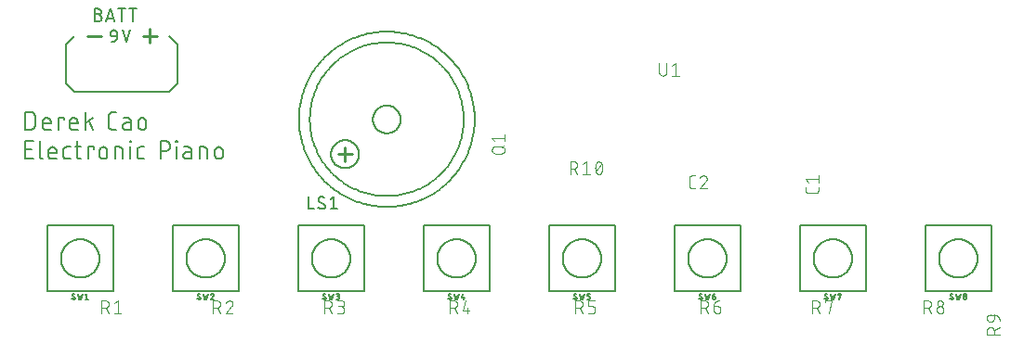
<source format=gto>
G04 EAGLE Gerber RS-274X export*
G75*
%MOMM*%
%FSLAX34Y34*%
%LPD*%
%INTop Silkscreen*%
%IPPOS*%
%AMOC8*
5,1,8,0,0,1.08239X$1,22.5*%
G01*
%ADD10C,0.152400*%
%ADD11C,0.254000*%
%ADD12C,0.203200*%
%ADD13C,0.127000*%
%ADD14C,0.101600*%


D10*
X51562Y231902D02*
X51562Y248158D01*
X56078Y248158D01*
X56209Y248156D01*
X56341Y248150D01*
X56472Y248141D01*
X56602Y248127D01*
X56733Y248110D01*
X56862Y248089D01*
X56991Y248065D01*
X57119Y248036D01*
X57247Y248004D01*
X57373Y247968D01*
X57498Y247929D01*
X57623Y247886D01*
X57745Y247839D01*
X57867Y247789D01*
X57987Y247735D01*
X58105Y247678D01*
X58221Y247617D01*
X58336Y247553D01*
X58449Y247486D01*
X58560Y247415D01*
X58668Y247341D01*
X58775Y247264D01*
X58879Y247184D01*
X58981Y247101D01*
X59080Y247016D01*
X59177Y246927D01*
X59271Y246835D01*
X59363Y246741D01*
X59452Y246644D01*
X59537Y246545D01*
X59620Y246443D01*
X59700Y246339D01*
X59777Y246232D01*
X59851Y246124D01*
X59922Y246013D01*
X59989Y245900D01*
X60053Y245785D01*
X60114Y245669D01*
X60171Y245551D01*
X60225Y245431D01*
X60275Y245309D01*
X60322Y245187D01*
X60365Y245062D01*
X60404Y244937D01*
X60440Y244811D01*
X60472Y244683D01*
X60501Y244555D01*
X60525Y244426D01*
X60546Y244297D01*
X60563Y244166D01*
X60577Y244036D01*
X60586Y243905D01*
X60592Y243773D01*
X60594Y243642D01*
X60593Y243642D02*
X60593Y236418D01*
X60594Y236418D02*
X60592Y236287D01*
X60586Y236155D01*
X60577Y236024D01*
X60563Y235894D01*
X60546Y235763D01*
X60525Y235634D01*
X60501Y235505D01*
X60472Y235377D01*
X60440Y235249D01*
X60404Y235123D01*
X60365Y234998D01*
X60322Y234873D01*
X60275Y234751D01*
X60225Y234629D01*
X60171Y234509D01*
X60114Y234391D01*
X60053Y234275D01*
X59989Y234160D01*
X59922Y234047D01*
X59851Y233936D01*
X59777Y233828D01*
X59700Y233721D01*
X59620Y233617D01*
X59537Y233515D01*
X59452Y233416D01*
X59363Y233319D01*
X59271Y233225D01*
X59177Y233133D01*
X59080Y233044D01*
X58981Y232959D01*
X58879Y232876D01*
X58775Y232796D01*
X58668Y232719D01*
X58560Y232645D01*
X58449Y232574D01*
X58336Y232507D01*
X58221Y232443D01*
X58105Y232382D01*
X57987Y232325D01*
X57867Y232271D01*
X57745Y232221D01*
X57623Y232174D01*
X57498Y232131D01*
X57373Y232092D01*
X57247Y232056D01*
X57119Y232024D01*
X56991Y231995D01*
X56862Y231971D01*
X56732Y231950D01*
X56602Y231933D01*
X56472Y231919D01*
X56341Y231910D01*
X56209Y231904D01*
X56078Y231902D01*
X51562Y231902D01*
X70285Y231902D02*
X74800Y231902D01*
X70285Y231902D02*
X70184Y231904D01*
X70083Y231910D01*
X69982Y231919D01*
X69881Y231932D01*
X69781Y231949D01*
X69682Y231970D01*
X69584Y231994D01*
X69487Y232022D01*
X69390Y232054D01*
X69295Y232089D01*
X69202Y232128D01*
X69110Y232170D01*
X69019Y232216D01*
X68931Y232265D01*
X68844Y232317D01*
X68759Y232373D01*
X68676Y232431D01*
X68596Y232493D01*
X68518Y232558D01*
X68442Y232625D01*
X68369Y232695D01*
X68299Y232768D01*
X68232Y232844D01*
X68167Y232922D01*
X68105Y233002D01*
X68047Y233085D01*
X67991Y233170D01*
X67939Y233257D01*
X67890Y233345D01*
X67844Y233436D01*
X67802Y233528D01*
X67763Y233621D01*
X67728Y233716D01*
X67696Y233813D01*
X67668Y233910D01*
X67644Y234008D01*
X67623Y234107D01*
X67606Y234207D01*
X67593Y234308D01*
X67584Y234409D01*
X67578Y234510D01*
X67576Y234611D01*
X67575Y234611D02*
X67575Y239127D01*
X67576Y239127D02*
X67578Y239246D01*
X67584Y239366D01*
X67594Y239485D01*
X67608Y239603D01*
X67625Y239722D01*
X67647Y239839D01*
X67672Y239956D01*
X67702Y240071D01*
X67735Y240186D01*
X67772Y240300D01*
X67812Y240412D01*
X67857Y240523D01*
X67905Y240632D01*
X67956Y240740D01*
X68011Y240846D01*
X68070Y240950D01*
X68132Y241052D01*
X68197Y241152D01*
X68266Y241250D01*
X68338Y241346D01*
X68413Y241439D01*
X68490Y241529D01*
X68571Y241617D01*
X68655Y241702D01*
X68742Y241784D01*
X68831Y241864D01*
X68923Y241940D01*
X69017Y242014D01*
X69114Y242084D01*
X69212Y242151D01*
X69313Y242215D01*
X69417Y242275D01*
X69522Y242332D01*
X69629Y242385D01*
X69737Y242435D01*
X69847Y242481D01*
X69959Y242523D01*
X70072Y242562D01*
X70186Y242597D01*
X70301Y242628D01*
X70418Y242656D01*
X70535Y242679D01*
X70652Y242699D01*
X70771Y242715D01*
X70890Y242727D01*
X71009Y242735D01*
X71128Y242739D01*
X71248Y242739D01*
X71367Y242735D01*
X71486Y242727D01*
X71605Y242715D01*
X71724Y242699D01*
X71841Y242679D01*
X71958Y242656D01*
X72075Y242628D01*
X72190Y242597D01*
X72304Y242562D01*
X72417Y242523D01*
X72529Y242481D01*
X72639Y242435D01*
X72747Y242385D01*
X72854Y242332D01*
X72959Y242275D01*
X73063Y242215D01*
X73164Y242151D01*
X73262Y242084D01*
X73359Y242014D01*
X73453Y241940D01*
X73545Y241864D01*
X73634Y241784D01*
X73721Y241702D01*
X73805Y241617D01*
X73886Y241529D01*
X73963Y241439D01*
X74038Y241346D01*
X74110Y241250D01*
X74179Y241152D01*
X74244Y241052D01*
X74306Y240950D01*
X74365Y240846D01*
X74420Y240740D01*
X74471Y240632D01*
X74519Y240523D01*
X74564Y240412D01*
X74604Y240300D01*
X74641Y240186D01*
X74674Y240071D01*
X74704Y239956D01*
X74729Y239839D01*
X74751Y239722D01*
X74768Y239603D01*
X74782Y239485D01*
X74792Y239366D01*
X74798Y239246D01*
X74800Y239127D01*
X74800Y237321D01*
X67575Y237321D01*
X81728Y231902D02*
X81728Y242739D01*
X87147Y242739D01*
X87147Y240933D01*
X94774Y231902D02*
X99289Y231902D01*
X94774Y231902D02*
X94673Y231904D01*
X94572Y231910D01*
X94471Y231919D01*
X94370Y231932D01*
X94270Y231949D01*
X94171Y231970D01*
X94073Y231994D01*
X93976Y232022D01*
X93879Y232054D01*
X93784Y232089D01*
X93691Y232128D01*
X93599Y232170D01*
X93508Y232216D01*
X93420Y232265D01*
X93333Y232317D01*
X93248Y232373D01*
X93165Y232431D01*
X93085Y232493D01*
X93007Y232558D01*
X92931Y232625D01*
X92858Y232695D01*
X92788Y232768D01*
X92721Y232844D01*
X92656Y232922D01*
X92594Y233002D01*
X92536Y233085D01*
X92480Y233170D01*
X92428Y233257D01*
X92379Y233345D01*
X92333Y233436D01*
X92291Y233528D01*
X92252Y233621D01*
X92217Y233716D01*
X92185Y233813D01*
X92157Y233910D01*
X92133Y234008D01*
X92112Y234107D01*
X92095Y234207D01*
X92082Y234308D01*
X92073Y234409D01*
X92067Y234510D01*
X92065Y234611D01*
X92064Y234611D02*
X92064Y239127D01*
X92065Y239127D02*
X92067Y239246D01*
X92073Y239366D01*
X92083Y239485D01*
X92097Y239603D01*
X92114Y239722D01*
X92136Y239839D01*
X92161Y239956D01*
X92191Y240071D01*
X92224Y240186D01*
X92261Y240300D01*
X92301Y240412D01*
X92346Y240523D01*
X92394Y240632D01*
X92445Y240740D01*
X92500Y240846D01*
X92559Y240950D01*
X92621Y241052D01*
X92686Y241152D01*
X92755Y241250D01*
X92827Y241346D01*
X92902Y241439D01*
X92979Y241529D01*
X93060Y241617D01*
X93144Y241702D01*
X93231Y241784D01*
X93320Y241864D01*
X93412Y241940D01*
X93506Y242014D01*
X93603Y242084D01*
X93701Y242151D01*
X93802Y242215D01*
X93906Y242275D01*
X94011Y242332D01*
X94118Y242385D01*
X94226Y242435D01*
X94336Y242481D01*
X94448Y242523D01*
X94561Y242562D01*
X94675Y242597D01*
X94790Y242628D01*
X94907Y242656D01*
X95024Y242679D01*
X95141Y242699D01*
X95260Y242715D01*
X95379Y242727D01*
X95498Y242735D01*
X95617Y242739D01*
X95737Y242739D01*
X95856Y242735D01*
X95975Y242727D01*
X96094Y242715D01*
X96213Y242699D01*
X96330Y242679D01*
X96447Y242656D01*
X96564Y242628D01*
X96679Y242597D01*
X96793Y242562D01*
X96906Y242523D01*
X97018Y242481D01*
X97128Y242435D01*
X97236Y242385D01*
X97343Y242332D01*
X97448Y242275D01*
X97552Y242215D01*
X97653Y242151D01*
X97751Y242084D01*
X97848Y242014D01*
X97942Y241940D01*
X98034Y241864D01*
X98123Y241784D01*
X98210Y241702D01*
X98294Y241617D01*
X98375Y241529D01*
X98452Y241439D01*
X98527Y241346D01*
X98599Y241250D01*
X98668Y241152D01*
X98733Y241052D01*
X98795Y240950D01*
X98854Y240846D01*
X98909Y240740D01*
X98960Y240632D01*
X99008Y240523D01*
X99053Y240412D01*
X99093Y240300D01*
X99130Y240186D01*
X99163Y240071D01*
X99193Y239956D01*
X99218Y239839D01*
X99240Y239722D01*
X99257Y239603D01*
X99271Y239485D01*
X99281Y239366D01*
X99287Y239246D01*
X99289Y239127D01*
X99289Y237321D01*
X92064Y237321D01*
X106301Y231902D02*
X106301Y248158D01*
X113526Y242739D02*
X106301Y237321D01*
X109462Y239578D02*
X113526Y231902D01*
X131207Y231902D02*
X134819Y231902D01*
X131207Y231902D02*
X131089Y231904D01*
X130971Y231910D01*
X130853Y231919D01*
X130736Y231933D01*
X130619Y231950D01*
X130502Y231971D01*
X130387Y231996D01*
X130272Y232025D01*
X130158Y232058D01*
X130046Y232094D01*
X129935Y232134D01*
X129825Y232177D01*
X129716Y232224D01*
X129609Y232274D01*
X129504Y232329D01*
X129401Y232386D01*
X129300Y232447D01*
X129200Y232511D01*
X129103Y232578D01*
X129008Y232648D01*
X128916Y232722D01*
X128825Y232798D01*
X128738Y232878D01*
X128653Y232960D01*
X128571Y233045D01*
X128491Y233132D01*
X128415Y233223D01*
X128341Y233315D01*
X128271Y233410D01*
X128204Y233507D01*
X128140Y233607D01*
X128079Y233708D01*
X128022Y233811D01*
X127967Y233916D01*
X127917Y234023D01*
X127870Y234132D01*
X127827Y234242D01*
X127787Y234353D01*
X127751Y234465D01*
X127718Y234579D01*
X127689Y234694D01*
X127664Y234809D01*
X127643Y234926D01*
X127626Y235043D01*
X127612Y235160D01*
X127603Y235278D01*
X127597Y235396D01*
X127595Y235514D01*
X127594Y235514D02*
X127594Y244546D01*
X127595Y244546D02*
X127597Y244664D01*
X127603Y244782D01*
X127612Y244900D01*
X127626Y245017D01*
X127643Y245134D01*
X127664Y245251D01*
X127689Y245366D01*
X127718Y245481D01*
X127751Y245595D01*
X127787Y245707D01*
X127827Y245818D01*
X127870Y245928D01*
X127917Y246037D01*
X127967Y246144D01*
X128021Y246249D01*
X128079Y246352D01*
X128140Y246453D01*
X128204Y246553D01*
X128271Y246650D01*
X128341Y246745D01*
X128415Y246837D01*
X128491Y246928D01*
X128571Y247015D01*
X128653Y247100D01*
X128738Y247182D01*
X128825Y247262D01*
X128916Y247338D01*
X129008Y247412D01*
X129103Y247482D01*
X129200Y247549D01*
X129300Y247613D01*
X129401Y247674D01*
X129504Y247731D01*
X129609Y247785D01*
X129716Y247836D01*
X129825Y247883D01*
X129935Y247926D01*
X130046Y247966D01*
X130158Y248002D01*
X130272Y248035D01*
X130387Y248064D01*
X130502Y248089D01*
X130619Y248110D01*
X130736Y248127D01*
X130853Y248141D01*
X130971Y248150D01*
X131089Y248156D01*
X131207Y248158D01*
X134819Y248158D01*
X143609Y238224D02*
X147673Y238224D01*
X143609Y238224D02*
X143497Y238222D01*
X143386Y238216D01*
X143275Y238206D01*
X143164Y238193D01*
X143054Y238175D01*
X142945Y238153D01*
X142836Y238128D01*
X142728Y238099D01*
X142622Y238066D01*
X142516Y238029D01*
X142412Y237989D01*
X142310Y237945D01*
X142209Y237897D01*
X142110Y237846D01*
X142012Y237791D01*
X141917Y237733D01*
X141824Y237672D01*
X141733Y237607D01*
X141644Y237539D01*
X141558Y237468D01*
X141475Y237395D01*
X141394Y237318D01*
X141315Y237238D01*
X141240Y237156D01*
X141168Y237071D01*
X141098Y236984D01*
X141032Y236894D01*
X140969Y236802D01*
X140909Y236707D01*
X140853Y236611D01*
X140800Y236513D01*
X140751Y236413D01*
X140705Y236311D01*
X140663Y236208D01*
X140624Y236103D01*
X140589Y235997D01*
X140558Y235890D01*
X140531Y235782D01*
X140507Y235673D01*
X140488Y235563D01*
X140472Y235453D01*
X140460Y235342D01*
X140452Y235230D01*
X140448Y235119D01*
X140448Y235007D01*
X140452Y234896D01*
X140460Y234784D01*
X140472Y234673D01*
X140488Y234563D01*
X140507Y234453D01*
X140531Y234344D01*
X140558Y234236D01*
X140589Y234129D01*
X140624Y234023D01*
X140663Y233918D01*
X140705Y233815D01*
X140751Y233713D01*
X140800Y233613D01*
X140853Y233515D01*
X140909Y233419D01*
X140969Y233324D01*
X141032Y233232D01*
X141098Y233142D01*
X141168Y233055D01*
X141240Y232970D01*
X141315Y232888D01*
X141394Y232808D01*
X141475Y232731D01*
X141558Y232658D01*
X141644Y232587D01*
X141733Y232519D01*
X141824Y232454D01*
X141917Y232393D01*
X142012Y232335D01*
X142110Y232280D01*
X142209Y232229D01*
X142310Y232181D01*
X142412Y232137D01*
X142516Y232097D01*
X142622Y232060D01*
X142728Y232027D01*
X142836Y231998D01*
X142945Y231973D01*
X143054Y231951D01*
X143164Y231933D01*
X143275Y231920D01*
X143386Y231910D01*
X143497Y231904D01*
X143609Y231902D01*
X147673Y231902D01*
X147673Y240030D01*
X147672Y240030D02*
X147670Y240131D01*
X147664Y240232D01*
X147655Y240333D01*
X147642Y240434D01*
X147625Y240534D01*
X147604Y240633D01*
X147580Y240731D01*
X147552Y240828D01*
X147520Y240925D01*
X147485Y241020D01*
X147446Y241113D01*
X147404Y241205D01*
X147358Y241296D01*
X147309Y241385D01*
X147257Y241471D01*
X147201Y241556D01*
X147143Y241639D01*
X147081Y241719D01*
X147016Y241797D01*
X146949Y241873D01*
X146879Y241946D01*
X146806Y242016D01*
X146730Y242083D01*
X146652Y242148D01*
X146572Y242210D01*
X146489Y242268D01*
X146404Y242324D01*
X146318Y242376D01*
X146229Y242425D01*
X146138Y242471D01*
X146046Y242513D01*
X145953Y242552D01*
X145858Y242587D01*
X145761Y242619D01*
X145664Y242647D01*
X145566Y242671D01*
X145467Y242692D01*
X145367Y242709D01*
X145266Y242722D01*
X145165Y242731D01*
X145064Y242737D01*
X144963Y242739D01*
X141351Y242739D01*
X154589Y239127D02*
X154589Y235514D01*
X154590Y239127D02*
X154592Y239246D01*
X154598Y239366D01*
X154608Y239485D01*
X154622Y239603D01*
X154639Y239722D01*
X154661Y239839D01*
X154686Y239956D01*
X154716Y240071D01*
X154749Y240186D01*
X154786Y240300D01*
X154826Y240412D01*
X154871Y240523D01*
X154919Y240632D01*
X154970Y240740D01*
X155025Y240846D01*
X155084Y240950D01*
X155146Y241052D01*
X155211Y241152D01*
X155280Y241250D01*
X155352Y241346D01*
X155427Y241439D01*
X155504Y241529D01*
X155585Y241617D01*
X155669Y241702D01*
X155756Y241784D01*
X155845Y241864D01*
X155937Y241940D01*
X156031Y242014D01*
X156128Y242084D01*
X156226Y242151D01*
X156327Y242215D01*
X156431Y242275D01*
X156536Y242332D01*
X156643Y242385D01*
X156751Y242435D01*
X156861Y242481D01*
X156973Y242523D01*
X157086Y242562D01*
X157200Y242597D01*
X157315Y242628D01*
X157432Y242656D01*
X157549Y242679D01*
X157666Y242699D01*
X157785Y242715D01*
X157904Y242727D01*
X158023Y242735D01*
X158142Y242739D01*
X158262Y242739D01*
X158381Y242735D01*
X158500Y242727D01*
X158619Y242715D01*
X158738Y242699D01*
X158855Y242679D01*
X158972Y242656D01*
X159089Y242628D01*
X159204Y242597D01*
X159318Y242562D01*
X159431Y242523D01*
X159543Y242481D01*
X159653Y242435D01*
X159761Y242385D01*
X159868Y242332D01*
X159973Y242275D01*
X160077Y242215D01*
X160178Y242151D01*
X160276Y242084D01*
X160373Y242014D01*
X160467Y241940D01*
X160559Y241864D01*
X160648Y241784D01*
X160735Y241702D01*
X160819Y241617D01*
X160900Y241529D01*
X160977Y241439D01*
X161052Y241346D01*
X161124Y241250D01*
X161193Y241152D01*
X161258Y241052D01*
X161320Y240950D01*
X161379Y240846D01*
X161434Y240740D01*
X161485Y240632D01*
X161533Y240523D01*
X161578Y240412D01*
X161618Y240300D01*
X161655Y240186D01*
X161688Y240071D01*
X161718Y239956D01*
X161743Y239839D01*
X161765Y239722D01*
X161782Y239603D01*
X161796Y239485D01*
X161806Y239366D01*
X161812Y239246D01*
X161814Y239127D01*
X161814Y235514D01*
X161812Y235395D01*
X161806Y235275D01*
X161796Y235156D01*
X161782Y235038D01*
X161765Y234919D01*
X161743Y234802D01*
X161718Y234685D01*
X161688Y234570D01*
X161655Y234455D01*
X161618Y234341D01*
X161578Y234229D01*
X161533Y234118D01*
X161485Y234009D01*
X161434Y233901D01*
X161379Y233795D01*
X161320Y233691D01*
X161258Y233589D01*
X161193Y233489D01*
X161124Y233391D01*
X161052Y233295D01*
X160977Y233202D01*
X160900Y233112D01*
X160819Y233024D01*
X160735Y232939D01*
X160648Y232857D01*
X160559Y232777D01*
X160467Y232701D01*
X160373Y232627D01*
X160276Y232557D01*
X160178Y232490D01*
X160077Y232426D01*
X159973Y232366D01*
X159868Y232309D01*
X159761Y232256D01*
X159653Y232206D01*
X159543Y232160D01*
X159431Y232118D01*
X159318Y232079D01*
X159204Y232044D01*
X159089Y232013D01*
X158972Y231985D01*
X158855Y231962D01*
X158738Y231942D01*
X158619Y231926D01*
X158500Y231914D01*
X158381Y231906D01*
X158262Y231902D01*
X158142Y231902D01*
X158023Y231906D01*
X157904Y231914D01*
X157785Y231926D01*
X157666Y231942D01*
X157549Y231962D01*
X157432Y231985D01*
X157315Y232013D01*
X157200Y232044D01*
X157086Y232079D01*
X156973Y232118D01*
X156861Y232160D01*
X156751Y232206D01*
X156643Y232256D01*
X156536Y232309D01*
X156431Y232366D01*
X156327Y232426D01*
X156226Y232490D01*
X156128Y232557D01*
X156031Y232627D01*
X155937Y232701D01*
X155845Y232777D01*
X155756Y232857D01*
X155669Y232939D01*
X155585Y233024D01*
X155504Y233112D01*
X155427Y233202D01*
X155352Y233295D01*
X155280Y233391D01*
X155211Y233489D01*
X155146Y233589D01*
X155084Y233691D01*
X155025Y233795D01*
X154970Y233901D01*
X154919Y234009D01*
X154871Y234118D01*
X154826Y234229D01*
X154786Y234341D01*
X154749Y234455D01*
X154716Y234570D01*
X154686Y234685D01*
X154661Y234802D01*
X154639Y234919D01*
X154622Y235038D01*
X154608Y235156D01*
X154598Y235275D01*
X154592Y235395D01*
X154590Y235514D01*
X58787Y205232D02*
X51562Y205232D01*
X51562Y221488D01*
X58787Y221488D01*
X56981Y214263D02*
X51562Y214263D01*
X64656Y207941D02*
X64656Y221488D01*
X64656Y207941D02*
X64658Y207840D01*
X64664Y207739D01*
X64673Y207638D01*
X64686Y207537D01*
X64703Y207437D01*
X64724Y207338D01*
X64748Y207240D01*
X64776Y207143D01*
X64808Y207046D01*
X64843Y206951D01*
X64882Y206858D01*
X64924Y206766D01*
X64970Y206675D01*
X65019Y206587D01*
X65071Y206500D01*
X65127Y206415D01*
X65185Y206332D01*
X65247Y206252D01*
X65312Y206174D01*
X65379Y206098D01*
X65449Y206025D01*
X65522Y205955D01*
X65598Y205888D01*
X65676Y205823D01*
X65756Y205761D01*
X65839Y205703D01*
X65924Y205647D01*
X66011Y205595D01*
X66099Y205546D01*
X66190Y205500D01*
X66282Y205458D01*
X66375Y205419D01*
X66470Y205384D01*
X66567Y205352D01*
X66664Y205324D01*
X66762Y205300D01*
X66861Y205279D01*
X66961Y205262D01*
X67062Y205249D01*
X67163Y205240D01*
X67264Y205234D01*
X67365Y205232D01*
X75465Y205232D02*
X79981Y205232D01*
X75465Y205232D02*
X75364Y205234D01*
X75263Y205240D01*
X75162Y205249D01*
X75061Y205262D01*
X74961Y205279D01*
X74862Y205300D01*
X74764Y205324D01*
X74667Y205352D01*
X74570Y205384D01*
X74475Y205419D01*
X74382Y205458D01*
X74290Y205500D01*
X74199Y205546D01*
X74111Y205595D01*
X74024Y205647D01*
X73939Y205703D01*
X73856Y205761D01*
X73776Y205823D01*
X73698Y205888D01*
X73622Y205955D01*
X73549Y206025D01*
X73479Y206098D01*
X73412Y206174D01*
X73347Y206252D01*
X73285Y206332D01*
X73227Y206415D01*
X73171Y206500D01*
X73119Y206587D01*
X73070Y206675D01*
X73024Y206766D01*
X72982Y206858D01*
X72943Y206951D01*
X72908Y207046D01*
X72876Y207143D01*
X72848Y207240D01*
X72824Y207338D01*
X72803Y207437D01*
X72786Y207537D01*
X72773Y207638D01*
X72764Y207739D01*
X72758Y207840D01*
X72756Y207941D01*
X72756Y212457D01*
X72758Y212576D01*
X72764Y212696D01*
X72774Y212815D01*
X72788Y212933D01*
X72805Y213052D01*
X72827Y213169D01*
X72852Y213286D01*
X72882Y213401D01*
X72915Y213516D01*
X72952Y213630D01*
X72992Y213742D01*
X73037Y213853D01*
X73085Y213962D01*
X73136Y214070D01*
X73191Y214176D01*
X73250Y214280D01*
X73312Y214382D01*
X73377Y214482D01*
X73446Y214580D01*
X73518Y214676D01*
X73593Y214769D01*
X73670Y214859D01*
X73751Y214947D01*
X73835Y215032D01*
X73922Y215114D01*
X74011Y215194D01*
X74103Y215270D01*
X74197Y215344D01*
X74294Y215414D01*
X74392Y215481D01*
X74493Y215545D01*
X74597Y215605D01*
X74702Y215662D01*
X74809Y215715D01*
X74917Y215765D01*
X75027Y215811D01*
X75139Y215853D01*
X75252Y215892D01*
X75366Y215927D01*
X75481Y215958D01*
X75598Y215986D01*
X75715Y216009D01*
X75832Y216029D01*
X75951Y216045D01*
X76070Y216057D01*
X76189Y216065D01*
X76308Y216069D01*
X76428Y216069D01*
X76547Y216065D01*
X76666Y216057D01*
X76785Y216045D01*
X76904Y216029D01*
X77021Y216009D01*
X77138Y215986D01*
X77255Y215958D01*
X77370Y215927D01*
X77484Y215892D01*
X77597Y215853D01*
X77709Y215811D01*
X77819Y215765D01*
X77927Y215715D01*
X78034Y215662D01*
X78139Y215605D01*
X78243Y215545D01*
X78344Y215481D01*
X78442Y215414D01*
X78539Y215344D01*
X78633Y215270D01*
X78725Y215194D01*
X78814Y215114D01*
X78901Y215032D01*
X78985Y214947D01*
X79066Y214859D01*
X79143Y214769D01*
X79218Y214676D01*
X79290Y214580D01*
X79359Y214482D01*
X79424Y214382D01*
X79486Y214280D01*
X79545Y214176D01*
X79600Y214070D01*
X79651Y213962D01*
X79699Y213853D01*
X79744Y213742D01*
X79784Y213630D01*
X79821Y213516D01*
X79854Y213401D01*
X79884Y213286D01*
X79909Y213169D01*
X79931Y213052D01*
X79948Y212933D01*
X79962Y212815D01*
X79972Y212696D01*
X79978Y212576D01*
X79980Y212457D01*
X79981Y212457D02*
X79981Y210651D01*
X72756Y210651D01*
X89030Y205232D02*
X92642Y205232D01*
X89030Y205232D02*
X88929Y205234D01*
X88828Y205240D01*
X88727Y205249D01*
X88626Y205262D01*
X88526Y205279D01*
X88427Y205300D01*
X88329Y205324D01*
X88232Y205352D01*
X88135Y205384D01*
X88040Y205419D01*
X87947Y205458D01*
X87855Y205500D01*
X87764Y205546D01*
X87676Y205595D01*
X87589Y205647D01*
X87504Y205703D01*
X87421Y205761D01*
X87341Y205823D01*
X87263Y205888D01*
X87187Y205955D01*
X87114Y206025D01*
X87044Y206098D01*
X86977Y206174D01*
X86912Y206252D01*
X86850Y206332D01*
X86792Y206415D01*
X86736Y206500D01*
X86684Y206587D01*
X86635Y206675D01*
X86589Y206766D01*
X86547Y206858D01*
X86508Y206951D01*
X86473Y207046D01*
X86441Y207143D01*
X86413Y207240D01*
X86389Y207338D01*
X86368Y207437D01*
X86351Y207537D01*
X86338Y207638D01*
X86329Y207739D01*
X86323Y207840D01*
X86321Y207941D01*
X86321Y213360D01*
X86323Y213461D01*
X86329Y213562D01*
X86338Y213663D01*
X86351Y213764D01*
X86368Y213864D01*
X86389Y213963D01*
X86413Y214061D01*
X86441Y214158D01*
X86473Y214255D01*
X86508Y214350D01*
X86547Y214443D01*
X86589Y214535D01*
X86635Y214626D01*
X86684Y214715D01*
X86736Y214801D01*
X86792Y214886D01*
X86850Y214969D01*
X86912Y215049D01*
X86977Y215127D01*
X87044Y215203D01*
X87114Y215276D01*
X87187Y215346D01*
X87263Y215413D01*
X87341Y215478D01*
X87421Y215540D01*
X87504Y215598D01*
X87589Y215654D01*
X87676Y215706D01*
X87764Y215755D01*
X87855Y215801D01*
X87947Y215843D01*
X88040Y215882D01*
X88135Y215917D01*
X88232Y215949D01*
X88329Y215977D01*
X88427Y216001D01*
X88526Y216022D01*
X88626Y216039D01*
X88727Y216052D01*
X88828Y216061D01*
X88929Y216067D01*
X89030Y216069D01*
X92642Y216069D01*
X96990Y216069D02*
X102408Y216069D01*
X98796Y221488D02*
X98796Y207941D01*
X98798Y207840D01*
X98804Y207739D01*
X98813Y207638D01*
X98826Y207537D01*
X98843Y207437D01*
X98864Y207338D01*
X98888Y207240D01*
X98916Y207143D01*
X98948Y207046D01*
X98983Y206951D01*
X99022Y206858D01*
X99064Y206766D01*
X99110Y206675D01*
X99159Y206587D01*
X99211Y206500D01*
X99267Y206415D01*
X99325Y206332D01*
X99387Y206252D01*
X99452Y206174D01*
X99519Y206098D01*
X99589Y206025D01*
X99662Y205955D01*
X99738Y205888D01*
X99816Y205823D01*
X99896Y205761D01*
X99979Y205703D01*
X100064Y205647D01*
X100151Y205595D01*
X100239Y205546D01*
X100330Y205500D01*
X100422Y205458D01*
X100515Y205419D01*
X100610Y205384D01*
X100707Y205352D01*
X100804Y205324D01*
X100902Y205300D01*
X101001Y205279D01*
X101101Y205262D01*
X101202Y205249D01*
X101303Y205240D01*
X101404Y205234D01*
X101505Y205232D01*
X102408Y205232D01*
X108793Y205232D02*
X108793Y216069D01*
X114211Y216069D01*
X114211Y214263D01*
X119129Y212457D02*
X119129Y208844D01*
X119129Y212457D02*
X119131Y212576D01*
X119137Y212696D01*
X119147Y212815D01*
X119161Y212933D01*
X119178Y213052D01*
X119200Y213169D01*
X119225Y213286D01*
X119255Y213401D01*
X119288Y213516D01*
X119325Y213630D01*
X119365Y213742D01*
X119410Y213853D01*
X119458Y213962D01*
X119509Y214070D01*
X119564Y214176D01*
X119623Y214280D01*
X119685Y214382D01*
X119750Y214482D01*
X119819Y214580D01*
X119891Y214676D01*
X119966Y214769D01*
X120043Y214859D01*
X120124Y214947D01*
X120208Y215032D01*
X120295Y215114D01*
X120384Y215194D01*
X120476Y215270D01*
X120570Y215344D01*
X120667Y215414D01*
X120765Y215481D01*
X120866Y215545D01*
X120970Y215605D01*
X121075Y215662D01*
X121182Y215715D01*
X121290Y215765D01*
X121400Y215811D01*
X121512Y215853D01*
X121625Y215892D01*
X121739Y215927D01*
X121854Y215958D01*
X121971Y215986D01*
X122088Y216009D01*
X122205Y216029D01*
X122324Y216045D01*
X122443Y216057D01*
X122562Y216065D01*
X122681Y216069D01*
X122801Y216069D01*
X122920Y216065D01*
X123039Y216057D01*
X123158Y216045D01*
X123277Y216029D01*
X123394Y216009D01*
X123511Y215986D01*
X123628Y215958D01*
X123743Y215927D01*
X123857Y215892D01*
X123970Y215853D01*
X124082Y215811D01*
X124192Y215765D01*
X124300Y215715D01*
X124407Y215662D01*
X124512Y215605D01*
X124616Y215545D01*
X124717Y215481D01*
X124815Y215414D01*
X124912Y215344D01*
X125006Y215270D01*
X125098Y215194D01*
X125187Y215114D01*
X125274Y215032D01*
X125358Y214947D01*
X125439Y214859D01*
X125516Y214769D01*
X125591Y214676D01*
X125663Y214580D01*
X125732Y214482D01*
X125797Y214382D01*
X125859Y214280D01*
X125918Y214176D01*
X125973Y214070D01*
X126024Y213962D01*
X126072Y213853D01*
X126117Y213742D01*
X126157Y213630D01*
X126194Y213516D01*
X126227Y213401D01*
X126257Y213286D01*
X126282Y213169D01*
X126304Y213052D01*
X126321Y212933D01*
X126335Y212815D01*
X126345Y212696D01*
X126351Y212576D01*
X126353Y212457D01*
X126353Y208844D01*
X126351Y208725D01*
X126345Y208605D01*
X126335Y208486D01*
X126321Y208368D01*
X126304Y208249D01*
X126282Y208132D01*
X126257Y208015D01*
X126227Y207900D01*
X126194Y207785D01*
X126157Y207671D01*
X126117Y207559D01*
X126072Y207448D01*
X126024Y207339D01*
X125973Y207231D01*
X125918Y207125D01*
X125859Y207021D01*
X125797Y206919D01*
X125732Y206819D01*
X125663Y206721D01*
X125591Y206625D01*
X125516Y206532D01*
X125439Y206442D01*
X125358Y206354D01*
X125274Y206269D01*
X125187Y206187D01*
X125098Y206107D01*
X125006Y206031D01*
X124912Y205957D01*
X124815Y205887D01*
X124717Y205820D01*
X124616Y205756D01*
X124512Y205696D01*
X124407Y205639D01*
X124300Y205586D01*
X124192Y205536D01*
X124082Y205490D01*
X123970Y205448D01*
X123857Y205409D01*
X123743Y205374D01*
X123628Y205343D01*
X123511Y205315D01*
X123394Y205292D01*
X123277Y205272D01*
X123158Y205256D01*
X123039Y205244D01*
X122920Y205236D01*
X122801Y205232D01*
X122681Y205232D01*
X122562Y205236D01*
X122443Y205244D01*
X122324Y205256D01*
X122205Y205272D01*
X122088Y205292D01*
X121971Y205315D01*
X121854Y205343D01*
X121739Y205374D01*
X121625Y205409D01*
X121512Y205448D01*
X121400Y205490D01*
X121290Y205536D01*
X121182Y205586D01*
X121075Y205639D01*
X120970Y205696D01*
X120866Y205756D01*
X120765Y205820D01*
X120667Y205887D01*
X120570Y205957D01*
X120476Y206031D01*
X120384Y206107D01*
X120295Y206187D01*
X120208Y206269D01*
X120124Y206354D01*
X120043Y206442D01*
X119966Y206532D01*
X119891Y206625D01*
X119819Y206721D01*
X119750Y206819D01*
X119685Y206919D01*
X119623Y207021D01*
X119564Y207125D01*
X119509Y207231D01*
X119458Y207339D01*
X119410Y207448D01*
X119365Y207559D01*
X119325Y207671D01*
X119288Y207785D01*
X119255Y207900D01*
X119225Y208015D01*
X119200Y208132D01*
X119178Y208249D01*
X119161Y208368D01*
X119147Y208486D01*
X119137Y208605D01*
X119131Y208725D01*
X119129Y208844D01*
X133197Y205232D02*
X133197Y216069D01*
X137712Y216069D01*
X137816Y216067D01*
X137919Y216061D01*
X138023Y216051D01*
X138126Y216037D01*
X138228Y216019D01*
X138329Y215998D01*
X138430Y215972D01*
X138529Y215943D01*
X138628Y215910D01*
X138725Y215873D01*
X138820Y215832D01*
X138914Y215788D01*
X139006Y215740D01*
X139096Y215689D01*
X139185Y215634D01*
X139271Y215576D01*
X139354Y215514D01*
X139436Y215450D01*
X139514Y215382D01*
X139590Y215312D01*
X139664Y215239D01*
X139734Y215162D01*
X139802Y215084D01*
X139866Y215002D01*
X139928Y214919D01*
X139986Y214833D01*
X140041Y214744D01*
X140092Y214654D01*
X140140Y214562D01*
X140184Y214468D01*
X140225Y214373D01*
X140262Y214276D01*
X140295Y214177D01*
X140324Y214078D01*
X140350Y213977D01*
X140371Y213876D01*
X140389Y213774D01*
X140403Y213671D01*
X140413Y213567D01*
X140419Y213464D01*
X140421Y213360D01*
X140422Y213360D02*
X140422Y205232D01*
X147230Y205232D02*
X147230Y216069D01*
X146778Y220585D02*
X146778Y221488D01*
X147681Y221488D01*
X147681Y220585D01*
X146778Y220585D01*
X156244Y205232D02*
X159857Y205232D01*
X156244Y205232D02*
X156143Y205234D01*
X156042Y205240D01*
X155941Y205249D01*
X155840Y205262D01*
X155740Y205279D01*
X155641Y205300D01*
X155543Y205324D01*
X155446Y205352D01*
X155349Y205384D01*
X155254Y205419D01*
X155161Y205458D01*
X155069Y205500D01*
X154978Y205546D01*
X154890Y205595D01*
X154803Y205647D01*
X154718Y205703D01*
X154635Y205761D01*
X154555Y205823D01*
X154477Y205888D01*
X154401Y205955D01*
X154328Y206025D01*
X154258Y206098D01*
X154191Y206174D01*
X154126Y206252D01*
X154064Y206332D01*
X154006Y206415D01*
X153950Y206500D01*
X153898Y206587D01*
X153849Y206675D01*
X153803Y206766D01*
X153761Y206858D01*
X153722Y206951D01*
X153687Y207046D01*
X153655Y207143D01*
X153627Y207240D01*
X153603Y207338D01*
X153582Y207437D01*
X153565Y207537D01*
X153552Y207638D01*
X153543Y207739D01*
X153537Y207840D01*
X153535Y207941D01*
X153535Y213360D01*
X153537Y213461D01*
X153543Y213562D01*
X153552Y213663D01*
X153565Y213764D01*
X153582Y213864D01*
X153603Y213963D01*
X153627Y214061D01*
X153655Y214158D01*
X153687Y214255D01*
X153722Y214350D01*
X153761Y214443D01*
X153803Y214535D01*
X153849Y214626D01*
X153898Y214715D01*
X153950Y214801D01*
X154006Y214886D01*
X154064Y214969D01*
X154126Y215049D01*
X154191Y215127D01*
X154258Y215203D01*
X154328Y215276D01*
X154401Y215346D01*
X154477Y215413D01*
X154555Y215478D01*
X154635Y215540D01*
X154718Y215598D01*
X154803Y215654D01*
X154890Y215706D01*
X154978Y215755D01*
X155069Y215801D01*
X155161Y215843D01*
X155254Y215882D01*
X155349Y215917D01*
X155446Y215949D01*
X155543Y215977D01*
X155641Y216001D01*
X155740Y216022D01*
X155840Y216039D01*
X155941Y216052D01*
X156042Y216061D01*
X156143Y216067D01*
X156244Y216069D01*
X159857Y216069D01*
X174709Y221488D02*
X174709Y205232D01*
X174709Y221488D02*
X179224Y221488D01*
X179357Y221486D01*
X179489Y221480D01*
X179621Y221470D01*
X179753Y221457D01*
X179885Y221439D01*
X180015Y221418D01*
X180146Y221393D01*
X180275Y221364D01*
X180403Y221331D01*
X180531Y221295D01*
X180657Y221255D01*
X180782Y221211D01*
X180906Y221163D01*
X181028Y221112D01*
X181149Y221057D01*
X181268Y220999D01*
X181386Y220937D01*
X181501Y220872D01*
X181615Y220803D01*
X181726Y220732D01*
X181835Y220656D01*
X181942Y220578D01*
X182047Y220497D01*
X182149Y220412D01*
X182249Y220325D01*
X182346Y220235D01*
X182441Y220142D01*
X182532Y220046D01*
X182621Y219948D01*
X182707Y219847D01*
X182790Y219743D01*
X182870Y219637D01*
X182946Y219529D01*
X183020Y219419D01*
X183090Y219306D01*
X183157Y219192D01*
X183220Y219075D01*
X183280Y218957D01*
X183337Y218837D01*
X183390Y218715D01*
X183439Y218592D01*
X183485Y218468D01*
X183527Y218342D01*
X183565Y218215D01*
X183600Y218087D01*
X183631Y217958D01*
X183658Y217829D01*
X183681Y217698D01*
X183701Y217567D01*
X183716Y217435D01*
X183728Y217303D01*
X183736Y217171D01*
X183740Y217038D01*
X183740Y216906D01*
X183736Y216773D01*
X183728Y216641D01*
X183716Y216509D01*
X183701Y216377D01*
X183681Y216246D01*
X183658Y216115D01*
X183631Y215986D01*
X183600Y215857D01*
X183565Y215729D01*
X183527Y215602D01*
X183485Y215476D01*
X183439Y215352D01*
X183390Y215229D01*
X183337Y215107D01*
X183280Y214987D01*
X183220Y214869D01*
X183157Y214752D01*
X183090Y214638D01*
X183020Y214525D01*
X182946Y214415D01*
X182870Y214307D01*
X182790Y214201D01*
X182707Y214097D01*
X182621Y213996D01*
X182532Y213898D01*
X182441Y213802D01*
X182346Y213709D01*
X182249Y213619D01*
X182149Y213532D01*
X182047Y213447D01*
X181942Y213366D01*
X181835Y213288D01*
X181726Y213212D01*
X181615Y213141D01*
X181501Y213072D01*
X181386Y213007D01*
X181268Y212945D01*
X181149Y212887D01*
X181028Y212832D01*
X180906Y212781D01*
X180782Y212733D01*
X180657Y212689D01*
X180531Y212649D01*
X180403Y212613D01*
X180275Y212580D01*
X180146Y212551D01*
X180015Y212526D01*
X179885Y212505D01*
X179753Y212487D01*
X179621Y212474D01*
X179489Y212464D01*
X179357Y212458D01*
X179224Y212456D01*
X179224Y212457D02*
X174709Y212457D01*
X189434Y216069D02*
X189434Y205232D01*
X188983Y220585D02*
X188983Y221488D01*
X189886Y221488D01*
X189886Y220585D01*
X188983Y220585D01*
X198809Y211554D02*
X202873Y211554D01*
X198809Y211554D02*
X198697Y211552D01*
X198586Y211546D01*
X198475Y211536D01*
X198364Y211523D01*
X198254Y211505D01*
X198145Y211483D01*
X198036Y211458D01*
X197928Y211429D01*
X197822Y211396D01*
X197716Y211359D01*
X197612Y211319D01*
X197510Y211275D01*
X197409Y211227D01*
X197310Y211176D01*
X197212Y211121D01*
X197117Y211063D01*
X197024Y211002D01*
X196933Y210937D01*
X196844Y210869D01*
X196758Y210798D01*
X196675Y210725D01*
X196594Y210648D01*
X196515Y210568D01*
X196440Y210486D01*
X196368Y210401D01*
X196298Y210314D01*
X196232Y210224D01*
X196169Y210132D01*
X196109Y210037D01*
X196053Y209941D01*
X196000Y209843D01*
X195951Y209743D01*
X195905Y209641D01*
X195863Y209538D01*
X195824Y209433D01*
X195789Y209327D01*
X195758Y209220D01*
X195731Y209112D01*
X195707Y209003D01*
X195688Y208893D01*
X195672Y208783D01*
X195660Y208672D01*
X195652Y208560D01*
X195648Y208449D01*
X195648Y208337D01*
X195652Y208226D01*
X195660Y208114D01*
X195672Y208003D01*
X195688Y207893D01*
X195707Y207783D01*
X195731Y207674D01*
X195758Y207566D01*
X195789Y207459D01*
X195824Y207353D01*
X195863Y207248D01*
X195905Y207145D01*
X195951Y207043D01*
X196000Y206943D01*
X196053Y206845D01*
X196109Y206749D01*
X196169Y206654D01*
X196232Y206562D01*
X196298Y206472D01*
X196368Y206385D01*
X196440Y206300D01*
X196515Y206218D01*
X196594Y206138D01*
X196675Y206061D01*
X196758Y205988D01*
X196844Y205917D01*
X196933Y205849D01*
X197024Y205784D01*
X197117Y205723D01*
X197212Y205665D01*
X197310Y205610D01*
X197409Y205559D01*
X197510Y205511D01*
X197612Y205467D01*
X197716Y205427D01*
X197822Y205390D01*
X197928Y205357D01*
X198036Y205328D01*
X198145Y205303D01*
X198254Y205281D01*
X198364Y205263D01*
X198475Y205250D01*
X198586Y205240D01*
X198697Y205234D01*
X198809Y205232D01*
X202873Y205232D01*
X202873Y213360D01*
X202871Y213461D01*
X202865Y213562D01*
X202856Y213663D01*
X202843Y213764D01*
X202826Y213864D01*
X202805Y213963D01*
X202781Y214061D01*
X202753Y214158D01*
X202721Y214255D01*
X202686Y214350D01*
X202647Y214443D01*
X202605Y214535D01*
X202559Y214626D01*
X202510Y214715D01*
X202458Y214801D01*
X202402Y214886D01*
X202344Y214969D01*
X202282Y215049D01*
X202217Y215127D01*
X202150Y215203D01*
X202080Y215276D01*
X202007Y215346D01*
X201931Y215413D01*
X201853Y215478D01*
X201773Y215540D01*
X201690Y215598D01*
X201605Y215654D01*
X201519Y215706D01*
X201430Y215755D01*
X201339Y215801D01*
X201247Y215843D01*
X201154Y215882D01*
X201059Y215917D01*
X200962Y215949D01*
X200865Y215977D01*
X200767Y216001D01*
X200668Y216022D01*
X200568Y216039D01*
X200467Y216052D01*
X200366Y216061D01*
X200265Y216067D01*
X200164Y216069D01*
X196551Y216069D01*
X210311Y216069D02*
X210311Y205232D01*
X210311Y216069D02*
X214826Y216069D01*
X214930Y216067D01*
X215033Y216061D01*
X215137Y216051D01*
X215240Y216037D01*
X215342Y216019D01*
X215443Y215998D01*
X215544Y215972D01*
X215643Y215943D01*
X215742Y215910D01*
X215839Y215873D01*
X215934Y215832D01*
X216028Y215788D01*
X216120Y215740D01*
X216210Y215689D01*
X216299Y215634D01*
X216385Y215576D01*
X216468Y215514D01*
X216550Y215450D01*
X216628Y215382D01*
X216704Y215312D01*
X216778Y215239D01*
X216848Y215162D01*
X216916Y215084D01*
X216980Y215002D01*
X217042Y214919D01*
X217100Y214833D01*
X217155Y214744D01*
X217206Y214654D01*
X217254Y214562D01*
X217298Y214468D01*
X217339Y214373D01*
X217376Y214276D01*
X217409Y214177D01*
X217438Y214078D01*
X217464Y213977D01*
X217485Y213876D01*
X217503Y213774D01*
X217517Y213671D01*
X217527Y213567D01*
X217533Y213464D01*
X217535Y213360D01*
X217536Y213360D02*
X217536Y205232D01*
X224379Y208844D02*
X224379Y212457D01*
X224381Y212576D01*
X224387Y212696D01*
X224397Y212815D01*
X224411Y212933D01*
X224428Y213052D01*
X224450Y213169D01*
X224475Y213286D01*
X224505Y213401D01*
X224538Y213516D01*
X224575Y213630D01*
X224615Y213742D01*
X224660Y213853D01*
X224708Y213962D01*
X224759Y214070D01*
X224814Y214176D01*
X224873Y214280D01*
X224935Y214382D01*
X225000Y214482D01*
X225069Y214580D01*
X225141Y214676D01*
X225216Y214769D01*
X225293Y214859D01*
X225374Y214947D01*
X225458Y215032D01*
X225545Y215114D01*
X225634Y215194D01*
X225726Y215270D01*
X225820Y215344D01*
X225917Y215414D01*
X226015Y215481D01*
X226116Y215545D01*
X226220Y215605D01*
X226325Y215662D01*
X226432Y215715D01*
X226540Y215765D01*
X226650Y215811D01*
X226762Y215853D01*
X226875Y215892D01*
X226989Y215927D01*
X227104Y215958D01*
X227221Y215986D01*
X227338Y216009D01*
X227455Y216029D01*
X227574Y216045D01*
X227693Y216057D01*
X227812Y216065D01*
X227931Y216069D01*
X228051Y216069D01*
X228170Y216065D01*
X228289Y216057D01*
X228408Y216045D01*
X228527Y216029D01*
X228644Y216009D01*
X228761Y215986D01*
X228878Y215958D01*
X228993Y215927D01*
X229107Y215892D01*
X229220Y215853D01*
X229332Y215811D01*
X229442Y215765D01*
X229550Y215715D01*
X229657Y215662D01*
X229762Y215605D01*
X229866Y215545D01*
X229967Y215481D01*
X230065Y215414D01*
X230162Y215344D01*
X230256Y215270D01*
X230348Y215194D01*
X230437Y215114D01*
X230524Y215032D01*
X230608Y214947D01*
X230689Y214859D01*
X230766Y214769D01*
X230841Y214676D01*
X230913Y214580D01*
X230982Y214482D01*
X231047Y214382D01*
X231109Y214280D01*
X231168Y214176D01*
X231223Y214070D01*
X231274Y213962D01*
X231322Y213853D01*
X231367Y213742D01*
X231407Y213630D01*
X231444Y213516D01*
X231477Y213401D01*
X231507Y213286D01*
X231532Y213169D01*
X231554Y213052D01*
X231571Y212933D01*
X231585Y212815D01*
X231595Y212696D01*
X231601Y212576D01*
X231603Y212457D01*
X231604Y212457D02*
X231604Y208844D01*
X231603Y208844D02*
X231601Y208725D01*
X231595Y208605D01*
X231585Y208486D01*
X231571Y208368D01*
X231554Y208249D01*
X231532Y208132D01*
X231507Y208015D01*
X231477Y207900D01*
X231444Y207785D01*
X231407Y207671D01*
X231367Y207559D01*
X231322Y207448D01*
X231274Y207339D01*
X231223Y207231D01*
X231168Y207125D01*
X231109Y207021D01*
X231047Y206919D01*
X230982Y206819D01*
X230913Y206721D01*
X230841Y206625D01*
X230766Y206532D01*
X230689Y206442D01*
X230608Y206354D01*
X230524Y206269D01*
X230437Y206187D01*
X230348Y206107D01*
X230256Y206031D01*
X230162Y205957D01*
X230065Y205887D01*
X229967Y205820D01*
X229866Y205756D01*
X229762Y205696D01*
X229657Y205639D01*
X229550Y205586D01*
X229442Y205536D01*
X229332Y205490D01*
X229220Y205448D01*
X229107Y205409D01*
X228993Y205374D01*
X228878Y205343D01*
X228761Y205315D01*
X228644Y205292D01*
X228527Y205272D01*
X228408Y205256D01*
X228289Y205244D01*
X228170Y205236D01*
X228051Y205232D01*
X227931Y205232D01*
X227812Y205236D01*
X227693Y205244D01*
X227574Y205256D01*
X227455Y205272D01*
X227338Y205292D01*
X227221Y205315D01*
X227104Y205343D01*
X226989Y205374D01*
X226875Y205409D01*
X226762Y205448D01*
X226650Y205490D01*
X226540Y205536D01*
X226432Y205586D01*
X226325Y205639D01*
X226220Y205696D01*
X226116Y205756D01*
X226015Y205820D01*
X225917Y205887D01*
X225820Y205957D01*
X225726Y206031D01*
X225634Y206107D01*
X225545Y206187D01*
X225458Y206269D01*
X225374Y206354D01*
X225293Y206442D01*
X225216Y206532D01*
X225141Y206625D01*
X225069Y206721D01*
X225000Y206819D01*
X224935Y206919D01*
X224873Y207021D01*
X224814Y207125D01*
X224759Y207231D01*
X224708Y207339D01*
X224660Y207448D01*
X224615Y207559D01*
X224575Y207671D01*
X224538Y207785D01*
X224505Y207900D01*
X224475Y208015D01*
X224450Y208132D01*
X224428Y208249D01*
X224411Y208368D01*
X224397Y208486D01*
X224387Y208605D01*
X224381Y208725D01*
X224379Y208844D01*
D11*
X120650Y317500D02*
X107950Y317500D01*
X158750Y317500D02*
X171450Y317500D01*
X165100Y311150D02*
X165100Y323850D01*
D10*
X182880Y317500D02*
X190500Y309880D01*
X190500Y274320D01*
X182880Y266700D01*
X96520Y266700D01*
X88900Y274320D01*
X88900Y309880D01*
X96520Y317500D01*
D12*
X131657Y316907D02*
X135213Y316907D01*
X131657Y316907D02*
X131562Y316909D01*
X131466Y316915D01*
X131371Y316924D01*
X131277Y316938D01*
X131183Y316955D01*
X131090Y316976D01*
X130997Y317001D01*
X130906Y317029D01*
X130816Y317061D01*
X130728Y317097D01*
X130641Y317136D01*
X130555Y317179D01*
X130471Y317225D01*
X130390Y317274D01*
X130310Y317327D01*
X130233Y317383D01*
X130157Y317441D01*
X130085Y317503D01*
X130015Y317568D01*
X129947Y317636D01*
X129882Y317706D01*
X129820Y317778D01*
X129762Y317854D01*
X129706Y317931D01*
X129653Y318011D01*
X129604Y318093D01*
X129558Y318176D01*
X129515Y318262D01*
X129476Y318349D01*
X129440Y318437D01*
X129408Y318527D01*
X129380Y318618D01*
X129355Y318711D01*
X129334Y318804D01*
X129317Y318898D01*
X129303Y318992D01*
X129294Y319087D01*
X129288Y319183D01*
X129286Y319278D01*
X129286Y319871D01*
X129288Y319978D01*
X129294Y320085D01*
X129303Y320191D01*
X129317Y320297D01*
X129334Y320403D01*
X129355Y320508D01*
X129380Y320612D01*
X129409Y320715D01*
X129441Y320817D01*
X129477Y320918D01*
X129517Y321017D01*
X129560Y321115D01*
X129607Y321211D01*
X129657Y321306D01*
X129710Y321399D01*
X129767Y321489D01*
X129827Y321578D01*
X129890Y321664D01*
X129956Y321748D01*
X130026Y321830D01*
X130098Y321909D01*
X130173Y321985D01*
X130251Y322059D01*
X130331Y322129D01*
X130414Y322197D01*
X130499Y322262D01*
X130586Y322323D01*
X130676Y322382D01*
X130768Y322437D01*
X130861Y322489D01*
X130957Y322537D01*
X131054Y322582D01*
X131152Y322624D01*
X131252Y322661D01*
X131354Y322696D01*
X131456Y322726D01*
X131560Y322753D01*
X131664Y322776D01*
X131770Y322795D01*
X131876Y322810D01*
X131982Y322822D01*
X132089Y322830D01*
X132196Y322834D01*
X132302Y322834D01*
X132409Y322830D01*
X132516Y322822D01*
X132622Y322810D01*
X132728Y322795D01*
X132834Y322776D01*
X132938Y322753D01*
X133042Y322726D01*
X133144Y322696D01*
X133246Y322661D01*
X133346Y322624D01*
X133444Y322582D01*
X133541Y322537D01*
X133637Y322489D01*
X133731Y322437D01*
X133822Y322382D01*
X133912Y322323D01*
X133999Y322262D01*
X134084Y322197D01*
X134167Y322129D01*
X134247Y322059D01*
X134325Y321985D01*
X134400Y321909D01*
X134472Y321830D01*
X134542Y321748D01*
X134608Y321664D01*
X134671Y321578D01*
X134731Y321489D01*
X134788Y321399D01*
X134841Y321306D01*
X134891Y321211D01*
X134938Y321115D01*
X134981Y321017D01*
X135021Y320918D01*
X135057Y320817D01*
X135089Y320715D01*
X135118Y320612D01*
X135143Y320508D01*
X135164Y320403D01*
X135181Y320297D01*
X135195Y320191D01*
X135204Y320085D01*
X135210Y319978D01*
X135212Y319871D01*
X135213Y319871D02*
X135213Y316907D01*
X135212Y316907D02*
X135210Y316772D01*
X135204Y316636D01*
X135195Y316501D01*
X135181Y316367D01*
X135164Y316232D01*
X135143Y316099D01*
X135118Y315965D01*
X135089Y315833D01*
X135056Y315702D01*
X135020Y315571D01*
X134980Y315442D01*
X134936Y315314D01*
X134889Y315187D01*
X134838Y315061D01*
X134784Y314938D01*
X134726Y314815D01*
X134664Y314695D01*
X134599Y314576D01*
X134531Y314459D01*
X134459Y314344D01*
X134385Y314231D01*
X134307Y314120D01*
X134225Y314012D01*
X134141Y313906D01*
X134054Y313802D01*
X133964Y313701D01*
X133871Y313603D01*
X133775Y313507D01*
X133677Y313414D01*
X133576Y313324D01*
X133472Y313237D01*
X133366Y313153D01*
X133258Y313071D01*
X133147Y312993D01*
X133034Y312919D01*
X132919Y312847D01*
X132802Y312779D01*
X132683Y312714D01*
X132563Y312652D01*
X132440Y312594D01*
X132317Y312540D01*
X132191Y312489D01*
X132064Y312442D01*
X131936Y312398D01*
X131807Y312358D01*
X131676Y312322D01*
X131545Y312289D01*
X131413Y312260D01*
X131279Y312235D01*
X131146Y312214D01*
X131011Y312197D01*
X130877Y312183D01*
X130742Y312174D01*
X130606Y312168D01*
X130471Y312166D01*
X143679Y312166D02*
X140123Y322834D01*
X147235Y322834D02*
X143679Y312166D01*
D13*
X118110Y337185D02*
X114935Y337185D01*
X118110Y337185D02*
X118221Y337183D01*
X118331Y337177D01*
X118442Y337168D01*
X118552Y337154D01*
X118661Y337137D01*
X118770Y337116D01*
X118878Y337091D01*
X118985Y337062D01*
X119091Y337030D01*
X119196Y336994D01*
X119299Y336954D01*
X119401Y336911D01*
X119502Y336864D01*
X119601Y336813D01*
X119698Y336760D01*
X119792Y336703D01*
X119885Y336642D01*
X119976Y336579D01*
X120065Y336512D01*
X120151Y336442D01*
X120234Y336369D01*
X120316Y336294D01*
X120394Y336216D01*
X120469Y336134D01*
X120542Y336051D01*
X120612Y335965D01*
X120679Y335876D01*
X120742Y335785D01*
X120803Y335692D01*
X120860Y335597D01*
X120913Y335501D01*
X120964Y335402D01*
X121011Y335301D01*
X121054Y335199D01*
X121094Y335096D01*
X121130Y334991D01*
X121162Y334885D01*
X121191Y334778D01*
X121216Y334670D01*
X121237Y334561D01*
X121254Y334452D01*
X121268Y334342D01*
X121277Y334231D01*
X121283Y334121D01*
X121285Y334010D01*
X121283Y333899D01*
X121277Y333789D01*
X121268Y333678D01*
X121254Y333568D01*
X121237Y333459D01*
X121216Y333350D01*
X121191Y333242D01*
X121162Y333135D01*
X121130Y333029D01*
X121094Y332924D01*
X121054Y332821D01*
X121011Y332719D01*
X120964Y332618D01*
X120913Y332519D01*
X120860Y332422D01*
X120803Y332328D01*
X120742Y332235D01*
X120679Y332144D01*
X120612Y332055D01*
X120542Y331969D01*
X120469Y331886D01*
X120394Y331804D01*
X120316Y331726D01*
X120234Y331651D01*
X120151Y331578D01*
X120065Y331508D01*
X119976Y331441D01*
X119885Y331378D01*
X119792Y331317D01*
X119697Y331260D01*
X119601Y331207D01*
X119502Y331156D01*
X119401Y331109D01*
X119299Y331066D01*
X119196Y331026D01*
X119091Y330990D01*
X118985Y330958D01*
X118878Y330929D01*
X118770Y330904D01*
X118661Y330883D01*
X118552Y330866D01*
X118442Y330852D01*
X118331Y330843D01*
X118221Y330837D01*
X118110Y330835D01*
X114935Y330835D01*
X114935Y342265D01*
X118110Y342265D01*
X118210Y342263D01*
X118309Y342257D01*
X118409Y342247D01*
X118507Y342234D01*
X118606Y342216D01*
X118703Y342195D01*
X118799Y342170D01*
X118895Y342141D01*
X118989Y342108D01*
X119082Y342072D01*
X119173Y342032D01*
X119263Y341988D01*
X119351Y341941D01*
X119437Y341891D01*
X119521Y341837D01*
X119603Y341780D01*
X119682Y341720D01*
X119760Y341656D01*
X119834Y341590D01*
X119906Y341521D01*
X119975Y341449D01*
X120041Y341375D01*
X120105Y341297D01*
X120165Y341218D01*
X120222Y341136D01*
X120276Y341052D01*
X120326Y340966D01*
X120373Y340878D01*
X120417Y340788D01*
X120457Y340697D01*
X120493Y340604D01*
X120526Y340510D01*
X120555Y340414D01*
X120580Y340318D01*
X120601Y340221D01*
X120619Y340122D01*
X120632Y340024D01*
X120642Y339924D01*
X120648Y339825D01*
X120650Y339725D01*
X120648Y339625D01*
X120642Y339526D01*
X120632Y339426D01*
X120619Y339328D01*
X120601Y339229D01*
X120580Y339132D01*
X120555Y339036D01*
X120526Y338940D01*
X120493Y338846D01*
X120457Y338753D01*
X120417Y338662D01*
X120373Y338572D01*
X120326Y338484D01*
X120276Y338398D01*
X120222Y338314D01*
X120165Y338232D01*
X120105Y338153D01*
X120041Y338075D01*
X119975Y338001D01*
X119906Y337929D01*
X119834Y337860D01*
X119760Y337794D01*
X119682Y337730D01*
X119603Y337670D01*
X119521Y337613D01*
X119437Y337559D01*
X119351Y337509D01*
X119263Y337462D01*
X119173Y337418D01*
X119082Y337378D01*
X118989Y337342D01*
X118895Y337309D01*
X118799Y337280D01*
X118703Y337255D01*
X118606Y337234D01*
X118507Y337216D01*
X118409Y337203D01*
X118309Y337193D01*
X118210Y337187D01*
X118110Y337185D01*
X125159Y330835D02*
X128969Y342265D01*
X132779Y330835D01*
X131826Y333693D02*
X126111Y333693D01*
X139637Y330835D02*
X139637Y342265D01*
X136462Y342265D02*
X142812Y342265D01*
X149543Y342265D02*
X149543Y330835D01*
X146368Y342265D02*
X152718Y342265D01*
D14*
X774192Y179136D02*
X774192Y176539D01*
X774190Y176440D01*
X774184Y176340D01*
X774175Y176241D01*
X774162Y176143D01*
X774145Y176045D01*
X774124Y175947D01*
X774099Y175851D01*
X774071Y175756D01*
X774039Y175662D01*
X774004Y175569D01*
X773965Y175477D01*
X773922Y175387D01*
X773877Y175299D01*
X773827Y175212D01*
X773775Y175128D01*
X773719Y175045D01*
X773661Y174965D01*
X773599Y174887D01*
X773534Y174812D01*
X773466Y174739D01*
X773396Y174669D01*
X773323Y174601D01*
X773248Y174536D01*
X773170Y174474D01*
X773090Y174416D01*
X773007Y174360D01*
X772923Y174308D01*
X772836Y174258D01*
X772748Y174213D01*
X772658Y174170D01*
X772566Y174131D01*
X772473Y174096D01*
X772379Y174064D01*
X772284Y174036D01*
X772188Y174011D01*
X772090Y173990D01*
X771992Y173973D01*
X771894Y173960D01*
X771795Y173951D01*
X771695Y173945D01*
X771596Y173943D01*
X765104Y173943D01*
X765104Y173942D02*
X765005Y173944D01*
X764905Y173950D01*
X764806Y173959D01*
X764708Y173972D01*
X764610Y173990D01*
X764512Y174010D01*
X764416Y174035D01*
X764320Y174063D01*
X764226Y174095D01*
X764133Y174130D01*
X764042Y174169D01*
X763952Y174212D01*
X763863Y174257D01*
X763777Y174307D01*
X763692Y174359D01*
X763610Y174415D01*
X763530Y174474D01*
X763452Y174535D01*
X763376Y174600D01*
X763303Y174668D01*
X763233Y174738D01*
X763165Y174811D01*
X763100Y174887D01*
X763039Y174965D01*
X762980Y175045D01*
X762924Y175127D01*
X762872Y175212D01*
X762823Y175298D01*
X762777Y175387D01*
X762734Y175477D01*
X762695Y175568D01*
X762660Y175661D01*
X762628Y175755D01*
X762600Y175851D01*
X762575Y175947D01*
X762555Y176045D01*
X762537Y176143D01*
X762524Y176241D01*
X762515Y176340D01*
X762509Y176439D01*
X762507Y176539D01*
X762508Y176539D02*
X762508Y179136D01*
X765104Y183501D02*
X762508Y186746D01*
X774192Y186746D01*
X774192Y183501D02*
X774192Y189992D01*
D11*
X349250Y209550D02*
X336550Y209550D01*
X342900Y215900D02*
X342900Y203200D01*
D10*
X310896Y241300D02*
X310917Y243020D01*
X310980Y244740D01*
X311086Y246457D01*
X311234Y248171D01*
X311423Y249881D01*
X311655Y251586D01*
X311928Y253285D01*
X312243Y254977D01*
X312599Y256660D01*
X312997Y258334D01*
X313435Y259998D01*
X313915Y261650D01*
X314434Y263290D01*
X314994Y264917D01*
X315593Y266530D01*
X316232Y268128D01*
X316910Y269709D01*
X317627Y271273D01*
X318381Y272820D01*
X319174Y274347D01*
X320003Y275854D01*
X320870Y277341D01*
X321772Y278805D01*
X322711Y280248D01*
X323684Y281666D01*
X324692Y283061D01*
X325734Y284430D01*
X326809Y285774D01*
X327917Y287090D01*
X329056Y288379D01*
X330227Y289640D01*
X331429Y290871D01*
X332660Y292073D01*
X333921Y293244D01*
X335210Y294383D01*
X336526Y295491D01*
X337870Y296566D01*
X339239Y297608D01*
X340634Y298616D01*
X342052Y299589D01*
X343495Y300528D01*
X344959Y301430D01*
X346446Y302297D01*
X347953Y303126D01*
X349480Y303919D01*
X351027Y304673D01*
X352591Y305390D01*
X354172Y306068D01*
X355770Y306707D01*
X357383Y307306D01*
X359010Y307866D01*
X360650Y308385D01*
X362302Y308865D01*
X363966Y309303D01*
X365640Y309701D01*
X367323Y310057D01*
X369015Y310372D01*
X370714Y310645D01*
X372419Y310877D01*
X374129Y311066D01*
X375843Y311214D01*
X377560Y311320D01*
X379280Y311383D01*
X381000Y311404D01*
X382720Y311383D01*
X384440Y311320D01*
X386157Y311214D01*
X387871Y311066D01*
X389581Y310877D01*
X391286Y310645D01*
X392985Y310372D01*
X394677Y310057D01*
X396360Y309701D01*
X398034Y309303D01*
X399698Y308865D01*
X401350Y308385D01*
X402990Y307866D01*
X404617Y307306D01*
X406230Y306707D01*
X407828Y306068D01*
X409409Y305390D01*
X410973Y304673D01*
X412520Y303919D01*
X414047Y303126D01*
X415554Y302297D01*
X417041Y301430D01*
X418505Y300528D01*
X419948Y299589D01*
X421366Y298616D01*
X422761Y297608D01*
X424130Y296566D01*
X425474Y295491D01*
X426790Y294383D01*
X428079Y293244D01*
X429340Y292073D01*
X430571Y290871D01*
X431773Y289640D01*
X432944Y288379D01*
X434083Y287090D01*
X435191Y285774D01*
X436266Y284430D01*
X437308Y283061D01*
X438316Y281666D01*
X439289Y280248D01*
X440228Y278805D01*
X441130Y277341D01*
X441997Y275854D01*
X442826Y274347D01*
X443619Y272820D01*
X444373Y271273D01*
X445090Y269709D01*
X445768Y268128D01*
X446407Y266530D01*
X447006Y264917D01*
X447566Y263290D01*
X448085Y261650D01*
X448565Y259998D01*
X449003Y258334D01*
X449401Y256660D01*
X449757Y254977D01*
X450072Y253285D01*
X450345Y251586D01*
X450577Y249881D01*
X450766Y248171D01*
X450914Y246457D01*
X451020Y244740D01*
X451083Y243020D01*
X451104Y241300D01*
X451083Y239580D01*
X451020Y237860D01*
X450914Y236143D01*
X450766Y234429D01*
X450577Y232719D01*
X450345Y231014D01*
X450072Y229315D01*
X449757Y227623D01*
X449401Y225940D01*
X449003Y224266D01*
X448565Y222602D01*
X448085Y220950D01*
X447566Y219310D01*
X447006Y217683D01*
X446407Y216070D01*
X445768Y214472D01*
X445090Y212891D01*
X444373Y211327D01*
X443619Y209780D01*
X442826Y208253D01*
X441997Y206746D01*
X441130Y205259D01*
X440228Y203795D01*
X439289Y202352D01*
X438316Y200934D01*
X437308Y199539D01*
X436266Y198170D01*
X435191Y196826D01*
X434083Y195510D01*
X432944Y194221D01*
X431773Y192960D01*
X430571Y191729D01*
X429340Y190527D01*
X428079Y189356D01*
X426790Y188217D01*
X425474Y187109D01*
X424130Y186034D01*
X422761Y184992D01*
X421366Y183984D01*
X419948Y183011D01*
X418505Y182072D01*
X417041Y181170D01*
X415554Y180303D01*
X414047Y179474D01*
X412520Y178681D01*
X410973Y177927D01*
X409409Y177210D01*
X407828Y176532D01*
X406230Y175893D01*
X404617Y175294D01*
X402990Y174734D01*
X401350Y174215D01*
X399698Y173735D01*
X398034Y173297D01*
X396360Y172899D01*
X394677Y172543D01*
X392985Y172228D01*
X391286Y171955D01*
X389581Y171723D01*
X387871Y171534D01*
X386157Y171386D01*
X384440Y171280D01*
X382720Y171217D01*
X381000Y171196D01*
X379280Y171217D01*
X377560Y171280D01*
X375843Y171386D01*
X374129Y171534D01*
X372419Y171723D01*
X370714Y171955D01*
X369015Y172228D01*
X367323Y172543D01*
X365640Y172899D01*
X363966Y173297D01*
X362302Y173735D01*
X360650Y174215D01*
X359010Y174734D01*
X357383Y175294D01*
X355770Y175893D01*
X354172Y176532D01*
X352591Y177210D01*
X351027Y177927D01*
X349480Y178681D01*
X347953Y179474D01*
X346446Y180303D01*
X344959Y181170D01*
X343495Y182072D01*
X342052Y183011D01*
X340634Y183984D01*
X339239Y184992D01*
X337870Y186034D01*
X336526Y187109D01*
X335210Y188217D01*
X333921Y189356D01*
X332660Y190527D01*
X331429Y191729D01*
X330227Y192960D01*
X329056Y194221D01*
X327917Y195510D01*
X326809Y196826D01*
X325734Y198170D01*
X324692Y199539D01*
X323684Y200934D01*
X322711Y202352D01*
X321772Y203795D01*
X320870Y205259D01*
X320003Y206746D01*
X319174Y208253D01*
X318381Y209780D01*
X317627Y211327D01*
X316910Y212891D01*
X316232Y214472D01*
X315593Y216070D01*
X314994Y217683D01*
X314434Y219310D01*
X313915Y220950D01*
X313435Y222602D01*
X312997Y224266D01*
X312599Y225940D01*
X312243Y227623D01*
X311928Y229315D01*
X311655Y231014D01*
X311423Y232719D01*
X311234Y234429D01*
X311086Y236143D01*
X310980Y237860D01*
X310917Y239580D01*
X310896Y241300D01*
X300990Y241300D02*
X301014Y243264D01*
X301086Y245226D01*
X301207Y247186D01*
X301375Y249142D01*
X301592Y251094D01*
X301856Y253040D01*
X302168Y254979D01*
X302527Y256909D01*
X302934Y258830D01*
X303388Y260741D01*
X303888Y262640D01*
X304435Y264526D01*
X305028Y266398D01*
X305667Y268255D01*
X306351Y270095D01*
X307080Y271919D01*
X307854Y273723D01*
X308672Y275509D01*
X309533Y277273D01*
X310437Y279016D01*
X311384Y280737D01*
X312373Y282433D01*
X313403Y284105D01*
X314474Y285751D01*
X315585Y287370D01*
X316735Y288962D01*
X317924Y290525D01*
X319151Y292058D01*
X320416Y293560D01*
X321717Y295031D01*
X323053Y296470D01*
X324424Y297876D01*
X325830Y299247D01*
X327269Y300583D01*
X328740Y301884D01*
X330242Y303149D01*
X331775Y304376D01*
X333338Y305565D01*
X334930Y306715D01*
X336549Y307826D01*
X338195Y308897D01*
X339867Y309927D01*
X341563Y310916D01*
X343284Y311863D01*
X345027Y312767D01*
X346791Y313628D01*
X348577Y314446D01*
X350381Y315220D01*
X352205Y315949D01*
X354045Y316633D01*
X355902Y317272D01*
X357774Y317865D01*
X359660Y318412D01*
X361559Y318912D01*
X363470Y319366D01*
X365391Y319773D01*
X367321Y320132D01*
X369260Y320444D01*
X371206Y320708D01*
X373158Y320925D01*
X375114Y321093D01*
X377074Y321214D01*
X379036Y321286D01*
X381000Y321310D01*
X382964Y321286D01*
X384926Y321214D01*
X386886Y321093D01*
X388842Y320925D01*
X390794Y320708D01*
X392740Y320444D01*
X394679Y320132D01*
X396609Y319773D01*
X398530Y319366D01*
X400441Y318912D01*
X402340Y318412D01*
X404226Y317865D01*
X406098Y317272D01*
X407955Y316633D01*
X409795Y315949D01*
X411619Y315220D01*
X413423Y314446D01*
X415209Y313628D01*
X416973Y312767D01*
X418716Y311863D01*
X420437Y310916D01*
X422133Y309927D01*
X423805Y308897D01*
X425451Y307826D01*
X427070Y306715D01*
X428662Y305565D01*
X430225Y304376D01*
X431758Y303149D01*
X433260Y301884D01*
X434731Y300583D01*
X436170Y299247D01*
X437576Y297876D01*
X438947Y296470D01*
X440283Y295031D01*
X441584Y293560D01*
X442849Y292058D01*
X444076Y290525D01*
X445265Y288962D01*
X446415Y287370D01*
X447526Y285751D01*
X448597Y284105D01*
X449627Y282433D01*
X450616Y280737D01*
X451563Y279016D01*
X452467Y277273D01*
X453328Y275509D01*
X454146Y273723D01*
X454920Y271919D01*
X455649Y270095D01*
X456333Y268255D01*
X456972Y266398D01*
X457565Y264526D01*
X458112Y262640D01*
X458612Y260741D01*
X459066Y258830D01*
X459473Y256909D01*
X459832Y254979D01*
X460144Y253040D01*
X460408Y251094D01*
X460625Y249142D01*
X460793Y247186D01*
X460914Y245226D01*
X460986Y243264D01*
X461010Y241300D01*
X460986Y239336D01*
X460914Y237374D01*
X460793Y235414D01*
X460625Y233458D01*
X460408Y231506D01*
X460144Y229560D01*
X459832Y227621D01*
X459473Y225691D01*
X459066Y223770D01*
X458612Y221859D01*
X458112Y219960D01*
X457565Y218074D01*
X456972Y216202D01*
X456333Y214345D01*
X455649Y212505D01*
X454920Y210681D01*
X454146Y208877D01*
X453328Y207091D01*
X452467Y205327D01*
X451563Y203584D01*
X450616Y201863D01*
X449627Y200167D01*
X448597Y198495D01*
X447526Y196849D01*
X446415Y195230D01*
X445265Y193638D01*
X444076Y192075D01*
X442849Y190542D01*
X441584Y189040D01*
X440283Y187569D01*
X438947Y186130D01*
X437576Y184724D01*
X436170Y183353D01*
X434731Y182017D01*
X433260Y180716D01*
X431758Y179451D01*
X430225Y178224D01*
X428662Y177035D01*
X427070Y175885D01*
X425451Y174774D01*
X423805Y173703D01*
X422133Y172673D01*
X420437Y171684D01*
X418716Y170737D01*
X416973Y169833D01*
X415209Y168972D01*
X413423Y168154D01*
X411619Y167380D01*
X409795Y166651D01*
X407955Y165967D01*
X406098Y165328D01*
X404226Y164735D01*
X402340Y164188D01*
X400441Y163688D01*
X398530Y163234D01*
X396609Y162827D01*
X394679Y162468D01*
X392740Y162156D01*
X390794Y161892D01*
X388842Y161675D01*
X386886Y161507D01*
X384926Y161386D01*
X382964Y161314D01*
X381000Y161290D01*
X379036Y161314D01*
X377074Y161386D01*
X375114Y161507D01*
X373158Y161675D01*
X371206Y161892D01*
X369260Y162156D01*
X367321Y162468D01*
X365391Y162827D01*
X363470Y163234D01*
X361559Y163688D01*
X359660Y164188D01*
X357774Y164735D01*
X355902Y165328D01*
X354045Y165967D01*
X352205Y166651D01*
X350381Y167380D01*
X348577Y168154D01*
X346791Y168972D01*
X345027Y169833D01*
X343284Y170737D01*
X341563Y171684D01*
X339867Y172673D01*
X338195Y173703D01*
X336549Y174774D01*
X334930Y175885D01*
X333338Y177035D01*
X331775Y178224D01*
X330242Y179451D01*
X328740Y180716D01*
X327269Y182017D01*
X325830Y183353D01*
X324424Y184724D01*
X323053Y186130D01*
X321717Y187569D01*
X320416Y189040D01*
X319151Y190542D01*
X317924Y192075D01*
X316735Y193638D01*
X315585Y195230D01*
X314474Y196849D01*
X313403Y198495D01*
X312373Y200167D01*
X311384Y201863D01*
X310437Y203584D01*
X309533Y205327D01*
X308672Y207091D01*
X307854Y208877D01*
X307080Y210681D01*
X306351Y212505D01*
X305667Y214345D01*
X305028Y216202D01*
X304435Y218074D01*
X303888Y219960D01*
X303388Y221859D01*
X302934Y223770D01*
X302527Y225691D01*
X302168Y227621D01*
X301856Y229560D01*
X301592Y231506D01*
X301375Y233458D01*
X301207Y235414D01*
X301086Y237374D01*
X301014Y239336D01*
X300990Y241300D01*
X368300Y241300D02*
X368304Y241612D01*
X368315Y241923D01*
X368334Y242234D01*
X368361Y242545D01*
X368396Y242855D01*
X368437Y243163D01*
X368487Y243471D01*
X368544Y243778D01*
X368609Y244083D01*
X368681Y244386D01*
X368760Y244687D01*
X368847Y244987D01*
X368941Y245284D01*
X369042Y245579D01*
X369151Y245871D01*
X369267Y246160D01*
X369390Y246447D01*
X369519Y246730D01*
X369656Y247010D01*
X369800Y247287D01*
X369950Y247560D01*
X370107Y247829D01*
X370270Y248094D01*
X370440Y248356D01*
X370617Y248613D01*
X370799Y248865D01*
X370988Y249113D01*
X371183Y249357D01*
X371383Y249595D01*
X371590Y249829D01*
X371802Y250057D01*
X372020Y250280D01*
X372243Y250498D01*
X372471Y250710D01*
X372705Y250917D01*
X372943Y251117D01*
X373187Y251312D01*
X373435Y251501D01*
X373687Y251683D01*
X373944Y251860D01*
X374206Y252030D01*
X374471Y252193D01*
X374740Y252350D01*
X375013Y252500D01*
X375290Y252644D01*
X375570Y252781D01*
X375853Y252910D01*
X376140Y253033D01*
X376429Y253149D01*
X376721Y253258D01*
X377016Y253359D01*
X377313Y253453D01*
X377613Y253540D01*
X377914Y253619D01*
X378217Y253691D01*
X378522Y253756D01*
X378829Y253813D01*
X379137Y253863D01*
X379445Y253904D01*
X379755Y253939D01*
X380066Y253966D01*
X380377Y253985D01*
X380688Y253996D01*
X381000Y254000D01*
X381312Y253996D01*
X381623Y253985D01*
X381934Y253966D01*
X382245Y253939D01*
X382555Y253904D01*
X382863Y253863D01*
X383171Y253813D01*
X383478Y253756D01*
X383783Y253691D01*
X384086Y253619D01*
X384387Y253540D01*
X384687Y253453D01*
X384984Y253359D01*
X385279Y253258D01*
X385571Y253149D01*
X385860Y253033D01*
X386147Y252910D01*
X386430Y252781D01*
X386710Y252644D01*
X386987Y252500D01*
X387260Y252350D01*
X387529Y252193D01*
X387794Y252030D01*
X388056Y251860D01*
X388313Y251683D01*
X388565Y251501D01*
X388813Y251312D01*
X389057Y251117D01*
X389295Y250917D01*
X389529Y250710D01*
X389757Y250498D01*
X389980Y250280D01*
X390198Y250057D01*
X390410Y249829D01*
X390617Y249595D01*
X390817Y249357D01*
X391012Y249113D01*
X391201Y248865D01*
X391383Y248613D01*
X391560Y248356D01*
X391730Y248094D01*
X391893Y247829D01*
X392050Y247560D01*
X392200Y247287D01*
X392344Y247010D01*
X392481Y246730D01*
X392610Y246447D01*
X392733Y246160D01*
X392849Y245871D01*
X392958Y245579D01*
X393059Y245284D01*
X393153Y244987D01*
X393240Y244687D01*
X393319Y244386D01*
X393391Y244083D01*
X393456Y243778D01*
X393513Y243471D01*
X393563Y243163D01*
X393604Y242855D01*
X393639Y242545D01*
X393666Y242234D01*
X393685Y241923D01*
X393696Y241612D01*
X393700Y241300D01*
X393696Y240988D01*
X393685Y240677D01*
X393666Y240366D01*
X393639Y240055D01*
X393604Y239745D01*
X393563Y239437D01*
X393513Y239129D01*
X393456Y238822D01*
X393391Y238517D01*
X393319Y238214D01*
X393240Y237913D01*
X393153Y237613D01*
X393059Y237316D01*
X392958Y237021D01*
X392849Y236729D01*
X392733Y236440D01*
X392610Y236153D01*
X392481Y235870D01*
X392344Y235590D01*
X392200Y235313D01*
X392050Y235040D01*
X391893Y234771D01*
X391730Y234506D01*
X391560Y234244D01*
X391383Y233987D01*
X391201Y233735D01*
X391012Y233487D01*
X390817Y233243D01*
X390617Y233005D01*
X390410Y232771D01*
X390198Y232543D01*
X389980Y232320D01*
X389757Y232102D01*
X389529Y231890D01*
X389295Y231683D01*
X389057Y231483D01*
X388813Y231288D01*
X388565Y231099D01*
X388313Y230917D01*
X388056Y230740D01*
X387794Y230570D01*
X387529Y230407D01*
X387260Y230250D01*
X386987Y230100D01*
X386710Y229956D01*
X386430Y229819D01*
X386147Y229690D01*
X385860Y229567D01*
X385571Y229451D01*
X385279Y229342D01*
X384984Y229241D01*
X384687Y229147D01*
X384387Y229060D01*
X384086Y228981D01*
X383783Y228909D01*
X383478Y228844D01*
X383171Y228787D01*
X382863Y228737D01*
X382555Y228696D01*
X382245Y228661D01*
X381934Y228634D01*
X381623Y228615D01*
X381312Y228604D01*
X381000Y228600D01*
X380688Y228604D01*
X380377Y228615D01*
X380066Y228634D01*
X379755Y228661D01*
X379445Y228696D01*
X379137Y228737D01*
X378829Y228787D01*
X378522Y228844D01*
X378217Y228909D01*
X377914Y228981D01*
X377613Y229060D01*
X377313Y229147D01*
X377016Y229241D01*
X376721Y229342D01*
X376429Y229451D01*
X376140Y229567D01*
X375853Y229690D01*
X375570Y229819D01*
X375290Y229956D01*
X375013Y230100D01*
X374740Y230250D01*
X374471Y230407D01*
X374206Y230570D01*
X373944Y230740D01*
X373687Y230917D01*
X373435Y231099D01*
X373187Y231288D01*
X372943Y231483D01*
X372705Y231683D01*
X372471Y231890D01*
X372243Y232102D01*
X372020Y232320D01*
X371802Y232543D01*
X371590Y232771D01*
X371383Y233005D01*
X371183Y233243D01*
X370988Y233487D01*
X370799Y233735D01*
X370617Y233987D01*
X370440Y234244D01*
X370270Y234506D01*
X370107Y234771D01*
X369950Y235040D01*
X369800Y235313D01*
X369656Y235590D01*
X369519Y235870D01*
X369390Y236153D01*
X369267Y236440D01*
X369151Y236729D01*
X369042Y237021D01*
X368941Y237316D01*
X368847Y237613D01*
X368760Y237913D01*
X368681Y238214D01*
X368609Y238517D01*
X368544Y238822D01*
X368487Y239129D01*
X368437Y239437D01*
X368396Y239745D01*
X368361Y240055D01*
X368334Y240366D01*
X368315Y240677D01*
X368304Y240988D01*
X368300Y241300D01*
X330200Y209550D02*
X330204Y209862D01*
X330215Y210173D01*
X330234Y210484D01*
X330261Y210795D01*
X330296Y211105D01*
X330337Y211413D01*
X330387Y211721D01*
X330444Y212028D01*
X330509Y212333D01*
X330581Y212636D01*
X330660Y212937D01*
X330747Y213237D01*
X330841Y213534D01*
X330942Y213829D01*
X331051Y214121D01*
X331167Y214410D01*
X331290Y214697D01*
X331419Y214980D01*
X331556Y215260D01*
X331700Y215537D01*
X331850Y215810D01*
X332007Y216079D01*
X332170Y216344D01*
X332340Y216606D01*
X332517Y216863D01*
X332699Y217115D01*
X332888Y217363D01*
X333083Y217607D01*
X333283Y217845D01*
X333490Y218079D01*
X333702Y218307D01*
X333920Y218530D01*
X334143Y218748D01*
X334371Y218960D01*
X334605Y219167D01*
X334843Y219367D01*
X335087Y219562D01*
X335335Y219751D01*
X335587Y219933D01*
X335844Y220110D01*
X336106Y220280D01*
X336371Y220443D01*
X336640Y220600D01*
X336913Y220750D01*
X337190Y220894D01*
X337470Y221031D01*
X337753Y221160D01*
X338040Y221283D01*
X338329Y221399D01*
X338621Y221508D01*
X338916Y221609D01*
X339213Y221703D01*
X339513Y221790D01*
X339814Y221869D01*
X340117Y221941D01*
X340422Y222006D01*
X340729Y222063D01*
X341037Y222113D01*
X341345Y222154D01*
X341655Y222189D01*
X341966Y222216D01*
X342277Y222235D01*
X342588Y222246D01*
X342900Y222250D01*
X343212Y222246D01*
X343523Y222235D01*
X343834Y222216D01*
X344145Y222189D01*
X344455Y222154D01*
X344763Y222113D01*
X345071Y222063D01*
X345378Y222006D01*
X345683Y221941D01*
X345986Y221869D01*
X346287Y221790D01*
X346587Y221703D01*
X346884Y221609D01*
X347179Y221508D01*
X347471Y221399D01*
X347760Y221283D01*
X348047Y221160D01*
X348330Y221031D01*
X348610Y220894D01*
X348887Y220750D01*
X349160Y220600D01*
X349429Y220443D01*
X349694Y220280D01*
X349956Y220110D01*
X350213Y219933D01*
X350465Y219751D01*
X350713Y219562D01*
X350957Y219367D01*
X351195Y219167D01*
X351429Y218960D01*
X351657Y218748D01*
X351880Y218530D01*
X352098Y218307D01*
X352310Y218079D01*
X352517Y217845D01*
X352717Y217607D01*
X352912Y217363D01*
X353101Y217115D01*
X353283Y216863D01*
X353460Y216606D01*
X353630Y216344D01*
X353793Y216079D01*
X353950Y215810D01*
X354100Y215537D01*
X354244Y215260D01*
X354381Y214980D01*
X354510Y214697D01*
X354633Y214410D01*
X354749Y214121D01*
X354858Y213829D01*
X354959Y213534D01*
X355053Y213237D01*
X355140Y212937D01*
X355219Y212636D01*
X355291Y212333D01*
X355356Y212028D01*
X355413Y211721D01*
X355463Y211413D01*
X355504Y211105D01*
X355539Y210795D01*
X355566Y210484D01*
X355585Y210173D01*
X355596Y209862D01*
X355600Y209550D01*
X355596Y209238D01*
X355585Y208927D01*
X355566Y208616D01*
X355539Y208305D01*
X355504Y207995D01*
X355463Y207687D01*
X355413Y207379D01*
X355356Y207072D01*
X355291Y206767D01*
X355219Y206464D01*
X355140Y206163D01*
X355053Y205863D01*
X354959Y205566D01*
X354858Y205271D01*
X354749Y204979D01*
X354633Y204690D01*
X354510Y204403D01*
X354381Y204120D01*
X354244Y203840D01*
X354100Y203563D01*
X353950Y203290D01*
X353793Y203021D01*
X353630Y202756D01*
X353460Y202494D01*
X353283Y202237D01*
X353101Y201985D01*
X352912Y201737D01*
X352717Y201493D01*
X352517Y201255D01*
X352310Y201021D01*
X352098Y200793D01*
X351880Y200570D01*
X351657Y200352D01*
X351429Y200140D01*
X351195Y199933D01*
X350957Y199733D01*
X350713Y199538D01*
X350465Y199349D01*
X350213Y199167D01*
X349956Y198990D01*
X349694Y198820D01*
X349429Y198657D01*
X349160Y198500D01*
X348887Y198350D01*
X348610Y198206D01*
X348330Y198069D01*
X348047Y197940D01*
X347760Y197817D01*
X347471Y197701D01*
X347179Y197592D01*
X346884Y197491D01*
X346587Y197397D01*
X346287Y197310D01*
X345986Y197231D01*
X345683Y197159D01*
X345378Y197094D01*
X345071Y197037D01*
X344763Y196987D01*
X344455Y196946D01*
X344145Y196911D01*
X343834Y196884D01*
X343523Y196865D01*
X343212Y196854D01*
X342900Y196850D01*
X342588Y196854D01*
X342277Y196865D01*
X341966Y196884D01*
X341655Y196911D01*
X341345Y196946D01*
X341037Y196987D01*
X340729Y197037D01*
X340422Y197094D01*
X340117Y197159D01*
X339814Y197231D01*
X339513Y197310D01*
X339213Y197397D01*
X338916Y197491D01*
X338621Y197592D01*
X338329Y197701D01*
X338040Y197817D01*
X337753Y197940D01*
X337470Y198069D01*
X337190Y198206D01*
X336913Y198350D01*
X336640Y198500D01*
X336371Y198657D01*
X336106Y198820D01*
X335844Y198990D01*
X335587Y199167D01*
X335335Y199349D01*
X335087Y199538D01*
X334843Y199733D01*
X334605Y199933D01*
X334371Y200140D01*
X334143Y200352D01*
X333920Y200570D01*
X333702Y200793D01*
X333490Y201021D01*
X333283Y201255D01*
X333083Y201493D01*
X332888Y201737D01*
X332699Y201985D01*
X332517Y202237D01*
X332340Y202494D01*
X332170Y202756D01*
X332007Y203021D01*
X331850Y203290D01*
X331700Y203563D01*
X331556Y203840D01*
X331419Y204120D01*
X331290Y204403D01*
X331167Y204690D01*
X331051Y204979D01*
X330942Y205271D01*
X330841Y205566D01*
X330747Y205863D01*
X330660Y206163D01*
X330581Y206464D01*
X330509Y206767D01*
X330444Y207072D01*
X330387Y207379D01*
X330337Y207687D01*
X330296Y207995D01*
X330261Y208305D01*
X330234Y208616D01*
X330215Y208927D01*
X330204Y209238D01*
X330200Y209550D01*
D13*
X309397Y170815D02*
X309397Y159385D01*
X314477Y159385D01*
X322326Y159385D02*
X322426Y159387D01*
X322525Y159393D01*
X322625Y159403D01*
X322723Y159416D01*
X322822Y159434D01*
X322919Y159455D01*
X323015Y159480D01*
X323111Y159509D01*
X323205Y159542D01*
X323298Y159578D01*
X323389Y159618D01*
X323479Y159662D01*
X323567Y159709D01*
X323653Y159759D01*
X323737Y159813D01*
X323819Y159870D01*
X323898Y159930D01*
X323976Y159994D01*
X324050Y160060D01*
X324122Y160129D01*
X324191Y160201D01*
X324257Y160275D01*
X324321Y160353D01*
X324381Y160432D01*
X324438Y160514D01*
X324492Y160598D01*
X324542Y160684D01*
X324589Y160772D01*
X324633Y160862D01*
X324673Y160953D01*
X324709Y161046D01*
X324742Y161140D01*
X324771Y161236D01*
X324796Y161332D01*
X324817Y161429D01*
X324835Y161528D01*
X324848Y161626D01*
X324858Y161726D01*
X324864Y161825D01*
X324866Y161925D01*
X322326Y159385D02*
X322185Y159387D01*
X322044Y159392D01*
X321903Y159402D01*
X321762Y159415D01*
X321622Y159431D01*
X321482Y159452D01*
X321343Y159476D01*
X321204Y159504D01*
X321067Y159535D01*
X320930Y159570D01*
X320794Y159608D01*
X320659Y159650D01*
X320526Y159696D01*
X320393Y159745D01*
X320262Y159798D01*
X320133Y159854D01*
X320004Y159913D01*
X319878Y159976D01*
X319753Y160042D01*
X319630Y160111D01*
X319509Y160184D01*
X319390Y160260D01*
X319272Y160339D01*
X319157Y160420D01*
X319045Y160505D01*
X318934Y160593D01*
X318826Y160684D01*
X318720Y160777D01*
X318617Y160874D01*
X318516Y160973D01*
X318834Y168275D02*
X318836Y168375D01*
X318842Y168474D01*
X318852Y168574D01*
X318865Y168672D01*
X318883Y168771D01*
X318904Y168868D01*
X318929Y168964D01*
X318958Y169060D01*
X318991Y169154D01*
X319027Y169247D01*
X319067Y169338D01*
X319111Y169428D01*
X319158Y169516D01*
X319208Y169602D01*
X319262Y169686D01*
X319319Y169768D01*
X319379Y169847D01*
X319443Y169925D01*
X319509Y169999D01*
X319578Y170071D01*
X319650Y170140D01*
X319724Y170206D01*
X319802Y170270D01*
X319881Y170330D01*
X319963Y170387D01*
X320047Y170441D01*
X320133Y170491D01*
X320221Y170538D01*
X320311Y170582D01*
X320402Y170622D01*
X320495Y170658D01*
X320589Y170691D01*
X320685Y170720D01*
X320781Y170745D01*
X320878Y170766D01*
X320977Y170784D01*
X321075Y170797D01*
X321175Y170807D01*
X321274Y170813D01*
X321374Y170815D01*
X321374Y170816D02*
X321507Y170814D01*
X321640Y170809D01*
X321773Y170799D01*
X321906Y170786D01*
X322038Y170769D01*
X322170Y170749D01*
X322301Y170725D01*
X322431Y170697D01*
X322561Y170666D01*
X322689Y170631D01*
X322817Y170592D01*
X322943Y170550D01*
X323068Y170504D01*
X323192Y170455D01*
X323315Y170403D01*
X323436Y170347D01*
X323555Y170287D01*
X323673Y170225D01*
X323788Y170159D01*
X323902Y170090D01*
X324014Y170017D01*
X324124Y169942D01*
X324232Y169863D01*
X320103Y166052D02*
X320019Y166104D01*
X319936Y166159D01*
X319856Y166218D01*
X319778Y166279D01*
X319703Y166343D01*
X319630Y166411D01*
X319559Y166481D01*
X319492Y166553D01*
X319427Y166628D01*
X319365Y166706D01*
X319306Y166786D01*
X319250Y166868D01*
X319198Y166952D01*
X319149Y167038D01*
X319103Y167126D01*
X319060Y167216D01*
X319021Y167307D01*
X318986Y167400D01*
X318954Y167494D01*
X318926Y167589D01*
X318901Y167685D01*
X318881Y167782D01*
X318863Y167880D01*
X318850Y167978D01*
X318841Y168077D01*
X318835Y168176D01*
X318833Y168275D01*
X323596Y164148D02*
X323680Y164096D01*
X323763Y164041D01*
X323843Y163982D01*
X323921Y163921D01*
X323996Y163857D01*
X324069Y163789D01*
X324140Y163719D01*
X324207Y163647D01*
X324272Y163572D01*
X324334Y163494D01*
X324393Y163414D01*
X324449Y163332D01*
X324501Y163248D01*
X324550Y163162D01*
X324596Y163074D01*
X324639Y162984D01*
X324678Y162893D01*
X324713Y162800D01*
X324745Y162706D01*
X324773Y162611D01*
X324798Y162515D01*
X324818Y162418D01*
X324836Y162320D01*
X324849Y162222D01*
X324858Y162123D01*
X324864Y162024D01*
X324866Y161925D01*
X323596Y164148D02*
X320104Y166053D01*
X329565Y168275D02*
X332740Y170815D01*
X332740Y159385D01*
X329565Y159385D02*
X335915Y159385D01*
D14*
X480004Y210058D02*
X485196Y210058D01*
X480004Y210058D02*
X479891Y210060D01*
X479778Y210066D01*
X479665Y210076D01*
X479552Y210090D01*
X479440Y210107D01*
X479329Y210129D01*
X479219Y210154D01*
X479109Y210184D01*
X479001Y210217D01*
X478894Y210254D01*
X478788Y210294D01*
X478684Y210339D01*
X478581Y210387D01*
X478480Y210438D01*
X478381Y210493D01*
X478284Y210551D01*
X478189Y210613D01*
X478096Y210678D01*
X478006Y210746D01*
X477918Y210817D01*
X477832Y210892D01*
X477749Y210969D01*
X477669Y211049D01*
X477592Y211132D01*
X477517Y211218D01*
X477446Y211306D01*
X477378Y211396D01*
X477313Y211489D01*
X477251Y211584D01*
X477193Y211681D01*
X477138Y211780D01*
X477087Y211881D01*
X477039Y211984D01*
X476994Y212088D01*
X476954Y212194D01*
X476917Y212301D01*
X476884Y212409D01*
X476854Y212519D01*
X476829Y212629D01*
X476807Y212740D01*
X476790Y212852D01*
X476776Y212965D01*
X476766Y213078D01*
X476760Y213191D01*
X476758Y213304D01*
X476760Y213417D01*
X476766Y213530D01*
X476776Y213643D01*
X476790Y213756D01*
X476807Y213868D01*
X476829Y213979D01*
X476854Y214089D01*
X476884Y214199D01*
X476917Y214307D01*
X476954Y214414D01*
X476994Y214520D01*
X477039Y214624D01*
X477087Y214727D01*
X477138Y214828D01*
X477193Y214927D01*
X477251Y215024D01*
X477313Y215119D01*
X477378Y215212D01*
X477446Y215302D01*
X477517Y215390D01*
X477592Y215476D01*
X477669Y215559D01*
X477749Y215639D01*
X477832Y215716D01*
X477918Y215791D01*
X478006Y215862D01*
X478096Y215930D01*
X478189Y215995D01*
X478284Y216057D01*
X478381Y216115D01*
X478480Y216170D01*
X478581Y216221D01*
X478684Y216269D01*
X478788Y216314D01*
X478894Y216354D01*
X479001Y216391D01*
X479109Y216424D01*
X479219Y216454D01*
X479329Y216479D01*
X479440Y216501D01*
X479552Y216518D01*
X479665Y216532D01*
X479778Y216542D01*
X479891Y216548D01*
X480004Y216550D01*
X480004Y216549D02*
X485196Y216549D01*
X485196Y216550D02*
X485309Y216548D01*
X485422Y216542D01*
X485535Y216532D01*
X485648Y216518D01*
X485760Y216501D01*
X485871Y216479D01*
X485981Y216454D01*
X486091Y216424D01*
X486199Y216391D01*
X486306Y216354D01*
X486412Y216314D01*
X486516Y216269D01*
X486619Y216221D01*
X486720Y216170D01*
X486819Y216115D01*
X486916Y216057D01*
X487011Y215995D01*
X487104Y215930D01*
X487194Y215862D01*
X487282Y215791D01*
X487368Y215716D01*
X487451Y215639D01*
X487531Y215559D01*
X487608Y215476D01*
X487683Y215390D01*
X487754Y215302D01*
X487822Y215212D01*
X487887Y215119D01*
X487949Y215024D01*
X488007Y214927D01*
X488062Y214828D01*
X488113Y214727D01*
X488161Y214624D01*
X488206Y214520D01*
X488246Y214414D01*
X488283Y214307D01*
X488316Y214199D01*
X488346Y214089D01*
X488371Y213979D01*
X488393Y213868D01*
X488410Y213756D01*
X488424Y213643D01*
X488434Y213530D01*
X488440Y213417D01*
X488442Y213304D01*
X488440Y213191D01*
X488434Y213078D01*
X488424Y212965D01*
X488410Y212852D01*
X488393Y212740D01*
X488371Y212629D01*
X488346Y212519D01*
X488316Y212409D01*
X488283Y212301D01*
X488246Y212194D01*
X488206Y212088D01*
X488161Y211984D01*
X488113Y211881D01*
X488062Y211780D01*
X488007Y211681D01*
X487949Y211584D01*
X487887Y211489D01*
X487822Y211396D01*
X487754Y211306D01*
X487683Y211218D01*
X487608Y211132D01*
X487531Y211049D01*
X487451Y210969D01*
X487368Y210892D01*
X487282Y210817D01*
X487194Y210746D01*
X487104Y210678D01*
X487011Y210613D01*
X486916Y210551D01*
X486819Y210493D01*
X486720Y210438D01*
X486619Y210387D01*
X486516Y210339D01*
X486412Y210294D01*
X486306Y210254D01*
X486199Y210217D01*
X486091Y210184D01*
X485981Y210154D01*
X485871Y210129D01*
X485760Y210107D01*
X485648Y210090D01*
X485535Y210076D01*
X485422Y210066D01*
X485309Y210060D01*
X485196Y210058D01*
X485846Y215251D02*
X488442Y217847D01*
X479354Y221202D02*
X476758Y224447D01*
X488442Y224447D01*
X488442Y221202D02*
X488442Y227693D01*
X548065Y202692D02*
X548065Y191008D01*
X548065Y202692D02*
X551310Y202692D01*
X551423Y202690D01*
X551536Y202684D01*
X551649Y202674D01*
X551762Y202660D01*
X551874Y202643D01*
X551985Y202621D01*
X552095Y202596D01*
X552205Y202566D01*
X552313Y202533D01*
X552420Y202496D01*
X552526Y202456D01*
X552630Y202411D01*
X552733Y202363D01*
X552834Y202312D01*
X552933Y202257D01*
X553030Y202199D01*
X553125Y202137D01*
X553218Y202072D01*
X553308Y202004D01*
X553396Y201933D01*
X553482Y201858D01*
X553565Y201781D01*
X553645Y201701D01*
X553722Y201618D01*
X553797Y201532D01*
X553868Y201444D01*
X553936Y201354D01*
X554001Y201261D01*
X554063Y201166D01*
X554121Y201069D01*
X554176Y200970D01*
X554227Y200869D01*
X554275Y200766D01*
X554320Y200662D01*
X554360Y200556D01*
X554397Y200449D01*
X554430Y200341D01*
X554460Y200231D01*
X554485Y200121D01*
X554507Y200010D01*
X554524Y199898D01*
X554538Y199785D01*
X554548Y199672D01*
X554554Y199559D01*
X554556Y199446D01*
X554554Y199333D01*
X554548Y199220D01*
X554538Y199107D01*
X554524Y198994D01*
X554507Y198882D01*
X554485Y198771D01*
X554460Y198661D01*
X554430Y198551D01*
X554397Y198443D01*
X554360Y198336D01*
X554320Y198230D01*
X554275Y198126D01*
X554227Y198023D01*
X554176Y197922D01*
X554121Y197823D01*
X554063Y197726D01*
X554001Y197631D01*
X553936Y197538D01*
X553868Y197448D01*
X553797Y197360D01*
X553722Y197274D01*
X553645Y197191D01*
X553565Y197111D01*
X553482Y197034D01*
X553396Y196959D01*
X553308Y196888D01*
X553218Y196820D01*
X553125Y196755D01*
X553030Y196693D01*
X552933Y196635D01*
X552834Y196580D01*
X552733Y196529D01*
X552630Y196481D01*
X552526Y196436D01*
X552420Y196396D01*
X552313Y196359D01*
X552205Y196326D01*
X552095Y196296D01*
X551985Y196271D01*
X551874Y196249D01*
X551762Y196232D01*
X551649Y196218D01*
X551536Y196208D01*
X551423Y196202D01*
X551310Y196200D01*
X551310Y196201D02*
X548065Y196201D01*
X551959Y196201D02*
X554556Y191008D01*
X559421Y200096D02*
X562666Y202692D01*
X562666Y191008D01*
X559421Y191008D02*
X565912Y191008D01*
X570851Y196850D02*
X570854Y197080D01*
X570862Y197310D01*
X570876Y197539D01*
X570895Y197768D01*
X570920Y197997D01*
X570950Y198224D01*
X570985Y198452D01*
X571026Y198678D01*
X571072Y198903D01*
X571124Y199127D01*
X571181Y199349D01*
X571243Y199571D01*
X571311Y199790D01*
X571384Y200008D01*
X571462Y200225D01*
X571545Y200439D01*
X571633Y200651D01*
X571726Y200861D01*
X571825Y201069D01*
X571824Y201069D02*
X571857Y201159D01*
X571893Y201248D01*
X571933Y201336D01*
X571977Y201421D01*
X572024Y201505D01*
X572074Y201587D01*
X572128Y201667D01*
X572184Y201744D01*
X572244Y201820D01*
X572307Y201893D01*
X572372Y201963D01*
X572441Y202031D01*
X572512Y202095D01*
X572585Y202157D01*
X572661Y202216D01*
X572739Y202272D01*
X572820Y202325D01*
X572902Y202374D01*
X572986Y202420D01*
X573073Y202463D01*
X573160Y202502D01*
X573250Y202538D01*
X573340Y202570D01*
X573432Y202598D01*
X573525Y202623D01*
X573619Y202644D01*
X573713Y202661D01*
X573808Y202675D01*
X573904Y202684D01*
X574000Y202690D01*
X574096Y202692D01*
X574192Y202690D01*
X574288Y202684D01*
X574384Y202675D01*
X574479Y202661D01*
X574573Y202644D01*
X574667Y202623D01*
X574760Y202598D01*
X574852Y202570D01*
X574942Y202538D01*
X575032Y202502D01*
X575119Y202463D01*
X575206Y202420D01*
X575290Y202374D01*
X575372Y202325D01*
X575453Y202272D01*
X575531Y202216D01*
X575607Y202157D01*
X575680Y202095D01*
X575751Y202031D01*
X575820Y201963D01*
X575885Y201893D01*
X575948Y201820D01*
X576008Y201744D01*
X576064Y201667D01*
X576118Y201587D01*
X576168Y201505D01*
X576215Y201421D01*
X576259Y201336D01*
X576299Y201248D01*
X576335Y201159D01*
X576368Y201069D01*
X576369Y201069D02*
X576468Y200862D01*
X576561Y200652D01*
X576649Y200439D01*
X576732Y200225D01*
X576810Y200009D01*
X576883Y199791D01*
X576951Y199571D01*
X577013Y199350D01*
X577070Y199127D01*
X577122Y198903D01*
X577168Y198678D01*
X577209Y198452D01*
X577244Y198225D01*
X577274Y197997D01*
X577299Y197768D01*
X577318Y197539D01*
X577332Y197310D01*
X577340Y197080D01*
X577343Y196850D01*
X570851Y196850D02*
X570854Y196620D01*
X570862Y196390D01*
X570876Y196161D01*
X570895Y195932D01*
X570920Y195703D01*
X570950Y195475D01*
X570985Y195248D01*
X571026Y195022D01*
X571072Y194797D01*
X571124Y194573D01*
X571181Y194350D01*
X571243Y194129D01*
X571311Y193909D01*
X571384Y193691D01*
X571462Y193475D01*
X571545Y193261D01*
X571633Y193049D01*
X571726Y192838D01*
X571825Y192631D01*
X571824Y192631D02*
X571857Y192541D01*
X571893Y192452D01*
X571934Y192364D01*
X571977Y192279D01*
X572024Y192195D01*
X572074Y192113D01*
X572128Y192033D01*
X572184Y191956D01*
X572244Y191880D01*
X572307Y191807D01*
X572372Y191737D01*
X572441Y191669D01*
X572512Y191605D01*
X572585Y191543D01*
X572661Y191484D01*
X572739Y191428D01*
X572820Y191375D01*
X572902Y191326D01*
X572986Y191280D01*
X573073Y191237D01*
X573160Y191198D01*
X573250Y191162D01*
X573340Y191130D01*
X573432Y191102D01*
X573525Y191077D01*
X573619Y191056D01*
X573713Y191039D01*
X573808Y191025D01*
X573904Y191016D01*
X574000Y191010D01*
X574096Y191008D01*
X576368Y192631D02*
X576467Y192838D01*
X576560Y193049D01*
X576648Y193261D01*
X576731Y193475D01*
X576809Y193691D01*
X576882Y193909D01*
X576950Y194129D01*
X577012Y194350D01*
X577069Y194573D01*
X577121Y194797D01*
X577167Y195022D01*
X577208Y195248D01*
X577243Y195475D01*
X577273Y195703D01*
X577298Y195932D01*
X577317Y196161D01*
X577331Y196390D01*
X577339Y196620D01*
X577342Y196850D01*
X576368Y192631D02*
X576335Y192541D01*
X576299Y192452D01*
X576259Y192364D01*
X576215Y192279D01*
X576168Y192195D01*
X576118Y192113D01*
X576064Y192033D01*
X576008Y191956D01*
X575948Y191880D01*
X575885Y191807D01*
X575820Y191737D01*
X575751Y191669D01*
X575680Y191605D01*
X575607Y191543D01*
X575531Y191484D01*
X575453Y191428D01*
X575372Y191375D01*
X575290Y191326D01*
X575206Y191280D01*
X575119Y191237D01*
X575032Y191198D01*
X574942Y191162D01*
X574852Y191130D01*
X574760Y191102D01*
X574667Y191077D01*
X574573Y191056D01*
X574479Y191039D01*
X574384Y191025D01*
X574288Y191016D01*
X574192Y191010D01*
X574096Y191008D01*
X571500Y193604D02*
X576693Y200096D01*
X927608Y44958D02*
X939292Y44958D01*
X927608Y44958D02*
X927608Y48204D01*
X927610Y48317D01*
X927616Y48430D01*
X927626Y48543D01*
X927640Y48656D01*
X927657Y48768D01*
X927679Y48879D01*
X927704Y48989D01*
X927734Y49099D01*
X927767Y49207D01*
X927804Y49314D01*
X927844Y49420D01*
X927889Y49524D01*
X927937Y49627D01*
X927988Y49728D01*
X928043Y49827D01*
X928101Y49924D01*
X928163Y50019D01*
X928228Y50112D01*
X928296Y50202D01*
X928367Y50290D01*
X928442Y50376D01*
X928519Y50459D01*
X928599Y50539D01*
X928682Y50616D01*
X928768Y50691D01*
X928856Y50762D01*
X928946Y50830D01*
X929039Y50895D01*
X929134Y50957D01*
X929231Y51015D01*
X929330Y51070D01*
X929431Y51121D01*
X929534Y51169D01*
X929638Y51214D01*
X929744Y51254D01*
X929851Y51291D01*
X929959Y51324D01*
X930069Y51354D01*
X930179Y51379D01*
X930290Y51401D01*
X930402Y51418D01*
X930515Y51432D01*
X930628Y51442D01*
X930741Y51448D01*
X930854Y51450D01*
X930967Y51448D01*
X931080Y51442D01*
X931193Y51432D01*
X931306Y51418D01*
X931418Y51401D01*
X931529Y51379D01*
X931639Y51354D01*
X931749Y51324D01*
X931857Y51291D01*
X931964Y51254D01*
X932070Y51214D01*
X932174Y51169D01*
X932277Y51121D01*
X932378Y51070D01*
X932477Y51015D01*
X932574Y50957D01*
X932669Y50895D01*
X932762Y50830D01*
X932852Y50762D01*
X932940Y50691D01*
X933026Y50616D01*
X933109Y50539D01*
X933189Y50459D01*
X933266Y50376D01*
X933341Y50290D01*
X933412Y50202D01*
X933480Y50112D01*
X933545Y50019D01*
X933607Y49924D01*
X933665Y49827D01*
X933720Y49728D01*
X933771Y49627D01*
X933819Y49524D01*
X933864Y49420D01*
X933904Y49314D01*
X933941Y49207D01*
X933974Y49099D01*
X934004Y48989D01*
X934029Y48879D01*
X934051Y48768D01*
X934068Y48656D01*
X934082Y48543D01*
X934092Y48430D01*
X934098Y48317D01*
X934100Y48204D01*
X934099Y48204D02*
X934099Y44958D01*
X934099Y48853D02*
X939292Y51449D01*
X934099Y58911D02*
X934099Y62805D01*
X934099Y58911D02*
X934097Y58812D01*
X934091Y58712D01*
X934082Y58613D01*
X934069Y58515D01*
X934052Y58417D01*
X934031Y58319D01*
X934006Y58223D01*
X933978Y58128D01*
X933946Y58034D01*
X933911Y57941D01*
X933872Y57849D01*
X933829Y57759D01*
X933784Y57671D01*
X933734Y57584D01*
X933682Y57500D01*
X933626Y57417D01*
X933568Y57337D01*
X933506Y57259D01*
X933441Y57184D01*
X933373Y57111D01*
X933303Y57041D01*
X933230Y56973D01*
X933155Y56908D01*
X933077Y56846D01*
X932997Y56788D01*
X932914Y56732D01*
X932830Y56680D01*
X932743Y56630D01*
X932655Y56585D01*
X932565Y56542D01*
X932473Y56503D01*
X932380Y56468D01*
X932286Y56436D01*
X932191Y56408D01*
X932095Y56383D01*
X931997Y56362D01*
X931899Y56345D01*
X931801Y56332D01*
X931702Y56323D01*
X931602Y56317D01*
X931503Y56315D01*
X931503Y56314D02*
X930854Y56314D01*
X930741Y56316D01*
X930628Y56322D01*
X930515Y56332D01*
X930402Y56346D01*
X930290Y56363D01*
X930179Y56385D01*
X930069Y56410D01*
X929959Y56440D01*
X929851Y56473D01*
X929744Y56510D01*
X929638Y56550D01*
X929534Y56595D01*
X929431Y56643D01*
X929330Y56694D01*
X929231Y56749D01*
X929134Y56807D01*
X929039Y56869D01*
X928946Y56934D01*
X928856Y57002D01*
X928768Y57073D01*
X928682Y57148D01*
X928599Y57225D01*
X928519Y57305D01*
X928442Y57388D01*
X928367Y57474D01*
X928296Y57562D01*
X928228Y57652D01*
X928163Y57745D01*
X928101Y57840D01*
X928043Y57937D01*
X927988Y58036D01*
X927937Y58137D01*
X927889Y58240D01*
X927844Y58344D01*
X927804Y58450D01*
X927767Y58557D01*
X927734Y58665D01*
X927704Y58775D01*
X927679Y58885D01*
X927657Y58996D01*
X927640Y59108D01*
X927626Y59221D01*
X927616Y59334D01*
X927610Y59447D01*
X927608Y59560D01*
X927610Y59673D01*
X927616Y59786D01*
X927626Y59899D01*
X927640Y60012D01*
X927657Y60124D01*
X927679Y60235D01*
X927704Y60345D01*
X927734Y60455D01*
X927767Y60563D01*
X927804Y60670D01*
X927844Y60776D01*
X927889Y60880D01*
X927937Y60983D01*
X927988Y61084D01*
X928043Y61183D01*
X928101Y61280D01*
X928163Y61375D01*
X928228Y61468D01*
X928296Y61558D01*
X928367Y61646D01*
X928442Y61732D01*
X928519Y61815D01*
X928599Y61895D01*
X928682Y61972D01*
X928768Y62047D01*
X928856Y62118D01*
X928946Y62186D01*
X929039Y62251D01*
X929134Y62313D01*
X929231Y62371D01*
X929330Y62426D01*
X929431Y62477D01*
X929534Y62525D01*
X929638Y62570D01*
X929744Y62610D01*
X929851Y62647D01*
X929959Y62680D01*
X930069Y62710D01*
X930179Y62735D01*
X930290Y62757D01*
X930402Y62774D01*
X930515Y62788D01*
X930628Y62798D01*
X930741Y62804D01*
X930854Y62806D01*
X930854Y62805D02*
X934099Y62805D01*
X934099Y62806D02*
X934242Y62804D01*
X934385Y62798D01*
X934528Y62788D01*
X934670Y62774D01*
X934812Y62757D01*
X934954Y62735D01*
X935095Y62710D01*
X935235Y62680D01*
X935374Y62647D01*
X935512Y62610D01*
X935649Y62569D01*
X935785Y62525D01*
X935920Y62476D01*
X936053Y62424D01*
X936185Y62369D01*
X936315Y62309D01*
X936444Y62246D01*
X936571Y62180D01*
X936696Y62110D01*
X936818Y62037D01*
X936939Y61960D01*
X937058Y61880D01*
X937174Y61797D01*
X937289Y61711D01*
X937400Y61622D01*
X937510Y61529D01*
X937616Y61434D01*
X937720Y61335D01*
X937821Y61234D01*
X937920Y61130D01*
X938015Y61024D01*
X938108Y60914D01*
X938197Y60803D01*
X938283Y60688D01*
X938366Y60572D01*
X938446Y60453D01*
X938523Y60332D01*
X938596Y60210D01*
X938666Y60085D01*
X938732Y59958D01*
X938795Y59829D01*
X938855Y59699D01*
X938910Y59567D01*
X938962Y59434D01*
X939011Y59299D01*
X939055Y59163D01*
X939096Y59026D01*
X939133Y58888D01*
X939166Y58749D01*
X939196Y58609D01*
X939221Y58468D01*
X939243Y58326D01*
X939260Y58184D01*
X939274Y58042D01*
X939284Y57899D01*
X939290Y57756D01*
X939292Y57613D01*
X121158Y64008D02*
X121158Y75692D01*
X124404Y75692D01*
X124517Y75690D01*
X124630Y75684D01*
X124743Y75674D01*
X124856Y75660D01*
X124968Y75643D01*
X125079Y75621D01*
X125189Y75596D01*
X125299Y75566D01*
X125407Y75533D01*
X125514Y75496D01*
X125620Y75456D01*
X125724Y75411D01*
X125827Y75363D01*
X125928Y75312D01*
X126027Y75257D01*
X126124Y75199D01*
X126219Y75137D01*
X126312Y75072D01*
X126402Y75004D01*
X126490Y74933D01*
X126576Y74858D01*
X126659Y74781D01*
X126739Y74701D01*
X126816Y74618D01*
X126891Y74532D01*
X126962Y74444D01*
X127030Y74354D01*
X127095Y74261D01*
X127157Y74166D01*
X127215Y74069D01*
X127270Y73970D01*
X127321Y73869D01*
X127369Y73766D01*
X127414Y73662D01*
X127454Y73556D01*
X127491Y73449D01*
X127524Y73341D01*
X127554Y73231D01*
X127579Y73121D01*
X127601Y73010D01*
X127618Y72898D01*
X127632Y72785D01*
X127642Y72672D01*
X127648Y72559D01*
X127650Y72446D01*
X127648Y72333D01*
X127642Y72220D01*
X127632Y72107D01*
X127618Y71994D01*
X127601Y71882D01*
X127579Y71771D01*
X127554Y71661D01*
X127524Y71551D01*
X127491Y71443D01*
X127454Y71336D01*
X127414Y71230D01*
X127369Y71126D01*
X127321Y71023D01*
X127270Y70922D01*
X127215Y70823D01*
X127157Y70726D01*
X127095Y70631D01*
X127030Y70538D01*
X126962Y70448D01*
X126891Y70360D01*
X126816Y70274D01*
X126739Y70191D01*
X126659Y70111D01*
X126576Y70034D01*
X126490Y69959D01*
X126402Y69888D01*
X126312Y69820D01*
X126219Y69755D01*
X126124Y69693D01*
X126027Y69635D01*
X125928Y69580D01*
X125827Y69529D01*
X125724Y69481D01*
X125620Y69436D01*
X125514Y69396D01*
X125407Y69359D01*
X125299Y69326D01*
X125189Y69296D01*
X125079Y69271D01*
X124968Y69249D01*
X124856Y69232D01*
X124743Y69218D01*
X124630Y69208D01*
X124517Y69202D01*
X124404Y69200D01*
X124404Y69201D02*
X121158Y69201D01*
X125053Y69201D02*
X127649Y64008D01*
X132514Y73096D02*
X135760Y75692D01*
X135760Y64008D01*
X139005Y64008D02*
X132514Y64008D01*
X222758Y64008D02*
X222758Y75692D01*
X226004Y75692D01*
X226117Y75690D01*
X226230Y75684D01*
X226343Y75674D01*
X226456Y75660D01*
X226568Y75643D01*
X226679Y75621D01*
X226789Y75596D01*
X226899Y75566D01*
X227007Y75533D01*
X227114Y75496D01*
X227220Y75456D01*
X227324Y75411D01*
X227427Y75363D01*
X227528Y75312D01*
X227627Y75257D01*
X227724Y75199D01*
X227819Y75137D01*
X227912Y75072D01*
X228002Y75004D01*
X228090Y74933D01*
X228176Y74858D01*
X228259Y74781D01*
X228339Y74701D01*
X228416Y74618D01*
X228491Y74532D01*
X228562Y74444D01*
X228630Y74354D01*
X228695Y74261D01*
X228757Y74166D01*
X228815Y74069D01*
X228870Y73970D01*
X228921Y73869D01*
X228969Y73766D01*
X229014Y73662D01*
X229054Y73556D01*
X229091Y73449D01*
X229124Y73341D01*
X229154Y73231D01*
X229179Y73121D01*
X229201Y73010D01*
X229218Y72898D01*
X229232Y72785D01*
X229242Y72672D01*
X229248Y72559D01*
X229250Y72446D01*
X229248Y72333D01*
X229242Y72220D01*
X229232Y72107D01*
X229218Y71994D01*
X229201Y71882D01*
X229179Y71771D01*
X229154Y71661D01*
X229124Y71551D01*
X229091Y71443D01*
X229054Y71336D01*
X229014Y71230D01*
X228969Y71126D01*
X228921Y71023D01*
X228870Y70922D01*
X228815Y70823D01*
X228757Y70726D01*
X228695Y70631D01*
X228630Y70538D01*
X228562Y70448D01*
X228491Y70360D01*
X228416Y70274D01*
X228339Y70191D01*
X228259Y70111D01*
X228176Y70034D01*
X228090Y69959D01*
X228002Y69888D01*
X227912Y69820D01*
X227819Y69755D01*
X227724Y69693D01*
X227627Y69635D01*
X227528Y69580D01*
X227427Y69529D01*
X227324Y69481D01*
X227220Y69436D01*
X227114Y69396D01*
X227007Y69359D01*
X226899Y69326D01*
X226789Y69296D01*
X226679Y69271D01*
X226568Y69249D01*
X226456Y69232D01*
X226343Y69218D01*
X226230Y69208D01*
X226117Y69202D01*
X226004Y69200D01*
X226004Y69201D02*
X222758Y69201D01*
X226653Y69201D02*
X229249Y64008D01*
X240605Y72771D02*
X240603Y72878D01*
X240597Y72984D01*
X240587Y73090D01*
X240574Y73196D01*
X240556Y73302D01*
X240535Y73406D01*
X240510Y73510D01*
X240481Y73613D01*
X240449Y73714D01*
X240412Y73814D01*
X240372Y73913D01*
X240329Y74011D01*
X240282Y74107D01*
X240231Y74201D01*
X240177Y74293D01*
X240120Y74383D01*
X240060Y74471D01*
X239996Y74556D01*
X239929Y74639D01*
X239859Y74720D01*
X239787Y74798D01*
X239711Y74874D01*
X239633Y74946D01*
X239552Y75016D01*
X239469Y75083D01*
X239384Y75147D01*
X239296Y75207D01*
X239206Y75264D01*
X239114Y75318D01*
X239020Y75369D01*
X238924Y75416D01*
X238826Y75459D01*
X238727Y75499D01*
X238627Y75536D01*
X238526Y75568D01*
X238423Y75597D01*
X238319Y75622D01*
X238215Y75643D01*
X238109Y75661D01*
X238003Y75674D01*
X237897Y75684D01*
X237791Y75690D01*
X237684Y75692D01*
X237563Y75690D01*
X237442Y75684D01*
X237322Y75674D01*
X237201Y75661D01*
X237082Y75643D01*
X236962Y75622D01*
X236844Y75597D01*
X236727Y75568D01*
X236610Y75535D01*
X236495Y75499D01*
X236381Y75458D01*
X236268Y75415D01*
X236156Y75367D01*
X236047Y75316D01*
X235939Y75261D01*
X235832Y75203D01*
X235728Y75142D01*
X235626Y75077D01*
X235526Y75009D01*
X235428Y74938D01*
X235332Y74864D01*
X235239Y74787D01*
X235149Y74706D01*
X235061Y74623D01*
X234976Y74537D01*
X234893Y74448D01*
X234814Y74357D01*
X234737Y74263D01*
X234664Y74167D01*
X234594Y74069D01*
X234527Y73968D01*
X234463Y73865D01*
X234403Y73760D01*
X234346Y73653D01*
X234292Y73545D01*
X234242Y73435D01*
X234196Y73323D01*
X234153Y73210D01*
X234114Y73095D01*
X239632Y70499D02*
X239711Y70576D01*
X239787Y70657D01*
X239860Y70740D01*
X239930Y70825D01*
X239997Y70913D01*
X240061Y71003D01*
X240121Y71095D01*
X240178Y71190D01*
X240232Y71286D01*
X240283Y71384D01*
X240330Y71484D01*
X240374Y71586D01*
X240414Y71689D01*
X240450Y71793D01*
X240482Y71899D01*
X240511Y72005D01*
X240536Y72113D01*
X240558Y72221D01*
X240575Y72331D01*
X240589Y72440D01*
X240598Y72550D01*
X240604Y72661D01*
X240606Y72771D01*
X239632Y70499D02*
X234114Y64008D01*
X240605Y64008D01*
X324358Y64008D02*
X324358Y75692D01*
X327604Y75692D01*
X327717Y75690D01*
X327830Y75684D01*
X327943Y75674D01*
X328056Y75660D01*
X328168Y75643D01*
X328279Y75621D01*
X328389Y75596D01*
X328499Y75566D01*
X328607Y75533D01*
X328714Y75496D01*
X328820Y75456D01*
X328924Y75411D01*
X329027Y75363D01*
X329128Y75312D01*
X329227Y75257D01*
X329324Y75199D01*
X329419Y75137D01*
X329512Y75072D01*
X329602Y75004D01*
X329690Y74933D01*
X329776Y74858D01*
X329859Y74781D01*
X329939Y74701D01*
X330016Y74618D01*
X330091Y74532D01*
X330162Y74444D01*
X330230Y74354D01*
X330295Y74261D01*
X330357Y74166D01*
X330415Y74069D01*
X330470Y73970D01*
X330521Y73869D01*
X330569Y73766D01*
X330614Y73662D01*
X330654Y73556D01*
X330691Y73449D01*
X330724Y73341D01*
X330754Y73231D01*
X330779Y73121D01*
X330801Y73010D01*
X330818Y72898D01*
X330832Y72785D01*
X330842Y72672D01*
X330848Y72559D01*
X330850Y72446D01*
X330848Y72333D01*
X330842Y72220D01*
X330832Y72107D01*
X330818Y71994D01*
X330801Y71882D01*
X330779Y71771D01*
X330754Y71661D01*
X330724Y71551D01*
X330691Y71443D01*
X330654Y71336D01*
X330614Y71230D01*
X330569Y71126D01*
X330521Y71023D01*
X330470Y70922D01*
X330415Y70823D01*
X330357Y70726D01*
X330295Y70631D01*
X330230Y70538D01*
X330162Y70448D01*
X330091Y70360D01*
X330016Y70274D01*
X329939Y70191D01*
X329859Y70111D01*
X329776Y70034D01*
X329690Y69959D01*
X329602Y69888D01*
X329512Y69820D01*
X329419Y69755D01*
X329324Y69693D01*
X329227Y69635D01*
X329128Y69580D01*
X329027Y69529D01*
X328924Y69481D01*
X328820Y69436D01*
X328714Y69396D01*
X328607Y69359D01*
X328499Y69326D01*
X328389Y69296D01*
X328279Y69271D01*
X328168Y69249D01*
X328056Y69232D01*
X327943Y69218D01*
X327830Y69208D01*
X327717Y69202D01*
X327604Y69200D01*
X327604Y69201D02*
X324358Y69201D01*
X328253Y69201D02*
X330849Y64008D01*
X335714Y64008D02*
X338960Y64008D01*
X339073Y64010D01*
X339186Y64016D01*
X339299Y64026D01*
X339412Y64040D01*
X339524Y64057D01*
X339635Y64079D01*
X339745Y64104D01*
X339855Y64134D01*
X339963Y64167D01*
X340070Y64204D01*
X340176Y64244D01*
X340280Y64289D01*
X340383Y64337D01*
X340484Y64388D01*
X340583Y64443D01*
X340680Y64501D01*
X340775Y64563D01*
X340868Y64628D01*
X340958Y64696D01*
X341046Y64767D01*
X341132Y64842D01*
X341215Y64919D01*
X341295Y64999D01*
X341372Y65082D01*
X341447Y65168D01*
X341518Y65256D01*
X341586Y65346D01*
X341651Y65439D01*
X341713Y65534D01*
X341771Y65631D01*
X341826Y65730D01*
X341877Y65831D01*
X341925Y65934D01*
X341970Y66038D01*
X342010Y66144D01*
X342047Y66251D01*
X342080Y66359D01*
X342110Y66469D01*
X342135Y66579D01*
X342157Y66690D01*
X342174Y66802D01*
X342188Y66915D01*
X342198Y67028D01*
X342204Y67141D01*
X342206Y67254D01*
X342204Y67367D01*
X342198Y67480D01*
X342188Y67593D01*
X342174Y67706D01*
X342157Y67818D01*
X342135Y67929D01*
X342110Y68039D01*
X342080Y68149D01*
X342047Y68257D01*
X342010Y68364D01*
X341970Y68470D01*
X341925Y68574D01*
X341877Y68677D01*
X341826Y68778D01*
X341771Y68877D01*
X341713Y68974D01*
X341651Y69069D01*
X341586Y69162D01*
X341518Y69252D01*
X341447Y69340D01*
X341372Y69426D01*
X341295Y69509D01*
X341215Y69589D01*
X341132Y69666D01*
X341046Y69741D01*
X340958Y69812D01*
X340868Y69880D01*
X340775Y69945D01*
X340680Y70007D01*
X340583Y70065D01*
X340484Y70120D01*
X340383Y70171D01*
X340280Y70219D01*
X340176Y70264D01*
X340070Y70304D01*
X339963Y70341D01*
X339855Y70374D01*
X339745Y70404D01*
X339635Y70429D01*
X339524Y70451D01*
X339412Y70468D01*
X339299Y70482D01*
X339186Y70492D01*
X339073Y70498D01*
X338960Y70500D01*
X339609Y75692D02*
X335714Y75692D01*
X339609Y75692D02*
X339710Y75690D01*
X339810Y75684D01*
X339910Y75674D01*
X340010Y75661D01*
X340109Y75643D01*
X340208Y75622D01*
X340305Y75597D01*
X340402Y75568D01*
X340497Y75535D01*
X340591Y75499D01*
X340683Y75459D01*
X340774Y75416D01*
X340863Y75369D01*
X340950Y75319D01*
X341036Y75265D01*
X341119Y75208D01*
X341199Y75148D01*
X341278Y75085D01*
X341354Y75018D01*
X341427Y74949D01*
X341497Y74877D01*
X341565Y74803D01*
X341630Y74726D01*
X341691Y74646D01*
X341750Y74564D01*
X341805Y74480D01*
X341857Y74394D01*
X341906Y74306D01*
X341951Y74216D01*
X341993Y74124D01*
X342031Y74031D01*
X342065Y73936D01*
X342096Y73841D01*
X342123Y73744D01*
X342146Y73646D01*
X342166Y73547D01*
X342181Y73447D01*
X342193Y73347D01*
X342201Y73247D01*
X342205Y73146D01*
X342205Y73046D01*
X342201Y72945D01*
X342193Y72845D01*
X342181Y72745D01*
X342166Y72645D01*
X342146Y72546D01*
X342123Y72448D01*
X342096Y72351D01*
X342065Y72256D01*
X342031Y72161D01*
X341993Y72068D01*
X341951Y71976D01*
X341906Y71886D01*
X341857Y71798D01*
X341805Y71712D01*
X341750Y71628D01*
X341691Y71546D01*
X341630Y71466D01*
X341565Y71389D01*
X341497Y71315D01*
X341427Y71243D01*
X341354Y71174D01*
X341278Y71107D01*
X341199Y71044D01*
X341119Y70984D01*
X341036Y70927D01*
X340950Y70873D01*
X340863Y70823D01*
X340774Y70776D01*
X340683Y70733D01*
X340591Y70693D01*
X340497Y70657D01*
X340402Y70624D01*
X340305Y70595D01*
X340208Y70570D01*
X340109Y70549D01*
X340010Y70531D01*
X339910Y70518D01*
X339810Y70508D01*
X339710Y70502D01*
X339609Y70500D01*
X339609Y70499D02*
X337013Y70499D01*
X438658Y75692D02*
X438658Y64008D01*
X438658Y75692D02*
X441904Y75692D01*
X442017Y75690D01*
X442130Y75684D01*
X442243Y75674D01*
X442356Y75660D01*
X442468Y75643D01*
X442579Y75621D01*
X442689Y75596D01*
X442799Y75566D01*
X442907Y75533D01*
X443014Y75496D01*
X443120Y75456D01*
X443224Y75411D01*
X443327Y75363D01*
X443428Y75312D01*
X443527Y75257D01*
X443624Y75199D01*
X443719Y75137D01*
X443812Y75072D01*
X443902Y75004D01*
X443990Y74933D01*
X444076Y74858D01*
X444159Y74781D01*
X444239Y74701D01*
X444316Y74618D01*
X444391Y74532D01*
X444462Y74444D01*
X444530Y74354D01*
X444595Y74261D01*
X444657Y74166D01*
X444715Y74069D01*
X444770Y73970D01*
X444821Y73869D01*
X444869Y73766D01*
X444914Y73662D01*
X444954Y73556D01*
X444991Y73449D01*
X445024Y73341D01*
X445054Y73231D01*
X445079Y73121D01*
X445101Y73010D01*
X445118Y72898D01*
X445132Y72785D01*
X445142Y72672D01*
X445148Y72559D01*
X445150Y72446D01*
X445148Y72333D01*
X445142Y72220D01*
X445132Y72107D01*
X445118Y71994D01*
X445101Y71882D01*
X445079Y71771D01*
X445054Y71661D01*
X445024Y71551D01*
X444991Y71443D01*
X444954Y71336D01*
X444914Y71230D01*
X444869Y71126D01*
X444821Y71023D01*
X444770Y70922D01*
X444715Y70823D01*
X444657Y70726D01*
X444595Y70631D01*
X444530Y70538D01*
X444462Y70448D01*
X444391Y70360D01*
X444316Y70274D01*
X444239Y70191D01*
X444159Y70111D01*
X444076Y70034D01*
X443990Y69959D01*
X443902Y69888D01*
X443812Y69820D01*
X443719Y69755D01*
X443624Y69693D01*
X443527Y69635D01*
X443428Y69580D01*
X443327Y69529D01*
X443224Y69481D01*
X443120Y69436D01*
X443014Y69396D01*
X442907Y69359D01*
X442799Y69326D01*
X442689Y69296D01*
X442579Y69271D01*
X442468Y69249D01*
X442356Y69232D01*
X442243Y69218D01*
X442130Y69208D01*
X442017Y69202D01*
X441904Y69200D01*
X441904Y69201D02*
X438658Y69201D01*
X442553Y69201D02*
X445149Y64008D01*
X450014Y66604D02*
X452611Y75692D01*
X450014Y66604D02*
X456505Y66604D01*
X454558Y69201D02*
X454558Y64008D01*
X552958Y64008D02*
X552958Y75692D01*
X556204Y75692D01*
X556317Y75690D01*
X556430Y75684D01*
X556543Y75674D01*
X556656Y75660D01*
X556768Y75643D01*
X556879Y75621D01*
X556989Y75596D01*
X557099Y75566D01*
X557207Y75533D01*
X557314Y75496D01*
X557420Y75456D01*
X557524Y75411D01*
X557627Y75363D01*
X557728Y75312D01*
X557827Y75257D01*
X557924Y75199D01*
X558019Y75137D01*
X558112Y75072D01*
X558202Y75004D01*
X558290Y74933D01*
X558376Y74858D01*
X558459Y74781D01*
X558539Y74701D01*
X558616Y74618D01*
X558691Y74532D01*
X558762Y74444D01*
X558830Y74354D01*
X558895Y74261D01*
X558957Y74166D01*
X559015Y74069D01*
X559070Y73970D01*
X559121Y73869D01*
X559169Y73766D01*
X559214Y73662D01*
X559254Y73556D01*
X559291Y73449D01*
X559324Y73341D01*
X559354Y73231D01*
X559379Y73121D01*
X559401Y73010D01*
X559418Y72898D01*
X559432Y72785D01*
X559442Y72672D01*
X559448Y72559D01*
X559450Y72446D01*
X559448Y72333D01*
X559442Y72220D01*
X559432Y72107D01*
X559418Y71994D01*
X559401Y71882D01*
X559379Y71771D01*
X559354Y71661D01*
X559324Y71551D01*
X559291Y71443D01*
X559254Y71336D01*
X559214Y71230D01*
X559169Y71126D01*
X559121Y71023D01*
X559070Y70922D01*
X559015Y70823D01*
X558957Y70726D01*
X558895Y70631D01*
X558830Y70538D01*
X558762Y70448D01*
X558691Y70360D01*
X558616Y70274D01*
X558539Y70191D01*
X558459Y70111D01*
X558376Y70034D01*
X558290Y69959D01*
X558202Y69888D01*
X558112Y69820D01*
X558019Y69755D01*
X557924Y69693D01*
X557827Y69635D01*
X557728Y69580D01*
X557627Y69529D01*
X557524Y69481D01*
X557420Y69436D01*
X557314Y69396D01*
X557207Y69359D01*
X557099Y69326D01*
X556989Y69296D01*
X556879Y69271D01*
X556768Y69249D01*
X556656Y69232D01*
X556543Y69218D01*
X556430Y69208D01*
X556317Y69202D01*
X556204Y69200D01*
X556204Y69201D02*
X552958Y69201D01*
X556853Y69201D02*
X559449Y64008D01*
X564314Y64008D02*
X568209Y64008D01*
X568308Y64010D01*
X568408Y64016D01*
X568507Y64025D01*
X568605Y64038D01*
X568703Y64055D01*
X568801Y64076D01*
X568897Y64101D01*
X568992Y64129D01*
X569086Y64161D01*
X569179Y64196D01*
X569271Y64235D01*
X569361Y64278D01*
X569449Y64323D01*
X569536Y64373D01*
X569620Y64425D01*
X569703Y64481D01*
X569783Y64539D01*
X569861Y64601D01*
X569936Y64666D01*
X570009Y64734D01*
X570079Y64804D01*
X570147Y64877D01*
X570212Y64952D01*
X570274Y65030D01*
X570332Y65110D01*
X570388Y65193D01*
X570440Y65277D01*
X570490Y65364D01*
X570535Y65452D01*
X570578Y65542D01*
X570617Y65634D01*
X570652Y65727D01*
X570684Y65821D01*
X570712Y65916D01*
X570737Y66012D01*
X570758Y66110D01*
X570775Y66208D01*
X570788Y66306D01*
X570797Y66405D01*
X570803Y66505D01*
X570805Y66604D01*
X570805Y67903D01*
X570803Y68002D01*
X570797Y68102D01*
X570788Y68201D01*
X570775Y68299D01*
X570758Y68397D01*
X570737Y68495D01*
X570712Y68591D01*
X570684Y68686D01*
X570652Y68780D01*
X570617Y68873D01*
X570578Y68965D01*
X570535Y69055D01*
X570490Y69143D01*
X570440Y69230D01*
X570388Y69314D01*
X570332Y69397D01*
X570274Y69477D01*
X570212Y69555D01*
X570147Y69630D01*
X570079Y69703D01*
X570009Y69773D01*
X569936Y69841D01*
X569861Y69906D01*
X569783Y69968D01*
X569703Y70026D01*
X569620Y70082D01*
X569536Y70134D01*
X569449Y70184D01*
X569361Y70229D01*
X569271Y70272D01*
X569179Y70311D01*
X569086Y70346D01*
X568992Y70378D01*
X568897Y70406D01*
X568801Y70431D01*
X568703Y70452D01*
X568605Y70469D01*
X568507Y70482D01*
X568408Y70491D01*
X568308Y70497D01*
X568209Y70499D01*
X564314Y70499D01*
X564314Y75692D01*
X570805Y75692D01*
X667258Y75692D02*
X667258Y64008D01*
X667258Y75692D02*
X670504Y75692D01*
X670617Y75690D01*
X670730Y75684D01*
X670843Y75674D01*
X670956Y75660D01*
X671068Y75643D01*
X671179Y75621D01*
X671289Y75596D01*
X671399Y75566D01*
X671507Y75533D01*
X671614Y75496D01*
X671720Y75456D01*
X671824Y75411D01*
X671927Y75363D01*
X672028Y75312D01*
X672127Y75257D01*
X672224Y75199D01*
X672319Y75137D01*
X672412Y75072D01*
X672502Y75004D01*
X672590Y74933D01*
X672676Y74858D01*
X672759Y74781D01*
X672839Y74701D01*
X672916Y74618D01*
X672991Y74532D01*
X673062Y74444D01*
X673130Y74354D01*
X673195Y74261D01*
X673257Y74166D01*
X673315Y74069D01*
X673370Y73970D01*
X673421Y73869D01*
X673469Y73766D01*
X673514Y73662D01*
X673554Y73556D01*
X673591Y73449D01*
X673624Y73341D01*
X673654Y73231D01*
X673679Y73121D01*
X673701Y73010D01*
X673718Y72898D01*
X673732Y72785D01*
X673742Y72672D01*
X673748Y72559D01*
X673750Y72446D01*
X673748Y72333D01*
X673742Y72220D01*
X673732Y72107D01*
X673718Y71994D01*
X673701Y71882D01*
X673679Y71771D01*
X673654Y71661D01*
X673624Y71551D01*
X673591Y71443D01*
X673554Y71336D01*
X673514Y71230D01*
X673469Y71126D01*
X673421Y71023D01*
X673370Y70922D01*
X673315Y70823D01*
X673257Y70726D01*
X673195Y70631D01*
X673130Y70538D01*
X673062Y70448D01*
X672991Y70360D01*
X672916Y70274D01*
X672839Y70191D01*
X672759Y70111D01*
X672676Y70034D01*
X672590Y69959D01*
X672502Y69888D01*
X672412Y69820D01*
X672319Y69755D01*
X672224Y69693D01*
X672127Y69635D01*
X672028Y69580D01*
X671927Y69529D01*
X671824Y69481D01*
X671720Y69436D01*
X671614Y69396D01*
X671507Y69359D01*
X671399Y69326D01*
X671289Y69296D01*
X671179Y69271D01*
X671068Y69249D01*
X670956Y69232D01*
X670843Y69218D01*
X670730Y69208D01*
X670617Y69202D01*
X670504Y69200D01*
X670504Y69201D02*
X667258Y69201D01*
X671153Y69201D02*
X673749Y64008D01*
X678614Y70499D02*
X682509Y70499D01*
X682608Y70497D01*
X682708Y70491D01*
X682807Y70482D01*
X682905Y70469D01*
X683003Y70452D01*
X683101Y70431D01*
X683197Y70406D01*
X683292Y70378D01*
X683386Y70346D01*
X683479Y70311D01*
X683571Y70272D01*
X683661Y70229D01*
X683749Y70184D01*
X683836Y70134D01*
X683920Y70082D01*
X684003Y70026D01*
X684083Y69968D01*
X684161Y69906D01*
X684236Y69841D01*
X684309Y69773D01*
X684379Y69703D01*
X684447Y69630D01*
X684512Y69555D01*
X684574Y69477D01*
X684632Y69397D01*
X684688Y69314D01*
X684740Y69230D01*
X684790Y69143D01*
X684835Y69055D01*
X684878Y68965D01*
X684917Y68873D01*
X684952Y68780D01*
X684984Y68686D01*
X685012Y68591D01*
X685037Y68495D01*
X685058Y68397D01*
X685075Y68299D01*
X685088Y68201D01*
X685097Y68102D01*
X685103Y68002D01*
X685105Y67903D01*
X685105Y67254D01*
X685106Y67254D02*
X685104Y67141D01*
X685098Y67028D01*
X685088Y66915D01*
X685074Y66802D01*
X685057Y66690D01*
X685035Y66579D01*
X685010Y66469D01*
X684980Y66359D01*
X684947Y66251D01*
X684910Y66144D01*
X684870Y66038D01*
X684825Y65934D01*
X684777Y65831D01*
X684726Y65730D01*
X684671Y65631D01*
X684613Y65534D01*
X684551Y65439D01*
X684486Y65346D01*
X684418Y65256D01*
X684347Y65168D01*
X684272Y65082D01*
X684195Y64999D01*
X684115Y64919D01*
X684032Y64842D01*
X683946Y64767D01*
X683858Y64696D01*
X683768Y64628D01*
X683675Y64563D01*
X683580Y64501D01*
X683483Y64443D01*
X683384Y64388D01*
X683283Y64337D01*
X683180Y64289D01*
X683076Y64244D01*
X682970Y64204D01*
X682863Y64167D01*
X682755Y64134D01*
X682645Y64104D01*
X682535Y64079D01*
X682424Y64057D01*
X682312Y64040D01*
X682199Y64026D01*
X682086Y64016D01*
X681973Y64010D01*
X681860Y64008D01*
X681747Y64010D01*
X681634Y64016D01*
X681521Y64026D01*
X681408Y64040D01*
X681296Y64057D01*
X681185Y64079D01*
X681075Y64104D01*
X680965Y64134D01*
X680857Y64167D01*
X680750Y64204D01*
X680644Y64244D01*
X680540Y64289D01*
X680437Y64337D01*
X680336Y64388D01*
X680237Y64443D01*
X680140Y64501D01*
X680045Y64563D01*
X679952Y64628D01*
X679862Y64696D01*
X679774Y64767D01*
X679688Y64842D01*
X679605Y64919D01*
X679525Y64999D01*
X679448Y65082D01*
X679373Y65168D01*
X679302Y65256D01*
X679234Y65346D01*
X679169Y65439D01*
X679107Y65534D01*
X679049Y65631D01*
X678994Y65730D01*
X678943Y65831D01*
X678895Y65934D01*
X678850Y66038D01*
X678810Y66144D01*
X678773Y66251D01*
X678740Y66359D01*
X678710Y66469D01*
X678685Y66579D01*
X678663Y66690D01*
X678646Y66802D01*
X678632Y66915D01*
X678622Y67028D01*
X678616Y67141D01*
X678614Y67254D01*
X678614Y70499D01*
X678616Y70642D01*
X678622Y70785D01*
X678632Y70928D01*
X678646Y71070D01*
X678663Y71212D01*
X678685Y71354D01*
X678710Y71495D01*
X678740Y71635D01*
X678773Y71774D01*
X678810Y71912D01*
X678851Y72049D01*
X678895Y72185D01*
X678944Y72320D01*
X678996Y72453D01*
X679051Y72585D01*
X679111Y72715D01*
X679174Y72844D01*
X679240Y72971D01*
X679310Y73095D01*
X679383Y73218D01*
X679460Y73339D01*
X679540Y73458D01*
X679623Y73574D01*
X679709Y73689D01*
X679798Y73800D01*
X679891Y73910D01*
X679986Y74016D01*
X680085Y74120D01*
X680186Y74221D01*
X680290Y74320D01*
X680396Y74415D01*
X680506Y74508D01*
X680617Y74597D01*
X680732Y74683D01*
X680848Y74766D01*
X680967Y74846D01*
X681088Y74923D01*
X681210Y74996D01*
X681335Y75066D01*
X681462Y75132D01*
X681591Y75195D01*
X681721Y75255D01*
X681853Y75310D01*
X681986Y75362D01*
X682121Y75411D01*
X682257Y75455D01*
X682394Y75496D01*
X682532Y75533D01*
X682671Y75566D01*
X682811Y75596D01*
X682952Y75621D01*
X683094Y75643D01*
X683236Y75660D01*
X683378Y75674D01*
X683521Y75684D01*
X683664Y75690D01*
X683807Y75692D01*
X768858Y75692D02*
X768858Y64008D01*
X768858Y75692D02*
X772104Y75692D01*
X772217Y75690D01*
X772330Y75684D01*
X772443Y75674D01*
X772556Y75660D01*
X772668Y75643D01*
X772779Y75621D01*
X772889Y75596D01*
X772999Y75566D01*
X773107Y75533D01*
X773214Y75496D01*
X773320Y75456D01*
X773424Y75411D01*
X773527Y75363D01*
X773628Y75312D01*
X773727Y75257D01*
X773824Y75199D01*
X773919Y75137D01*
X774012Y75072D01*
X774102Y75004D01*
X774190Y74933D01*
X774276Y74858D01*
X774359Y74781D01*
X774439Y74701D01*
X774516Y74618D01*
X774591Y74532D01*
X774662Y74444D01*
X774730Y74354D01*
X774795Y74261D01*
X774857Y74166D01*
X774915Y74069D01*
X774970Y73970D01*
X775021Y73869D01*
X775069Y73766D01*
X775114Y73662D01*
X775154Y73556D01*
X775191Y73449D01*
X775224Y73341D01*
X775254Y73231D01*
X775279Y73121D01*
X775301Y73010D01*
X775318Y72898D01*
X775332Y72785D01*
X775342Y72672D01*
X775348Y72559D01*
X775350Y72446D01*
X775348Y72333D01*
X775342Y72220D01*
X775332Y72107D01*
X775318Y71994D01*
X775301Y71882D01*
X775279Y71771D01*
X775254Y71661D01*
X775224Y71551D01*
X775191Y71443D01*
X775154Y71336D01*
X775114Y71230D01*
X775069Y71126D01*
X775021Y71023D01*
X774970Y70922D01*
X774915Y70823D01*
X774857Y70726D01*
X774795Y70631D01*
X774730Y70538D01*
X774662Y70448D01*
X774591Y70360D01*
X774516Y70274D01*
X774439Y70191D01*
X774359Y70111D01*
X774276Y70034D01*
X774190Y69959D01*
X774102Y69888D01*
X774012Y69820D01*
X773919Y69755D01*
X773824Y69693D01*
X773727Y69635D01*
X773628Y69580D01*
X773527Y69529D01*
X773424Y69481D01*
X773320Y69436D01*
X773214Y69396D01*
X773107Y69359D01*
X772999Y69326D01*
X772889Y69296D01*
X772779Y69271D01*
X772668Y69249D01*
X772556Y69232D01*
X772443Y69218D01*
X772330Y69208D01*
X772217Y69202D01*
X772104Y69200D01*
X772104Y69201D02*
X768858Y69201D01*
X772753Y69201D02*
X775349Y64008D01*
X780214Y74394D02*
X780214Y75692D01*
X786705Y75692D01*
X783460Y64008D01*
X870458Y64008D02*
X870458Y75692D01*
X873704Y75692D01*
X873817Y75690D01*
X873930Y75684D01*
X874043Y75674D01*
X874156Y75660D01*
X874268Y75643D01*
X874379Y75621D01*
X874489Y75596D01*
X874599Y75566D01*
X874707Y75533D01*
X874814Y75496D01*
X874920Y75456D01*
X875024Y75411D01*
X875127Y75363D01*
X875228Y75312D01*
X875327Y75257D01*
X875424Y75199D01*
X875519Y75137D01*
X875612Y75072D01*
X875702Y75004D01*
X875790Y74933D01*
X875876Y74858D01*
X875959Y74781D01*
X876039Y74701D01*
X876116Y74618D01*
X876191Y74532D01*
X876262Y74444D01*
X876330Y74354D01*
X876395Y74261D01*
X876457Y74166D01*
X876515Y74069D01*
X876570Y73970D01*
X876621Y73869D01*
X876669Y73766D01*
X876714Y73662D01*
X876754Y73556D01*
X876791Y73449D01*
X876824Y73341D01*
X876854Y73231D01*
X876879Y73121D01*
X876901Y73010D01*
X876918Y72898D01*
X876932Y72785D01*
X876942Y72672D01*
X876948Y72559D01*
X876950Y72446D01*
X876948Y72333D01*
X876942Y72220D01*
X876932Y72107D01*
X876918Y71994D01*
X876901Y71882D01*
X876879Y71771D01*
X876854Y71661D01*
X876824Y71551D01*
X876791Y71443D01*
X876754Y71336D01*
X876714Y71230D01*
X876669Y71126D01*
X876621Y71023D01*
X876570Y70922D01*
X876515Y70823D01*
X876457Y70726D01*
X876395Y70631D01*
X876330Y70538D01*
X876262Y70448D01*
X876191Y70360D01*
X876116Y70274D01*
X876039Y70191D01*
X875959Y70111D01*
X875876Y70034D01*
X875790Y69959D01*
X875702Y69888D01*
X875612Y69820D01*
X875519Y69755D01*
X875424Y69693D01*
X875327Y69635D01*
X875228Y69580D01*
X875127Y69529D01*
X875024Y69481D01*
X874920Y69436D01*
X874814Y69396D01*
X874707Y69359D01*
X874599Y69326D01*
X874489Y69296D01*
X874379Y69271D01*
X874268Y69249D01*
X874156Y69232D01*
X874043Y69218D01*
X873930Y69208D01*
X873817Y69202D01*
X873704Y69200D01*
X873704Y69201D02*
X870458Y69201D01*
X874353Y69201D02*
X876949Y64008D01*
X881814Y67254D02*
X881816Y67367D01*
X881822Y67480D01*
X881832Y67593D01*
X881846Y67706D01*
X881863Y67818D01*
X881885Y67929D01*
X881910Y68039D01*
X881940Y68149D01*
X881973Y68257D01*
X882010Y68364D01*
X882050Y68470D01*
X882095Y68574D01*
X882143Y68677D01*
X882194Y68778D01*
X882249Y68877D01*
X882307Y68974D01*
X882369Y69069D01*
X882434Y69162D01*
X882502Y69252D01*
X882573Y69340D01*
X882648Y69426D01*
X882725Y69509D01*
X882805Y69589D01*
X882888Y69666D01*
X882974Y69741D01*
X883062Y69812D01*
X883152Y69880D01*
X883245Y69945D01*
X883340Y70007D01*
X883437Y70065D01*
X883536Y70120D01*
X883637Y70171D01*
X883740Y70219D01*
X883844Y70264D01*
X883950Y70304D01*
X884057Y70341D01*
X884165Y70374D01*
X884275Y70404D01*
X884385Y70429D01*
X884496Y70451D01*
X884608Y70468D01*
X884721Y70482D01*
X884834Y70492D01*
X884947Y70498D01*
X885060Y70500D01*
X885173Y70498D01*
X885286Y70492D01*
X885399Y70482D01*
X885512Y70468D01*
X885624Y70451D01*
X885735Y70429D01*
X885845Y70404D01*
X885955Y70374D01*
X886063Y70341D01*
X886170Y70304D01*
X886276Y70264D01*
X886380Y70219D01*
X886483Y70171D01*
X886584Y70120D01*
X886683Y70065D01*
X886780Y70007D01*
X886875Y69945D01*
X886968Y69880D01*
X887058Y69812D01*
X887146Y69741D01*
X887232Y69666D01*
X887315Y69589D01*
X887395Y69509D01*
X887472Y69426D01*
X887547Y69340D01*
X887618Y69252D01*
X887686Y69162D01*
X887751Y69069D01*
X887813Y68974D01*
X887871Y68877D01*
X887926Y68778D01*
X887977Y68677D01*
X888025Y68574D01*
X888070Y68470D01*
X888110Y68364D01*
X888147Y68257D01*
X888180Y68149D01*
X888210Y68039D01*
X888235Y67929D01*
X888257Y67818D01*
X888274Y67706D01*
X888288Y67593D01*
X888298Y67480D01*
X888304Y67367D01*
X888306Y67254D01*
X888304Y67141D01*
X888298Y67028D01*
X888288Y66915D01*
X888274Y66802D01*
X888257Y66690D01*
X888235Y66579D01*
X888210Y66469D01*
X888180Y66359D01*
X888147Y66251D01*
X888110Y66144D01*
X888070Y66038D01*
X888025Y65934D01*
X887977Y65831D01*
X887926Y65730D01*
X887871Y65631D01*
X887813Y65534D01*
X887751Y65439D01*
X887686Y65346D01*
X887618Y65256D01*
X887547Y65168D01*
X887472Y65082D01*
X887395Y64999D01*
X887315Y64919D01*
X887232Y64842D01*
X887146Y64767D01*
X887058Y64696D01*
X886968Y64628D01*
X886875Y64563D01*
X886780Y64501D01*
X886683Y64443D01*
X886584Y64388D01*
X886483Y64337D01*
X886380Y64289D01*
X886276Y64244D01*
X886170Y64204D01*
X886063Y64167D01*
X885955Y64134D01*
X885845Y64104D01*
X885735Y64079D01*
X885624Y64057D01*
X885512Y64040D01*
X885399Y64026D01*
X885286Y64016D01*
X885173Y64010D01*
X885060Y64008D01*
X884947Y64010D01*
X884834Y64016D01*
X884721Y64026D01*
X884608Y64040D01*
X884496Y64057D01*
X884385Y64079D01*
X884275Y64104D01*
X884165Y64134D01*
X884057Y64167D01*
X883950Y64204D01*
X883844Y64244D01*
X883740Y64289D01*
X883637Y64337D01*
X883536Y64388D01*
X883437Y64443D01*
X883340Y64501D01*
X883245Y64563D01*
X883152Y64628D01*
X883062Y64696D01*
X882974Y64767D01*
X882888Y64842D01*
X882805Y64919D01*
X882725Y64999D01*
X882648Y65082D01*
X882573Y65168D01*
X882502Y65256D01*
X882434Y65346D01*
X882369Y65439D01*
X882307Y65534D01*
X882249Y65631D01*
X882194Y65730D01*
X882143Y65831D01*
X882095Y65934D01*
X882050Y66038D01*
X882010Y66144D01*
X881973Y66251D01*
X881940Y66359D01*
X881910Y66469D01*
X881885Y66579D01*
X881863Y66690D01*
X881846Y66802D01*
X881832Y66915D01*
X881822Y67028D01*
X881816Y67141D01*
X881814Y67254D01*
X882464Y73096D02*
X882466Y73197D01*
X882472Y73297D01*
X882482Y73397D01*
X882495Y73497D01*
X882513Y73596D01*
X882534Y73695D01*
X882559Y73792D01*
X882588Y73889D01*
X882621Y73984D01*
X882657Y74078D01*
X882697Y74170D01*
X882740Y74261D01*
X882787Y74350D01*
X882837Y74437D01*
X882891Y74523D01*
X882948Y74606D01*
X883008Y74686D01*
X883071Y74765D01*
X883138Y74841D01*
X883207Y74914D01*
X883279Y74984D01*
X883353Y75052D01*
X883430Y75117D01*
X883510Y75178D01*
X883592Y75237D01*
X883676Y75292D01*
X883762Y75344D01*
X883850Y75393D01*
X883940Y75438D01*
X884032Y75480D01*
X884125Y75518D01*
X884220Y75552D01*
X884315Y75583D01*
X884412Y75610D01*
X884510Y75633D01*
X884609Y75653D01*
X884709Y75668D01*
X884809Y75680D01*
X884909Y75688D01*
X885010Y75692D01*
X885110Y75692D01*
X885211Y75688D01*
X885311Y75680D01*
X885411Y75668D01*
X885511Y75653D01*
X885610Y75633D01*
X885708Y75610D01*
X885805Y75583D01*
X885900Y75552D01*
X885995Y75518D01*
X886088Y75480D01*
X886180Y75438D01*
X886270Y75393D01*
X886358Y75344D01*
X886444Y75292D01*
X886528Y75237D01*
X886610Y75178D01*
X886690Y75117D01*
X886767Y75052D01*
X886841Y74984D01*
X886913Y74914D01*
X886982Y74841D01*
X887049Y74765D01*
X887112Y74686D01*
X887172Y74606D01*
X887229Y74523D01*
X887283Y74437D01*
X887333Y74350D01*
X887380Y74261D01*
X887423Y74170D01*
X887463Y74078D01*
X887499Y73984D01*
X887532Y73889D01*
X887561Y73792D01*
X887586Y73695D01*
X887607Y73596D01*
X887625Y73497D01*
X887638Y73397D01*
X887648Y73297D01*
X887654Y73197D01*
X887656Y73096D01*
X887654Y72995D01*
X887648Y72895D01*
X887638Y72795D01*
X887625Y72695D01*
X887607Y72596D01*
X887586Y72497D01*
X887561Y72400D01*
X887532Y72303D01*
X887499Y72208D01*
X887463Y72114D01*
X887423Y72022D01*
X887380Y71931D01*
X887333Y71842D01*
X887283Y71755D01*
X887229Y71669D01*
X887172Y71586D01*
X887112Y71506D01*
X887049Y71427D01*
X886982Y71351D01*
X886913Y71278D01*
X886841Y71208D01*
X886767Y71140D01*
X886690Y71075D01*
X886610Y71014D01*
X886528Y70955D01*
X886444Y70900D01*
X886358Y70848D01*
X886270Y70799D01*
X886180Y70754D01*
X886088Y70712D01*
X885995Y70674D01*
X885900Y70640D01*
X885805Y70609D01*
X885708Y70582D01*
X885610Y70559D01*
X885511Y70539D01*
X885411Y70524D01*
X885311Y70512D01*
X885211Y70504D01*
X885110Y70500D01*
X885010Y70500D01*
X884909Y70504D01*
X884809Y70512D01*
X884709Y70524D01*
X884609Y70539D01*
X884510Y70559D01*
X884412Y70582D01*
X884315Y70609D01*
X884220Y70640D01*
X884125Y70674D01*
X884032Y70712D01*
X883940Y70754D01*
X883850Y70799D01*
X883762Y70848D01*
X883676Y70900D01*
X883592Y70955D01*
X883510Y71014D01*
X883430Y71075D01*
X883353Y71140D01*
X883279Y71208D01*
X883207Y71278D01*
X883138Y71351D01*
X883071Y71427D01*
X883008Y71506D01*
X882948Y71586D01*
X882891Y71669D01*
X882837Y71755D01*
X882787Y71842D01*
X882740Y71931D01*
X882697Y72022D01*
X882657Y72114D01*
X882621Y72208D01*
X882588Y72303D01*
X882559Y72400D01*
X882534Y72497D01*
X882513Y72596D01*
X882495Y72695D01*
X882482Y72795D01*
X882472Y72895D01*
X882466Y72995D01*
X882464Y73096D01*
D12*
X131600Y144300D02*
X71600Y144300D01*
X71600Y84300D01*
X131600Y84300D01*
X131600Y144300D01*
X84100Y114300D02*
X84105Y114729D01*
X84121Y115159D01*
X84147Y115587D01*
X84184Y116015D01*
X84232Y116442D01*
X84289Y116868D01*
X84358Y117292D01*
X84436Y117714D01*
X84525Y118134D01*
X84624Y118552D01*
X84734Y118967D01*
X84854Y119380D01*
X84983Y119789D01*
X85123Y120196D01*
X85273Y120598D01*
X85432Y120997D01*
X85601Y121392D01*
X85780Y121782D01*
X85969Y122168D01*
X86166Y122549D01*
X86373Y122926D01*
X86590Y123297D01*
X86815Y123662D01*
X87049Y124022D01*
X87292Y124377D01*
X87544Y124725D01*
X87804Y125067D01*
X88072Y125402D01*
X88349Y125731D01*
X88633Y126052D01*
X88926Y126367D01*
X89226Y126674D01*
X89533Y126974D01*
X89848Y127267D01*
X90169Y127551D01*
X90498Y127828D01*
X90833Y128096D01*
X91175Y128356D01*
X91523Y128608D01*
X91878Y128851D01*
X92238Y129085D01*
X92603Y129310D01*
X92974Y129527D01*
X93351Y129734D01*
X93732Y129931D01*
X94118Y130120D01*
X94508Y130299D01*
X94903Y130468D01*
X95302Y130627D01*
X95704Y130777D01*
X96111Y130917D01*
X96520Y131046D01*
X96933Y131166D01*
X97348Y131276D01*
X97766Y131375D01*
X98186Y131464D01*
X98608Y131542D01*
X99032Y131611D01*
X99458Y131668D01*
X99885Y131716D01*
X100313Y131753D01*
X100741Y131779D01*
X101171Y131795D01*
X101600Y131800D01*
X102029Y131795D01*
X102459Y131779D01*
X102887Y131753D01*
X103315Y131716D01*
X103742Y131668D01*
X104168Y131611D01*
X104592Y131542D01*
X105014Y131464D01*
X105434Y131375D01*
X105852Y131276D01*
X106267Y131166D01*
X106680Y131046D01*
X107089Y130917D01*
X107496Y130777D01*
X107898Y130627D01*
X108297Y130468D01*
X108692Y130299D01*
X109082Y130120D01*
X109468Y129931D01*
X109849Y129734D01*
X110226Y129527D01*
X110597Y129310D01*
X110962Y129085D01*
X111322Y128851D01*
X111677Y128608D01*
X112025Y128356D01*
X112367Y128096D01*
X112702Y127828D01*
X113031Y127551D01*
X113352Y127267D01*
X113667Y126974D01*
X113974Y126674D01*
X114274Y126367D01*
X114567Y126052D01*
X114851Y125731D01*
X115128Y125402D01*
X115396Y125067D01*
X115656Y124725D01*
X115908Y124377D01*
X116151Y124022D01*
X116385Y123662D01*
X116610Y123297D01*
X116827Y122926D01*
X117034Y122549D01*
X117231Y122168D01*
X117420Y121782D01*
X117599Y121392D01*
X117768Y120997D01*
X117927Y120598D01*
X118077Y120196D01*
X118217Y119789D01*
X118346Y119380D01*
X118466Y118967D01*
X118576Y118552D01*
X118675Y118134D01*
X118764Y117714D01*
X118842Y117292D01*
X118911Y116868D01*
X118968Y116442D01*
X119016Y116015D01*
X119053Y115587D01*
X119079Y115159D01*
X119095Y114729D01*
X119100Y114300D01*
X119095Y113871D01*
X119079Y113441D01*
X119053Y113013D01*
X119016Y112585D01*
X118968Y112158D01*
X118911Y111732D01*
X118842Y111308D01*
X118764Y110886D01*
X118675Y110466D01*
X118576Y110048D01*
X118466Y109633D01*
X118346Y109220D01*
X118217Y108811D01*
X118077Y108404D01*
X117927Y108002D01*
X117768Y107603D01*
X117599Y107208D01*
X117420Y106818D01*
X117231Y106432D01*
X117034Y106051D01*
X116827Y105674D01*
X116610Y105303D01*
X116385Y104938D01*
X116151Y104578D01*
X115908Y104223D01*
X115656Y103875D01*
X115396Y103533D01*
X115128Y103198D01*
X114851Y102869D01*
X114567Y102548D01*
X114274Y102233D01*
X113974Y101926D01*
X113667Y101626D01*
X113352Y101333D01*
X113031Y101049D01*
X112702Y100772D01*
X112367Y100504D01*
X112025Y100244D01*
X111677Y99992D01*
X111322Y99749D01*
X110962Y99515D01*
X110597Y99290D01*
X110226Y99073D01*
X109849Y98866D01*
X109468Y98669D01*
X109082Y98480D01*
X108692Y98301D01*
X108297Y98132D01*
X107898Y97973D01*
X107496Y97823D01*
X107089Y97683D01*
X106680Y97554D01*
X106267Y97434D01*
X105852Y97324D01*
X105434Y97225D01*
X105014Y97136D01*
X104592Y97058D01*
X104168Y96989D01*
X103742Y96932D01*
X103315Y96884D01*
X102887Y96847D01*
X102459Y96821D01*
X102029Y96805D01*
X101600Y96800D01*
X101171Y96805D01*
X100741Y96821D01*
X100313Y96847D01*
X99885Y96884D01*
X99458Y96932D01*
X99032Y96989D01*
X98608Y97058D01*
X98186Y97136D01*
X97766Y97225D01*
X97348Y97324D01*
X96933Y97434D01*
X96520Y97554D01*
X96111Y97683D01*
X95704Y97823D01*
X95302Y97973D01*
X94903Y98132D01*
X94508Y98301D01*
X94118Y98480D01*
X93732Y98669D01*
X93351Y98866D01*
X92974Y99073D01*
X92603Y99290D01*
X92238Y99515D01*
X91878Y99749D01*
X91523Y99992D01*
X91175Y100244D01*
X90833Y100504D01*
X90498Y100772D01*
X90169Y101049D01*
X89848Y101333D01*
X89533Y101626D01*
X89226Y101926D01*
X88926Y102233D01*
X88633Y102548D01*
X88349Y102869D01*
X88072Y103198D01*
X87804Y103533D01*
X87544Y103875D01*
X87292Y104223D01*
X87049Y104578D01*
X86815Y104938D01*
X86590Y105303D01*
X86373Y105674D01*
X86166Y106051D01*
X85969Y106432D01*
X85780Y106818D01*
X85601Y107208D01*
X85432Y107603D01*
X85273Y108002D01*
X85123Y108404D01*
X84983Y108811D01*
X84854Y109220D01*
X84734Y109633D01*
X84624Y110048D01*
X84525Y110466D01*
X84436Y110886D01*
X84358Y111308D01*
X84289Y111732D01*
X84232Y112158D01*
X84184Y112585D01*
X84147Y113013D01*
X84121Y113441D01*
X84105Y113871D01*
X84100Y114300D01*
D13*
X96814Y78161D02*
X96812Y78096D01*
X96806Y78032D01*
X96796Y77968D01*
X96783Y77904D01*
X96765Y77842D01*
X96744Y77781D01*
X96720Y77721D01*
X96691Y77663D01*
X96659Y77606D01*
X96624Y77552D01*
X96586Y77500D01*
X96544Y77450D01*
X96500Y77403D01*
X96453Y77359D01*
X96403Y77317D01*
X96351Y77279D01*
X96297Y77244D01*
X96240Y77212D01*
X96182Y77183D01*
X96122Y77159D01*
X96061Y77138D01*
X95999Y77120D01*
X95935Y77107D01*
X95871Y77097D01*
X95807Y77091D01*
X95742Y77089D01*
X95648Y77091D01*
X95554Y77097D01*
X95460Y77107D01*
X95367Y77120D01*
X95275Y77138D01*
X95183Y77159D01*
X95092Y77184D01*
X95002Y77213D01*
X94914Y77246D01*
X94827Y77282D01*
X94742Y77322D01*
X94658Y77365D01*
X94577Y77412D01*
X94497Y77462D01*
X94419Y77515D01*
X94344Y77572D01*
X94271Y77631D01*
X94201Y77694D01*
X94133Y77759D01*
X94267Y80843D02*
X94269Y80908D01*
X94275Y80972D01*
X94285Y81036D01*
X94298Y81100D01*
X94316Y81162D01*
X94337Y81223D01*
X94361Y81283D01*
X94390Y81341D01*
X94422Y81398D01*
X94457Y81452D01*
X94495Y81504D01*
X94537Y81554D01*
X94581Y81601D01*
X94628Y81645D01*
X94678Y81687D01*
X94730Y81725D01*
X94784Y81760D01*
X94841Y81792D01*
X94899Y81821D01*
X94959Y81845D01*
X95020Y81866D01*
X95082Y81884D01*
X95146Y81897D01*
X95210Y81907D01*
X95274Y81913D01*
X95339Y81915D01*
X95425Y81913D01*
X95511Y81908D01*
X95597Y81898D01*
X95682Y81885D01*
X95767Y81869D01*
X95851Y81849D01*
X95934Y81825D01*
X96016Y81798D01*
X96096Y81767D01*
X96176Y81733D01*
X96253Y81695D01*
X96329Y81654D01*
X96403Y81610D01*
X96475Y81563D01*
X96546Y81513D01*
X94803Y79905D02*
X94750Y79938D01*
X94699Y79975D01*
X94650Y80014D01*
X94603Y80056D01*
X94559Y80101D01*
X94518Y80148D01*
X94479Y80197D01*
X94443Y80249D01*
X94410Y80303D01*
X94381Y80358D01*
X94355Y80415D01*
X94332Y80474D01*
X94312Y80533D01*
X94296Y80594D01*
X94283Y80655D01*
X94274Y80718D01*
X94269Y80780D01*
X94267Y80843D01*
X96278Y79099D02*
X96331Y79066D01*
X96382Y79029D01*
X96431Y78990D01*
X96478Y78948D01*
X96522Y78903D01*
X96563Y78856D01*
X96602Y78807D01*
X96638Y78755D01*
X96671Y78701D01*
X96700Y78646D01*
X96726Y78589D01*
X96749Y78530D01*
X96769Y78471D01*
X96785Y78410D01*
X96798Y78349D01*
X96807Y78286D01*
X96812Y78224D01*
X96814Y78161D01*
X96278Y79100D02*
X94803Y79904D01*
X99364Y81915D02*
X100436Y77089D01*
X101509Y80306D01*
X102581Y77089D01*
X103653Y81915D01*
X106386Y80843D02*
X107726Y81915D01*
X107726Y77089D01*
X106386Y77089D02*
X109067Y77089D01*
D12*
X185900Y144300D02*
X245900Y144300D01*
X185900Y144300D02*
X185900Y84300D01*
X245900Y84300D01*
X245900Y144300D01*
X198400Y114300D02*
X198405Y114729D01*
X198421Y115159D01*
X198447Y115587D01*
X198484Y116015D01*
X198532Y116442D01*
X198589Y116868D01*
X198658Y117292D01*
X198736Y117714D01*
X198825Y118134D01*
X198924Y118552D01*
X199034Y118967D01*
X199154Y119380D01*
X199283Y119789D01*
X199423Y120196D01*
X199573Y120598D01*
X199732Y120997D01*
X199901Y121392D01*
X200080Y121782D01*
X200269Y122168D01*
X200466Y122549D01*
X200673Y122926D01*
X200890Y123297D01*
X201115Y123662D01*
X201349Y124022D01*
X201592Y124377D01*
X201844Y124725D01*
X202104Y125067D01*
X202372Y125402D01*
X202649Y125731D01*
X202933Y126052D01*
X203226Y126367D01*
X203526Y126674D01*
X203833Y126974D01*
X204148Y127267D01*
X204469Y127551D01*
X204798Y127828D01*
X205133Y128096D01*
X205475Y128356D01*
X205823Y128608D01*
X206178Y128851D01*
X206538Y129085D01*
X206903Y129310D01*
X207274Y129527D01*
X207651Y129734D01*
X208032Y129931D01*
X208418Y130120D01*
X208808Y130299D01*
X209203Y130468D01*
X209602Y130627D01*
X210004Y130777D01*
X210411Y130917D01*
X210820Y131046D01*
X211233Y131166D01*
X211648Y131276D01*
X212066Y131375D01*
X212486Y131464D01*
X212908Y131542D01*
X213332Y131611D01*
X213758Y131668D01*
X214185Y131716D01*
X214613Y131753D01*
X215041Y131779D01*
X215471Y131795D01*
X215900Y131800D01*
X216329Y131795D01*
X216759Y131779D01*
X217187Y131753D01*
X217615Y131716D01*
X218042Y131668D01*
X218468Y131611D01*
X218892Y131542D01*
X219314Y131464D01*
X219734Y131375D01*
X220152Y131276D01*
X220567Y131166D01*
X220980Y131046D01*
X221389Y130917D01*
X221796Y130777D01*
X222198Y130627D01*
X222597Y130468D01*
X222992Y130299D01*
X223382Y130120D01*
X223768Y129931D01*
X224149Y129734D01*
X224526Y129527D01*
X224897Y129310D01*
X225262Y129085D01*
X225622Y128851D01*
X225977Y128608D01*
X226325Y128356D01*
X226667Y128096D01*
X227002Y127828D01*
X227331Y127551D01*
X227652Y127267D01*
X227967Y126974D01*
X228274Y126674D01*
X228574Y126367D01*
X228867Y126052D01*
X229151Y125731D01*
X229428Y125402D01*
X229696Y125067D01*
X229956Y124725D01*
X230208Y124377D01*
X230451Y124022D01*
X230685Y123662D01*
X230910Y123297D01*
X231127Y122926D01*
X231334Y122549D01*
X231531Y122168D01*
X231720Y121782D01*
X231899Y121392D01*
X232068Y120997D01*
X232227Y120598D01*
X232377Y120196D01*
X232517Y119789D01*
X232646Y119380D01*
X232766Y118967D01*
X232876Y118552D01*
X232975Y118134D01*
X233064Y117714D01*
X233142Y117292D01*
X233211Y116868D01*
X233268Y116442D01*
X233316Y116015D01*
X233353Y115587D01*
X233379Y115159D01*
X233395Y114729D01*
X233400Y114300D01*
X233395Y113871D01*
X233379Y113441D01*
X233353Y113013D01*
X233316Y112585D01*
X233268Y112158D01*
X233211Y111732D01*
X233142Y111308D01*
X233064Y110886D01*
X232975Y110466D01*
X232876Y110048D01*
X232766Y109633D01*
X232646Y109220D01*
X232517Y108811D01*
X232377Y108404D01*
X232227Y108002D01*
X232068Y107603D01*
X231899Y107208D01*
X231720Y106818D01*
X231531Y106432D01*
X231334Y106051D01*
X231127Y105674D01*
X230910Y105303D01*
X230685Y104938D01*
X230451Y104578D01*
X230208Y104223D01*
X229956Y103875D01*
X229696Y103533D01*
X229428Y103198D01*
X229151Y102869D01*
X228867Y102548D01*
X228574Y102233D01*
X228274Y101926D01*
X227967Y101626D01*
X227652Y101333D01*
X227331Y101049D01*
X227002Y100772D01*
X226667Y100504D01*
X226325Y100244D01*
X225977Y99992D01*
X225622Y99749D01*
X225262Y99515D01*
X224897Y99290D01*
X224526Y99073D01*
X224149Y98866D01*
X223768Y98669D01*
X223382Y98480D01*
X222992Y98301D01*
X222597Y98132D01*
X222198Y97973D01*
X221796Y97823D01*
X221389Y97683D01*
X220980Y97554D01*
X220567Y97434D01*
X220152Y97324D01*
X219734Y97225D01*
X219314Y97136D01*
X218892Y97058D01*
X218468Y96989D01*
X218042Y96932D01*
X217615Y96884D01*
X217187Y96847D01*
X216759Y96821D01*
X216329Y96805D01*
X215900Y96800D01*
X215471Y96805D01*
X215041Y96821D01*
X214613Y96847D01*
X214185Y96884D01*
X213758Y96932D01*
X213332Y96989D01*
X212908Y97058D01*
X212486Y97136D01*
X212066Y97225D01*
X211648Y97324D01*
X211233Y97434D01*
X210820Y97554D01*
X210411Y97683D01*
X210004Y97823D01*
X209602Y97973D01*
X209203Y98132D01*
X208808Y98301D01*
X208418Y98480D01*
X208032Y98669D01*
X207651Y98866D01*
X207274Y99073D01*
X206903Y99290D01*
X206538Y99515D01*
X206178Y99749D01*
X205823Y99992D01*
X205475Y100244D01*
X205133Y100504D01*
X204798Y100772D01*
X204469Y101049D01*
X204148Y101333D01*
X203833Y101626D01*
X203526Y101926D01*
X203226Y102233D01*
X202933Y102548D01*
X202649Y102869D01*
X202372Y103198D01*
X202104Y103533D01*
X201844Y103875D01*
X201592Y104223D01*
X201349Y104578D01*
X201115Y104938D01*
X200890Y105303D01*
X200673Y105674D01*
X200466Y106051D01*
X200269Y106432D01*
X200080Y106818D01*
X199901Y107208D01*
X199732Y107603D01*
X199573Y108002D01*
X199423Y108404D01*
X199283Y108811D01*
X199154Y109220D01*
X199034Y109633D01*
X198924Y110048D01*
X198825Y110466D01*
X198736Y110886D01*
X198658Y111308D01*
X198589Y111732D01*
X198532Y112158D01*
X198484Y112585D01*
X198447Y113013D01*
X198421Y113441D01*
X198405Y113871D01*
X198400Y114300D01*
D13*
X211114Y78161D02*
X211112Y78096D01*
X211106Y78032D01*
X211096Y77968D01*
X211083Y77904D01*
X211065Y77842D01*
X211044Y77781D01*
X211020Y77721D01*
X210991Y77663D01*
X210959Y77606D01*
X210924Y77552D01*
X210886Y77500D01*
X210844Y77450D01*
X210800Y77403D01*
X210753Y77359D01*
X210703Y77317D01*
X210651Y77279D01*
X210597Y77244D01*
X210540Y77212D01*
X210482Y77183D01*
X210422Y77159D01*
X210361Y77138D01*
X210299Y77120D01*
X210235Y77107D01*
X210171Y77097D01*
X210107Y77091D01*
X210042Y77089D01*
X209948Y77091D01*
X209854Y77097D01*
X209760Y77107D01*
X209667Y77120D01*
X209575Y77138D01*
X209483Y77159D01*
X209392Y77184D01*
X209302Y77213D01*
X209214Y77246D01*
X209127Y77282D01*
X209042Y77322D01*
X208958Y77365D01*
X208877Y77412D01*
X208797Y77462D01*
X208719Y77515D01*
X208644Y77572D01*
X208571Y77631D01*
X208501Y77694D01*
X208433Y77759D01*
X208567Y80843D02*
X208569Y80908D01*
X208575Y80972D01*
X208585Y81036D01*
X208598Y81100D01*
X208616Y81162D01*
X208637Y81223D01*
X208661Y81283D01*
X208690Y81341D01*
X208722Y81398D01*
X208757Y81452D01*
X208795Y81504D01*
X208837Y81554D01*
X208881Y81601D01*
X208928Y81645D01*
X208978Y81687D01*
X209030Y81725D01*
X209084Y81760D01*
X209141Y81792D01*
X209199Y81821D01*
X209259Y81845D01*
X209320Y81866D01*
X209382Y81884D01*
X209446Y81897D01*
X209510Y81907D01*
X209574Y81913D01*
X209639Y81915D01*
X209725Y81913D01*
X209811Y81908D01*
X209897Y81898D01*
X209982Y81885D01*
X210067Y81869D01*
X210151Y81849D01*
X210234Y81825D01*
X210316Y81798D01*
X210396Y81767D01*
X210476Y81733D01*
X210553Y81695D01*
X210629Y81654D01*
X210703Y81610D01*
X210775Y81563D01*
X210846Y81513D01*
X209103Y79905D02*
X209050Y79938D01*
X208999Y79975D01*
X208950Y80014D01*
X208903Y80056D01*
X208859Y80101D01*
X208818Y80148D01*
X208779Y80197D01*
X208743Y80249D01*
X208710Y80303D01*
X208681Y80358D01*
X208655Y80415D01*
X208632Y80474D01*
X208612Y80533D01*
X208596Y80594D01*
X208583Y80655D01*
X208574Y80718D01*
X208569Y80780D01*
X208567Y80843D01*
X210578Y79099D02*
X210631Y79066D01*
X210682Y79029D01*
X210731Y78990D01*
X210778Y78948D01*
X210822Y78903D01*
X210863Y78856D01*
X210902Y78807D01*
X210938Y78755D01*
X210971Y78701D01*
X211000Y78646D01*
X211026Y78589D01*
X211049Y78530D01*
X211069Y78471D01*
X211085Y78410D01*
X211098Y78349D01*
X211107Y78286D01*
X211112Y78224D01*
X211114Y78161D01*
X210578Y79100D02*
X209103Y79904D01*
X213664Y81915D02*
X214736Y77089D01*
X215809Y80306D01*
X216881Y77089D01*
X217953Y81915D01*
X222161Y81915D02*
X222229Y81913D01*
X222296Y81907D01*
X222363Y81898D01*
X222430Y81885D01*
X222495Y81868D01*
X222560Y81847D01*
X222623Y81823D01*
X222685Y81795D01*
X222745Y81764D01*
X222803Y81730D01*
X222859Y81692D01*
X222914Y81652D01*
X222965Y81608D01*
X223014Y81561D01*
X223061Y81512D01*
X223105Y81461D01*
X223145Y81406D01*
X223183Y81350D01*
X223217Y81292D01*
X223248Y81232D01*
X223276Y81170D01*
X223300Y81107D01*
X223321Y81042D01*
X223338Y80977D01*
X223351Y80910D01*
X223360Y80843D01*
X223366Y80776D01*
X223368Y80708D01*
X222161Y81915D02*
X222083Y81913D01*
X222005Y81907D01*
X221928Y81897D01*
X221851Y81884D01*
X221775Y81866D01*
X221700Y81845D01*
X221626Y81820D01*
X221554Y81791D01*
X221483Y81759D01*
X221414Y81723D01*
X221346Y81684D01*
X221281Y81641D01*
X221218Y81595D01*
X221157Y81546D01*
X221099Y81494D01*
X221044Y81439D01*
X220991Y81382D01*
X220942Y81322D01*
X220895Y81259D01*
X220852Y81195D01*
X220812Y81128D01*
X220775Y81059D01*
X220742Y80988D01*
X220712Y80916D01*
X220686Y80843D01*
X222965Y79770D02*
X223014Y79819D01*
X223061Y79871D01*
X223104Y79926D01*
X223145Y79983D01*
X223183Y80042D01*
X223217Y80103D01*
X223248Y80166D01*
X223276Y80230D01*
X223300Y80296D01*
X223320Y80362D01*
X223337Y80430D01*
X223350Y80499D01*
X223359Y80568D01*
X223365Y80638D01*
X223367Y80708D01*
X222965Y79770D02*
X220686Y77089D01*
X223367Y77089D01*
D12*
X300200Y144300D02*
X360200Y144300D01*
X300200Y144300D02*
X300200Y84300D01*
X360200Y84300D01*
X360200Y144300D01*
X312700Y114300D02*
X312705Y114729D01*
X312721Y115159D01*
X312747Y115587D01*
X312784Y116015D01*
X312832Y116442D01*
X312889Y116868D01*
X312958Y117292D01*
X313036Y117714D01*
X313125Y118134D01*
X313224Y118552D01*
X313334Y118967D01*
X313454Y119380D01*
X313583Y119789D01*
X313723Y120196D01*
X313873Y120598D01*
X314032Y120997D01*
X314201Y121392D01*
X314380Y121782D01*
X314569Y122168D01*
X314766Y122549D01*
X314973Y122926D01*
X315190Y123297D01*
X315415Y123662D01*
X315649Y124022D01*
X315892Y124377D01*
X316144Y124725D01*
X316404Y125067D01*
X316672Y125402D01*
X316949Y125731D01*
X317233Y126052D01*
X317526Y126367D01*
X317826Y126674D01*
X318133Y126974D01*
X318448Y127267D01*
X318769Y127551D01*
X319098Y127828D01*
X319433Y128096D01*
X319775Y128356D01*
X320123Y128608D01*
X320478Y128851D01*
X320838Y129085D01*
X321203Y129310D01*
X321574Y129527D01*
X321951Y129734D01*
X322332Y129931D01*
X322718Y130120D01*
X323108Y130299D01*
X323503Y130468D01*
X323902Y130627D01*
X324304Y130777D01*
X324711Y130917D01*
X325120Y131046D01*
X325533Y131166D01*
X325948Y131276D01*
X326366Y131375D01*
X326786Y131464D01*
X327208Y131542D01*
X327632Y131611D01*
X328058Y131668D01*
X328485Y131716D01*
X328913Y131753D01*
X329341Y131779D01*
X329771Y131795D01*
X330200Y131800D01*
X330629Y131795D01*
X331059Y131779D01*
X331487Y131753D01*
X331915Y131716D01*
X332342Y131668D01*
X332768Y131611D01*
X333192Y131542D01*
X333614Y131464D01*
X334034Y131375D01*
X334452Y131276D01*
X334867Y131166D01*
X335280Y131046D01*
X335689Y130917D01*
X336096Y130777D01*
X336498Y130627D01*
X336897Y130468D01*
X337292Y130299D01*
X337682Y130120D01*
X338068Y129931D01*
X338449Y129734D01*
X338826Y129527D01*
X339197Y129310D01*
X339562Y129085D01*
X339922Y128851D01*
X340277Y128608D01*
X340625Y128356D01*
X340967Y128096D01*
X341302Y127828D01*
X341631Y127551D01*
X341952Y127267D01*
X342267Y126974D01*
X342574Y126674D01*
X342874Y126367D01*
X343167Y126052D01*
X343451Y125731D01*
X343728Y125402D01*
X343996Y125067D01*
X344256Y124725D01*
X344508Y124377D01*
X344751Y124022D01*
X344985Y123662D01*
X345210Y123297D01*
X345427Y122926D01*
X345634Y122549D01*
X345831Y122168D01*
X346020Y121782D01*
X346199Y121392D01*
X346368Y120997D01*
X346527Y120598D01*
X346677Y120196D01*
X346817Y119789D01*
X346946Y119380D01*
X347066Y118967D01*
X347176Y118552D01*
X347275Y118134D01*
X347364Y117714D01*
X347442Y117292D01*
X347511Y116868D01*
X347568Y116442D01*
X347616Y116015D01*
X347653Y115587D01*
X347679Y115159D01*
X347695Y114729D01*
X347700Y114300D01*
X347695Y113871D01*
X347679Y113441D01*
X347653Y113013D01*
X347616Y112585D01*
X347568Y112158D01*
X347511Y111732D01*
X347442Y111308D01*
X347364Y110886D01*
X347275Y110466D01*
X347176Y110048D01*
X347066Y109633D01*
X346946Y109220D01*
X346817Y108811D01*
X346677Y108404D01*
X346527Y108002D01*
X346368Y107603D01*
X346199Y107208D01*
X346020Y106818D01*
X345831Y106432D01*
X345634Y106051D01*
X345427Y105674D01*
X345210Y105303D01*
X344985Y104938D01*
X344751Y104578D01*
X344508Y104223D01*
X344256Y103875D01*
X343996Y103533D01*
X343728Y103198D01*
X343451Y102869D01*
X343167Y102548D01*
X342874Y102233D01*
X342574Y101926D01*
X342267Y101626D01*
X341952Y101333D01*
X341631Y101049D01*
X341302Y100772D01*
X340967Y100504D01*
X340625Y100244D01*
X340277Y99992D01*
X339922Y99749D01*
X339562Y99515D01*
X339197Y99290D01*
X338826Y99073D01*
X338449Y98866D01*
X338068Y98669D01*
X337682Y98480D01*
X337292Y98301D01*
X336897Y98132D01*
X336498Y97973D01*
X336096Y97823D01*
X335689Y97683D01*
X335280Y97554D01*
X334867Y97434D01*
X334452Y97324D01*
X334034Y97225D01*
X333614Y97136D01*
X333192Y97058D01*
X332768Y96989D01*
X332342Y96932D01*
X331915Y96884D01*
X331487Y96847D01*
X331059Y96821D01*
X330629Y96805D01*
X330200Y96800D01*
X329771Y96805D01*
X329341Y96821D01*
X328913Y96847D01*
X328485Y96884D01*
X328058Y96932D01*
X327632Y96989D01*
X327208Y97058D01*
X326786Y97136D01*
X326366Y97225D01*
X325948Y97324D01*
X325533Y97434D01*
X325120Y97554D01*
X324711Y97683D01*
X324304Y97823D01*
X323902Y97973D01*
X323503Y98132D01*
X323108Y98301D01*
X322718Y98480D01*
X322332Y98669D01*
X321951Y98866D01*
X321574Y99073D01*
X321203Y99290D01*
X320838Y99515D01*
X320478Y99749D01*
X320123Y99992D01*
X319775Y100244D01*
X319433Y100504D01*
X319098Y100772D01*
X318769Y101049D01*
X318448Y101333D01*
X318133Y101626D01*
X317826Y101926D01*
X317526Y102233D01*
X317233Y102548D01*
X316949Y102869D01*
X316672Y103198D01*
X316404Y103533D01*
X316144Y103875D01*
X315892Y104223D01*
X315649Y104578D01*
X315415Y104938D01*
X315190Y105303D01*
X314973Y105674D01*
X314766Y106051D01*
X314569Y106432D01*
X314380Y106818D01*
X314201Y107208D01*
X314032Y107603D01*
X313873Y108002D01*
X313723Y108404D01*
X313583Y108811D01*
X313454Y109220D01*
X313334Y109633D01*
X313224Y110048D01*
X313125Y110466D01*
X313036Y110886D01*
X312958Y111308D01*
X312889Y111732D01*
X312832Y112158D01*
X312784Y112585D01*
X312747Y113013D01*
X312721Y113441D01*
X312705Y113871D01*
X312700Y114300D01*
D13*
X325414Y78161D02*
X325412Y78096D01*
X325406Y78032D01*
X325396Y77968D01*
X325383Y77904D01*
X325365Y77842D01*
X325344Y77781D01*
X325320Y77721D01*
X325291Y77663D01*
X325259Y77606D01*
X325224Y77552D01*
X325186Y77500D01*
X325144Y77450D01*
X325100Y77403D01*
X325053Y77359D01*
X325003Y77317D01*
X324951Y77279D01*
X324897Y77244D01*
X324840Y77212D01*
X324782Y77183D01*
X324722Y77159D01*
X324661Y77138D01*
X324599Y77120D01*
X324535Y77107D01*
X324471Y77097D01*
X324407Y77091D01*
X324342Y77089D01*
X324248Y77091D01*
X324154Y77097D01*
X324060Y77107D01*
X323967Y77120D01*
X323875Y77138D01*
X323783Y77159D01*
X323692Y77184D01*
X323602Y77213D01*
X323514Y77246D01*
X323427Y77282D01*
X323342Y77322D01*
X323258Y77365D01*
X323177Y77412D01*
X323097Y77462D01*
X323019Y77515D01*
X322944Y77572D01*
X322871Y77631D01*
X322801Y77694D01*
X322733Y77759D01*
X322867Y80843D02*
X322869Y80908D01*
X322875Y80972D01*
X322885Y81036D01*
X322898Y81100D01*
X322916Y81162D01*
X322937Y81223D01*
X322961Y81283D01*
X322990Y81341D01*
X323022Y81398D01*
X323057Y81452D01*
X323095Y81504D01*
X323137Y81554D01*
X323181Y81601D01*
X323228Y81645D01*
X323278Y81687D01*
X323330Y81725D01*
X323384Y81760D01*
X323441Y81792D01*
X323499Y81821D01*
X323559Y81845D01*
X323620Y81866D01*
X323682Y81884D01*
X323746Y81897D01*
X323810Y81907D01*
X323874Y81913D01*
X323939Y81915D01*
X324025Y81913D01*
X324111Y81908D01*
X324197Y81898D01*
X324282Y81885D01*
X324367Y81869D01*
X324451Y81849D01*
X324534Y81825D01*
X324616Y81798D01*
X324696Y81767D01*
X324776Y81733D01*
X324853Y81695D01*
X324929Y81654D01*
X325003Y81610D01*
X325075Y81563D01*
X325146Y81513D01*
X323403Y79905D02*
X323350Y79938D01*
X323299Y79975D01*
X323250Y80014D01*
X323203Y80056D01*
X323159Y80101D01*
X323118Y80148D01*
X323079Y80197D01*
X323043Y80249D01*
X323010Y80303D01*
X322981Y80358D01*
X322955Y80415D01*
X322932Y80474D01*
X322912Y80533D01*
X322896Y80594D01*
X322883Y80655D01*
X322874Y80718D01*
X322869Y80780D01*
X322867Y80843D01*
X324878Y79099D02*
X324931Y79066D01*
X324982Y79029D01*
X325031Y78990D01*
X325078Y78948D01*
X325122Y78903D01*
X325163Y78856D01*
X325202Y78807D01*
X325238Y78755D01*
X325271Y78701D01*
X325300Y78646D01*
X325326Y78589D01*
X325349Y78530D01*
X325369Y78471D01*
X325385Y78410D01*
X325398Y78349D01*
X325407Y78286D01*
X325412Y78224D01*
X325414Y78161D01*
X324878Y79100D02*
X323403Y79904D01*
X327964Y81915D02*
X329036Y77089D01*
X330109Y80306D01*
X331181Y77089D01*
X332253Y81915D01*
X334986Y77089D02*
X336326Y77089D01*
X336397Y77091D01*
X336469Y77097D01*
X336539Y77106D01*
X336609Y77119D01*
X336679Y77136D01*
X336747Y77157D01*
X336814Y77181D01*
X336880Y77209D01*
X336944Y77240D01*
X337007Y77275D01*
X337067Y77313D01*
X337126Y77354D01*
X337182Y77398D01*
X337236Y77445D01*
X337287Y77494D01*
X337335Y77547D01*
X337381Y77602D01*
X337423Y77659D01*
X337463Y77719D01*
X337499Y77780D01*
X337532Y77844D01*
X337561Y77909D01*
X337587Y77975D01*
X337610Y78043D01*
X337629Y78112D01*
X337644Y78182D01*
X337655Y78252D01*
X337663Y78323D01*
X337667Y78394D01*
X337667Y78466D01*
X337663Y78537D01*
X337655Y78608D01*
X337644Y78678D01*
X337629Y78748D01*
X337610Y78817D01*
X337587Y78885D01*
X337561Y78951D01*
X337532Y79016D01*
X337499Y79080D01*
X337463Y79141D01*
X337423Y79201D01*
X337381Y79258D01*
X337335Y79313D01*
X337287Y79366D01*
X337236Y79415D01*
X337182Y79462D01*
X337126Y79506D01*
X337067Y79547D01*
X337007Y79585D01*
X336944Y79620D01*
X336880Y79651D01*
X336814Y79679D01*
X336747Y79703D01*
X336679Y79724D01*
X336609Y79741D01*
X336539Y79754D01*
X336469Y79763D01*
X336397Y79769D01*
X336326Y79771D01*
X336595Y81915D02*
X334986Y81915D01*
X336595Y81915D02*
X336660Y81913D01*
X336724Y81907D01*
X336788Y81897D01*
X336852Y81884D01*
X336914Y81866D01*
X336975Y81845D01*
X337035Y81821D01*
X337093Y81792D01*
X337150Y81760D01*
X337204Y81725D01*
X337256Y81687D01*
X337306Y81645D01*
X337353Y81601D01*
X337397Y81554D01*
X337439Y81504D01*
X337477Y81452D01*
X337512Y81398D01*
X337544Y81341D01*
X337573Y81283D01*
X337597Y81223D01*
X337618Y81162D01*
X337636Y81100D01*
X337649Y81036D01*
X337659Y80972D01*
X337665Y80908D01*
X337667Y80843D01*
X337665Y80778D01*
X337659Y80714D01*
X337649Y80650D01*
X337636Y80586D01*
X337618Y80524D01*
X337597Y80463D01*
X337573Y80403D01*
X337544Y80345D01*
X337512Y80288D01*
X337477Y80234D01*
X337439Y80182D01*
X337397Y80132D01*
X337353Y80085D01*
X337306Y80041D01*
X337256Y79999D01*
X337204Y79961D01*
X337150Y79926D01*
X337093Y79894D01*
X337035Y79865D01*
X336975Y79841D01*
X336914Y79820D01*
X336852Y79802D01*
X336788Y79789D01*
X336724Y79779D01*
X336660Y79773D01*
X336595Y79771D01*
X336595Y79770D02*
X335522Y79770D01*
D12*
X414500Y144300D02*
X474500Y144300D01*
X414500Y144300D02*
X414500Y84300D01*
X474500Y84300D01*
X474500Y144300D01*
X427000Y114300D02*
X427005Y114729D01*
X427021Y115159D01*
X427047Y115587D01*
X427084Y116015D01*
X427132Y116442D01*
X427189Y116868D01*
X427258Y117292D01*
X427336Y117714D01*
X427425Y118134D01*
X427524Y118552D01*
X427634Y118967D01*
X427754Y119380D01*
X427883Y119789D01*
X428023Y120196D01*
X428173Y120598D01*
X428332Y120997D01*
X428501Y121392D01*
X428680Y121782D01*
X428869Y122168D01*
X429066Y122549D01*
X429273Y122926D01*
X429490Y123297D01*
X429715Y123662D01*
X429949Y124022D01*
X430192Y124377D01*
X430444Y124725D01*
X430704Y125067D01*
X430972Y125402D01*
X431249Y125731D01*
X431533Y126052D01*
X431826Y126367D01*
X432126Y126674D01*
X432433Y126974D01*
X432748Y127267D01*
X433069Y127551D01*
X433398Y127828D01*
X433733Y128096D01*
X434075Y128356D01*
X434423Y128608D01*
X434778Y128851D01*
X435138Y129085D01*
X435503Y129310D01*
X435874Y129527D01*
X436251Y129734D01*
X436632Y129931D01*
X437018Y130120D01*
X437408Y130299D01*
X437803Y130468D01*
X438202Y130627D01*
X438604Y130777D01*
X439011Y130917D01*
X439420Y131046D01*
X439833Y131166D01*
X440248Y131276D01*
X440666Y131375D01*
X441086Y131464D01*
X441508Y131542D01*
X441932Y131611D01*
X442358Y131668D01*
X442785Y131716D01*
X443213Y131753D01*
X443641Y131779D01*
X444071Y131795D01*
X444500Y131800D01*
X444929Y131795D01*
X445359Y131779D01*
X445787Y131753D01*
X446215Y131716D01*
X446642Y131668D01*
X447068Y131611D01*
X447492Y131542D01*
X447914Y131464D01*
X448334Y131375D01*
X448752Y131276D01*
X449167Y131166D01*
X449580Y131046D01*
X449989Y130917D01*
X450396Y130777D01*
X450798Y130627D01*
X451197Y130468D01*
X451592Y130299D01*
X451982Y130120D01*
X452368Y129931D01*
X452749Y129734D01*
X453126Y129527D01*
X453497Y129310D01*
X453862Y129085D01*
X454222Y128851D01*
X454577Y128608D01*
X454925Y128356D01*
X455267Y128096D01*
X455602Y127828D01*
X455931Y127551D01*
X456252Y127267D01*
X456567Y126974D01*
X456874Y126674D01*
X457174Y126367D01*
X457467Y126052D01*
X457751Y125731D01*
X458028Y125402D01*
X458296Y125067D01*
X458556Y124725D01*
X458808Y124377D01*
X459051Y124022D01*
X459285Y123662D01*
X459510Y123297D01*
X459727Y122926D01*
X459934Y122549D01*
X460131Y122168D01*
X460320Y121782D01*
X460499Y121392D01*
X460668Y120997D01*
X460827Y120598D01*
X460977Y120196D01*
X461117Y119789D01*
X461246Y119380D01*
X461366Y118967D01*
X461476Y118552D01*
X461575Y118134D01*
X461664Y117714D01*
X461742Y117292D01*
X461811Y116868D01*
X461868Y116442D01*
X461916Y116015D01*
X461953Y115587D01*
X461979Y115159D01*
X461995Y114729D01*
X462000Y114300D01*
X461995Y113871D01*
X461979Y113441D01*
X461953Y113013D01*
X461916Y112585D01*
X461868Y112158D01*
X461811Y111732D01*
X461742Y111308D01*
X461664Y110886D01*
X461575Y110466D01*
X461476Y110048D01*
X461366Y109633D01*
X461246Y109220D01*
X461117Y108811D01*
X460977Y108404D01*
X460827Y108002D01*
X460668Y107603D01*
X460499Y107208D01*
X460320Y106818D01*
X460131Y106432D01*
X459934Y106051D01*
X459727Y105674D01*
X459510Y105303D01*
X459285Y104938D01*
X459051Y104578D01*
X458808Y104223D01*
X458556Y103875D01*
X458296Y103533D01*
X458028Y103198D01*
X457751Y102869D01*
X457467Y102548D01*
X457174Y102233D01*
X456874Y101926D01*
X456567Y101626D01*
X456252Y101333D01*
X455931Y101049D01*
X455602Y100772D01*
X455267Y100504D01*
X454925Y100244D01*
X454577Y99992D01*
X454222Y99749D01*
X453862Y99515D01*
X453497Y99290D01*
X453126Y99073D01*
X452749Y98866D01*
X452368Y98669D01*
X451982Y98480D01*
X451592Y98301D01*
X451197Y98132D01*
X450798Y97973D01*
X450396Y97823D01*
X449989Y97683D01*
X449580Y97554D01*
X449167Y97434D01*
X448752Y97324D01*
X448334Y97225D01*
X447914Y97136D01*
X447492Y97058D01*
X447068Y96989D01*
X446642Y96932D01*
X446215Y96884D01*
X445787Y96847D01*
X445359Y96821D01*
X444929Y96805D01*
X444500Y96800D01*
X444071Y96805D01*
X443641Y96821D01*
X443213Y96847D01*
X442785Y96884D01*
X442358Y96932D01*
X441932Y96989D01*
X441508Y97058D01*
X441086Y97136D01*
X440666Y97225D01*
X440248Y97324D01*
X439833Y97434D01*
X439420Y97554D01*
X439011Y97683D01*
X438604Y97823D01*
X438202Y97973D01*
X437803Y98132D01*
X437408Y98301D01*
X437018Y98480D01*
X436632Y98669D01*
X436251Y98866D01*
X435874Y99073D01*
X435503Y99290D01*
X435138Y99515D01*
X434778Y99749D01*
X434423Y99992D01*
X434075Y100244D01*
X433733Y100504D01*
X433398Y100772D01*
X433069Y101049D01*
X432748Y101333D01*
X432433Y101626D01*
X432126Y101926D01*
X431826Y102233D01*
X431533Y102548D01*
X431249Y102869D01*
X430972Y103198D01*
X430704Y103533D01*
X430444Y103875D01*
X430192Y104223D01*
X429949Y104578D01*
X429715Y104938D01*
X429490Y105303D01*
X429273Y105674D01*
X429066Y106051D01*
X428869Y106432D01*
X428680Y106818D01*
X428501Y107208D01*
X428332Y107603D01*
X428173Y108002D01*
X428023Y108404D01*
X427883Y108811D01*
X427754Y109220D01*
X427634Y109633D01*
X427524Y110048D01*
X427425Y110466D01*
X427336Y110886D01*
X427258Y111308D01*
X427189Y111732D01*
X427132Y112158D01*
X427084Y112585D01*
X427047Y113013D01*
X427021Y113441D01*
X427005Y113871D01*
X427000Y114300D01*
D13*
X439714Y78161D02*
X439712Y78096D01*
X439706Y78032D01*
X439696Y77968D01*
X439683Y77904D01*
X439665Y77842D01*
X439644Y77781D01*
X439620Y77721D01*
X439591Y77663D01*
X439559Y77606D01*
X439524Y77552D01*
X439486Y77500D01*
X439444Y77450D01*
X439400Y77403D01*
X439353Y77359D01*
X439303Y77317D01*
X439251Y77279D01*
X439197Y77244D01*
X439140Y77212D01*
X439082Y77183D01*
X439022Y77159D01*
X438961Y77138D01*
X438899Y77120D01*
X438835Y77107D01*
X438771Y77097D01*
X438707Y77091D01*
X438642Y77089D01*
X438548Y77091D01*
X438454Y77097D01*
X438360Y77107D01*
X438267Y77120D01*
X438175Y77138D01*
X438083Y77159D01*
X437992Y77184D01*
X437902Y77213D01*
X437814Y77246D01*
X437727Y77282D01*
X437642Y77322D01*
X437558Y77365D01*
X437477Y77412D01*
X437397Y77462D01*
X437319Y77515D01*
X437244Y77572D01*
X437171Y77631D01*
X437101Y77694D01*
X437033Y77759D01*
X437167Y80843D02*
X437169Y80908D01*
X437175Y80972D01*
X437185Y81036D01*
X437198Y81100D01*
X437216Y81162D01*
X437237Y81223D01*
X437261Y81283D01*
X437290Y81341D01*
X437322Y81398D01*
X437357Y81452D01*
X437395Y81504D01*
X437437Y81554D01*
X437481Y81601D01*
X437528Y81645D01*
X437578Y81687D01*
X437630Y81725D01*
X437684Y81760D01*
X437741Y81792D01*
X437799Y81821D01*
X437859Y81845D01*
X437920Y81866D01*
X437982Y81884D01*
X438046Y81897D01*
X438110Y81907D01*
X438174Y81913D01*
X438239Y81915D01*
X438325Y81913D01*
X438411Y81908D01*
X438497Y81898D01*
X438582Y81885D01*
X438667Y81869D01*
X438751Y81849D01*
X438834Y81825D01*
X438916Y81798D01*
X438996Y81767D01*
X439076Y81733D01*
X439153Y81695D01*
X439229Y81654D01*
X439303Y81610D01*
X439375Y81563D01*
X439446Y81513D01*
X437703Y79905D02*
X437650Y79938D01*
X437599Y79975D01*
X437550Y80014D01*
X437503Y80056D01*
X437459Y80101D01*
X437418Y80148D01*
X437379Y80197D01*
X437343Y80249D01*
X437310Y80303D01*
X437281Y80358D01*
X437255Y80415D01*
X437232Y80474D01*
X437212Y80533D01*
X437196Y80594D01*
X437183Y80655D01*
X437174Y80718D01*
X437169Y80780D01*
X437167Y80843D01*
X439178Y79099D02*
X439231Y79066D01*
X439282Y79029D01*
X439331Y78990D01*
X439378Y78948D01*
X439422Y78903D01*
X439463Y78856D01*
X439502Y78807D01*
X439538Y78755D01*
X439571Y78701D01*
X439600Y78646D01*
X439626Y78589D01*
X439649Y78530D01*
X439669Y78471D01*
X439685Y78410D01*
X439698Y78349D01*
X439707Y78286D01*
X439712Y78224D01*
X439714Y78161D01*
X439178Y79100D02*
X437703Y79904D01*
X442264Y81915D02*
X443336Y77089D01*
X444409Y80306D01*
X445481Y77089D01*
X446553Y81915D01*
X450358Y81915D02*
X449286Y78161D01*
X451967Y78161D01*
X451163Y79234D02*
X451163Y77089D01*
D12*
X528800Y144300D02*
X588800Y144300D01*
X528800Y144300D02*
X528800Y84300D01*
X588800Y84300D01*
X588800Y144300D01*
X541300Y114300D02*
X541305Y114729D01*
X541321Y115159D01*
X541347Y115587D01*
X541384Y116015D01*
X541432Y116442D01*
X541489Y116868D01*
X541558Y117292D01*
X541636Y117714D01*
X541725Y118134D01*
X541824Y118552D01*
X541934Y118967D01*
X542054Y119380D01*
X542183Y119789D01*
X542323Y120196D01*
X542473Y120598D01*
X542632Y120997D01*
X542801Y121392D01*
X542980Y121782D01*
X543169Y122168D01*
X543366Y122549D01*
X543573Y122926D01*
X543790Y123297D01*
X544015Y123662D01*
X544249Y124022D01*
X544492Y124377D01*
X544744Y124725D01*
X545004Y125067D01*
X545272Y125402D01*
X545549Y125731D01*
X545833Y126052D01*
X546126Y126367D01*
X546426Y126674D01*
X546733Y126974D01*
X547048Y127267D01*
X547369Y127551D01*
X547698Y127828D01*
X548033Y128096D01*
X548375Y128356D01*
X548723Y128608D01*
X549078Y128851D01*
X549438Y129085D01*
X549803Y129310D01*
X550174Y129527D01*
X550551Y129734D01*
X550932Y129931D01*
X551318Y130120D01*
X551708Y130299D01*
X552103Y130468D01*
X552502Y130627D01*
X552904Y130777D01*
X553311Y130917D01*
X553720Y131046D01*
X554133Y131166D01*
X554548Y131276D01*
X554966Y131375D01*
X555386Y131464D01*
X555808Y131542D01*
X556232Y131611D01*
X556658Y131668D01*
X557085Y131716D01*
X557513Y131753D01*
X557941Y131779D01*
X558371Y131795D01*
X558800Y131800D01*
X559229Y131795D01*
X559659Y131779D01*
X560087Y131753D01*
X560515Y131716D01*
X560942Y131668D01*
X561368Y131611D01*
X561792Y131542D01*
X562214Y131464D01*
X562634Y131375D01*
X563052Y131276D01*
X563467Y131166D01*
X563880Y131046D01*
X564289Y130917D01*
X564696Y130777D01*
X565098Y130627D01*
X565497Y130468D01*
X565892Y130299D01*
X566282Y130120D01*
X566668Y129931D01*
X567049Y129734D01*
X567426Y129527D01*
X567797Y129310D01*
X568162Y129085D01*
X568522Y128851D01*
X568877Y128608D01*
X569225Y128356D01*
X569567Y128096D01*
X569902Y127828D01*
X570231Y127551D01*
X570552Y127267D01*
X570867Y126974D01*
X571174Y126674D01*
X571474Y126367D01*
X571767Y126052D01*
X572051Y125731D01*
X572328Y125402D01*
X572596Y125067D01*
X572856Y124725D01*
X573108Y124377D01*
X573351Y124022D01*
X573585Y123662D01*
X573810Y123297D01*
X574027Y122926D01*
X574234Y122549D01*
X574431Y122168D01*
X574620Y121782D01*
X574799Y121392D01*
X574968Y120997D01*
X575127Y120598D01*
X575277Y120196D01*
X575417Y119789D01*
X575546Y119380D01*
X575666Y118967D01*
X575776Y118552D01*
X575875Y118134D01*
X575964Y117714D01*
X576042Y117292D01*
X576111Y116868D01*
X576168Y116442D01*
X576216Y116015D01*
X576253Y115587D01*
X576279Y115159D01*
X576295Y114729D01*
X576300Y114300D01*
X576295Y113871D01*
X576279Y113441D01*
X576253Y113013D01*
X576216Y112585D01*
X576168Y112158D01*
X576111Y111732D01*
X576042Y111308D01*
X575964Y110886D01*
X575875Y110466D01*
X575776Y110048D01*
X575666Y109633D01*
X575546Y109220D01*
X575417Y108811D01*
X575277Y108404D01*
X575127Y108002D01*
X574968Y107603D01*
X574799Y107208D01*
X574620Y106818D01*
X574431Y106432D01*
X574234Y106051D01*
X574027Y105674D01*
X573810Y105303D01*
X573585Y104938D01*
X573351Y104578D01*
X573108Y104223D01*
X572856Y103875D01*
X572596Y103533D01*
X572328Y103198D01*
X572051Y102869D01*
X571767Y102548D01*
X571474Y102233D01*
X571174Y101926D01*
X570867Y101626D01*
X570552Y101333D01*
X570231Y101049D01*
X569902Y100772D01*
X569567Y100504D01*
X569225Y100244D01*
X568877Y99992D01*
X568522Y99749D01*
X568162Y99515D01*
X567797Y99290D01*
X567426Y99073D01*
X567049Y98866D01*
X566668Y98669D01*
X566282Y98480D01*
X565892Y98301D01*
X565497Y98132D01*
X565098Y97973D01*
X564696Y97823D01*
X564289Y97683D01*
X563880Y97554D01*
X563467Y97434D01*
X563052Y97324D01*
X562634Y97225D01*
X562214Y97136D01*
X561792Y97058D01*
X561368Y96989D01*
X560942Y96932D01*
X560515Y96884D01*
X560087Y96847D01*
X559659Y96821D01*
X559229Y96805D01*
X558800Y96800D01*
X558371Y96805D01*
X557941Y96821D01*
X557513Y96847D01*
X557085Y96884D01*
X556658Y96932D01*
X556232Y96989D01*
X555808Y97058D01*
X555386Y97136D01*
X554966Y97225D01*
X554548Y97324D01*
X554133Y97434D01*
X553720Y97554D01*
X553311Y97683D01*
X552904Y97823D01*
X552502Y97973D01*
X552103Y98132D01*
X551708Y98301D01*
X551318Y98480D01*
X550932Y98669D01*
X550551Y98866D01*
X550174Y99073D01*
X549803Y99290D01*
X549438Y99515D01*
X549078Y99749D01*
X548723Y99992D01*
X548375Y100244D01*
X548033Y100504D01*
X547698Y100772D01*
X547369Y101049D01*
X547048Y101333D01*
X546733Y101626D01*
X546426Y101926D01*
X546126Y102233D01*
X545833Y102548D01*
X545549Y102869D01*
X545272Y103198D01*
X545004Y103533D01*
X544744Y103875D01*
X544492Y104223D01*
X544249Y104578D01*
X544015Y104938D01*
X543790Y105303D01*
X543573Y105674D01*
X543366Y106051D01*
X543169Y106432D01*
X542980Y106818D01*
X542801Y107208D01*
X542632Y107603D01*
X542473Y108002D01*
X542323Y108404D01*
X542183Y108811D01*
X542054Y109220D01*
X541934Y109633D01*
X541824Y110048D01*
X541725Y110466D01*
X541636Y110886D01*
X541558Y111308D01*
X541489Y111732D01*
X541432Y112158D01*
X541384Y112585D01*
X541347Y113013D01*
X541321Y113441D01*
X541305Y113871D01*
X541300Y114300D01*
D13*
X554014Y78161D02*
X554012Y78096D01*
X554006Y78032D01*
X553996Y77968D01*
X553983Y77904D01*
X553965Y77842D01*
X553944Y77781D01*
X553920Y77721D01*
X553891Y77663D01*
X553859Y77606D01*
X553824Y77552D01*
X553786Y77500D01*
X553744Y77450D01*
X553700Y77403D01*
X553653Y77359D01*
X553603Y77317D01*
X553551Y77279D01*
X553497Y77244D01*
X553440Y77212D01*
X553382Y77183D01*
X553322Y77159D01*
X553261Y77138D01*
X553199Y77120D01*
X553135Y77107D01*
X553071Y77097D01*
X553007Y77091D01*
X552942Y77089D01*
X552848Y77091D01*
X552754Y77097D01*
X552660Y77107D01*
X552567Y77120D01*
X552475Y77138D01*
X552383Y77159D01*
X552292Y77184D01*
X552202Y77213D01*
X552114Y77246D01*
X552027Y77282D01*
X551942Y77322D01*
X551858Y77365D01*
X551777Y77412D01*
X551697Y77462D01*
X551619Y77515D01*
X551544Y77572D01*
X551471Y77631D01*
X551401Y77694D01*
X551333Y77759D01*
X551467Y80843D02*
X551469Y80908D01*
X551475Y80972D01*
X551485Y81036D01*
X551498Y81100D01*
X551516Y81162D01*
X551537Y81223D01*
X551561Y81283D01*
X551590Y81341D01*
X551622Y81398D01*
X551657Y81452D01*
X551695Y81504D01*
X551737Y81554D01*
X551781Y81601D01*
X551828Y81645D01*
X551878Y81687D01*
X551930Y81725D01*
X551984Y81760D01*
X552041Y81792D01*
X552099Y81821D01*
X552159Y81845D01*
X552220Y81866D01*
X552282Y81884D01*
X552346Y81897D01*
X552410Y81907D01*
X552474Y81913D01*
X552539Y81915D01*
X552625Y81913D01*
X552711Y81908D01*
X552797Y81898D01*
X552882Y81885D01*
X552967Y81869D01*
X553051Y81849D01*
X553134Y81825D01*
X553216Y81798D01*
X553296Y81767D01*
X553376Y81733D01*
X553453Y81695D01*
X553529Y81654D01*
X553603Y81610D01*
X553675Y81563D01*
X553746Y81513D01*
X552003Y79905D02*
X551950Y79938D01*
X551899Y79975D01*
X551850Y80014D01*
X551803Y80056D01*
X551759Y80101D01*
X551718Y80148D01*
X551679Y80197D01*
X551643Y80249D01*
X551610Y80303D01*
X551581Y80358D01*
X551555Y80415D01*
X551532Y80474D01*
X551512Y80533D01*
X551496Y80594D01*
X551483Y80655D01*
X551474Y80718D01*
X551469Y80780D01*
X551467Y80843D01*
X553478Y79099D02*
X553531Y79066D01*
X553582Y79029D01*
X553631Y78990D01*
X553678Y78948D01*
X553722Y78903D01*
X553763Y78856D01*
X553802Y78807D01*
X553838Y78755D01*
X553871Y78701D01*
X553900Y78646D01*
X553926Y78589D01*
X553949Y78530D01*
X553969Y78471D01*
X553985Y78410D01*
X553998Y78349D01*
X554007Y78286D01*
X554012Y78224D01*
X554014Y78161D01*
X553478Y79100D02*
X552003Y79904D01*
X556564Y81915D02*
X557636Y77089D01*
X558709Y80306D01*
X559781Y77089D01*
X560853Y81915D01*
X563586Y77089D02*
X565195Y77089D01*
X565260Y77091D01*
X565324Y77097D01*
X565388Y77107D01*
X565452Y77120D01*
X565514Y77138D01*
X565575Y77159D01*
X565635Y77183D01*
X565693Y77212D01*
X565750Y77244D01*
X565804Y77279D01*
X565856Y77317D01*
X565906Y77359D01*
X565953Y77403D01*
X565997Y77450D01*
X566039Y77500D01*
X566077Y77552D01*
X566112Y77606D01*
X566144Y77663D01*
X566173Y77721D01*
X566197Y77781D01*
X566218Y77842D01*
X566236Y77904D01*
X566249Y77968D01*
X566259Y78032D01*
X566265Y78096D01*
X566267Y78161D01*
X566267Y78698D01*
X566265Y78763D01*
X566259Y78827D01*
X566249Y78891D01*
X566236Y78955D01*
X566218Y79017D01*
X566197Y79078D01*
X566173Y79138D01*
X566144Y79196D01*
X566112Y79253D01*
X566077Y79307D01*
X566039Y79359D01*
X565997Y79409D01*
X565953Y79456D01*
X565906Y79500D01*
X565856Y79542D01*
X565804Y79580D01*
X565750Y79615D01*
X565693Y79647D01*
X565635Y79676D01*
X565575Y79700D01*
X565514Y79721D01*
X565452Y79739D01*
X565388Y79752D01*
X565324Y79762D01*
X565260Y79768D01*
X565195Y79770D01*
X563586Y79770D01*
X563586Y81915D01*
X566267Y81915D01*
D12*
X643100Y144300D02*
X703100Y144300D01*
X643100Y144300D02*
X643100Y84300D01*
X703100Y84300D01*
X703100Y144300D01*
X655600Y114300D02*
X655605Y114729D01*
X655621Y115159D01*
X655647Y115587D01*
X655684Y116015D01*
X655732Y116442D01*
X655789Y116868D01*
X655858Y117292D01*
X655936Y117714D01*
X656025Y118134D01*
X656124Y118552D01*
X656234Y118967D01*
X656354Y119380D01*
X656483Y119789D01*
X656623Y120196D01*
X656773Y120598D01*
X656932Y120997D01*
X657101Y121392D01*
X657280Y121782D01*
X657469Y122168D01*
X657666Y122549D01*
X657873Y122926D01*
X658090Y123297D01*
X658315Y123662D01*
X658549Y124022D01*
X658792Y124377D01*
X659044Y124725D01*
X659304Y125067D01*
X659572Y125402D01*
X659849Y125731D01*
X660133Y126052D01*
X660426Y126367D01*
X660726Y126674D01*
X661033Y126974D01*
X661348Y127267D01*
X661669Y127551D01*
X661998Y127828D01*
X662333Y128096D01*
X662675Y128356D01*
X663023Y128608D01*
X663378Y128851D01*
X663738Y129085D01*
X664103Y129310D01*
X664474Y129527D01*
X664851Y129734D01*
X665232Y129931D01*
X665618Y130120D01*
X666008Y130299D01*
X666403Y130468D01*
X666802Y130627D01*
X667204Y130777D01*
X667611Y130917D01*
X668020Y131046D01*
X668433Y131166D01*
X668848Y131276D01*
X669266Y131375D01*
X669686Y131464D01*
X670108Y131542D01*
X670532Y131611D01*
X670958Y131668D01*
X671385Y131716D01*
X671813Y131753D01*
X672241Y131779D01*
X672671Y131795D01*
X673100Y131800D01*
X673529Y131795D01*
X673959Y131779D01*
X674387Y131753D01*
X674815Y131716D01*
X675242Y131668D01*
X675668Y131611D01*
X676092Y131542D01*
X676514Y131464D01*
X676934Y131375D01*
X677352Y131276D01*
X677767Y131166D01*
X678180Y131046D01*
X678589Y130917D01*
X678996Y130777D01*
X679398Y130627D01*
X679797Y130468D01*
X680192Y130299D01*
X680582Y130120D01*
X680968Y129931D01*
X681349Y129734D01*
X681726Y129527D01*
X682097Y129310D01*
X682462Y129085D01*
X682822Y128851D01*
X683177Y128608D01*
X683525Y128356D01*
X683867Y128096D01*
X684202Y127828D01*
X684531Y127551D01*
X684852Y127267D01*
X685167Y126974D01*
X685474Y126674D01*
X685774Y126367D01*
X686067Y126052D01*
X686351Y125731D01*
X686628Y125402D01*
X686896Y125067D01*
X687156Y124725D01*
X687408Y124377D01*
X687651Y124022D01*
X687885Y123662D01*
X688110Y123297D01*
X688327Y122926D01*
X688534Y122549D01*
X688731Y122168D01*
X688920Y121782D01*
X689099Y121392D01*
X689268Y120997D01*
X689427Y120598D01*
X689577Y120196D01*
X689717Y119789D01*
X689846Y119380D01*
X689966Y118967D01*
X690076Y118552D01*
X690175Y118134D01*
X690264Y117714D01*
X690342Y117292D01*
X690411Y116868D01*
X690468Y116442D01*
X690516Y116015D01*
X690553Y115587D01*
X690579Y115159D01*
X690595Y114729D01*
X690600Y114300D01*
X690595Y113871D01*
X690579Y113441D01*
X690553Y113013D01*
X690516Y112585D01*
X690468Y112158D01*
X690411Y111732D01*
X690342Y111308D01*
X690264Y110886D01*
X690175Y110466D01*
X690076Y110048D01*
X689966Y109633D01*
X689846Y109220D01*
X689717Y108811D01*
X689577Y108404D01*
X689427Y108002D01*
X689268Y107603D01*
X689099Y107208D01*
X688920Y106818D01*
X688731Y106432D01*
X688534Y106051D01*
X688327Y105674D01*
X688110Y105303D01*
X687885Y104938D01*
X687651Y104578D01*
X687408Y104223D01*
X687156Y103875D01*
X686896Y103533D01*
X686628Y103198D01*
X686351Y102869D01*
X686067Y102548D01*
X685774Y102233D01*
X685474Y101926D01*
X685167Y101626D01*
X684852Y101333D01*
X684531Y101049D01*
X684202Y100772D01*
X683867Y100504D01*
X683525Y100244D01*
X683177Y99992D01*
X682822Y99749D01*
X682462Y99515D01*
X682097Y99290D01*
X681726Y99073D01*
X681349Y98866D01*
X680968Y98669D01*
X680582Y98480D01*
X680192Y98301D01*
X679797Y98132D01*
X679398Y97973D01*
X678996Y97823D01*
X678589Y97683D01*
X678180Y97554D01*
X677767Y97434D01*
X677352Y97324D01*
X676934Y97225D01*
X676514Y97136D01*
X676092Y97058D01*
X675668Y96989D01*
X675242Y96932D01*
X674815Y96884D01*
X674387Y96847D01*
X673959Y96821D01*
X673529Y96805D01*
X673100Y96800D01*
X672671Y96805D01*
X672241Y96821D01*
X671813Y96847D01*
X671385Y96884D01*
X670958Y96932D01*
X670532Y96989D01*
X670108Y97058D01*
X669686Y97136D01*
X669266Y97225D01*
X668848Y97324D01*
X668433Y97434D01*
X668020Y97554D01*
X667611Y97683D01*
X667204Y97823D01*
X666802Y97973D01*
X666403Y98132D01*
X666008Y98301D01*
X665618Y98480D01*
X665232Y98669D01*
X664851Y98866D01*
X664474Y99073D01*
X664103Y99290D01*
X663738Y99515D01*
X663378Y99749D01*
X663023Y99992D01*
X662675Y100244D01*
X662333Y100504D01*
X661998Y100772D01*
X661669Y101049D01*
X661348Y101333D01*
X661033Y101626D01*
X660726Y101926D01*
X660426Y102233D01*
X660133Y102548D01*
X659849Y102869D01*
X659572Y103198D01*
X659304Y103533D01*
X659044Y103875D01*
X658792Y104223D01*
X658549Y104578D01*
X658315Y104938D01*
X658090Y105303D01*
X657873Y105674D01*
X657666Y106051D01*
X657469Y106432D01*
X657280Y106818D01*
X657101Y107208D01*
X656932Y107603D01*
X656773Y108002D01*
X656623Y108404D01*
X656483Y108811D01*
X656354Y109220D01*
X656234Y109633D01*
X656124Y110048D01*
X656025Y110466D01*
X655936Y110886D01*
X655858Y111308D01*
X655789Y111732D01*
X655732Y112158D01*
X655684Y112585D01*
X655647Y113013D01*
X655621Y113441D01*
X655605Y113871D01*
X655600Y114300D01*
D13*
X668314Y78161D02*
X668312Y78096D01*
X668306Y78032D01*
X668296Y77968D01*
X668283Y77904D01*
X668265Y77842D01*
X668244Y77781D01*
X668220Y77721D01*
X668191Y77663D01*
X668159Y77606D01*
X668124Y77552D01*
X668086Y77500D01*
X668044Y77450D01*
X668000Y77403D01*
X667953Y77359D01*
X667903Y77317D01*
X667851Y77279D01*
X667797Y77244D01*
X667740Y77212D01*
X667682Y77183D01*
X667622Y77159D01*
X667561Y77138D01*
X667499Y77120D01*
X667435Y77107D01*
X667371Y77097D01*
X667307Y77091D01*
X667242Y77089D01*
X667148Y77091D01*
X667054Y77097D01*
X666960Y77107D01*
X666867Y77120D01*
X666775Y77138D01*
X666683Y77159D01*
X666592Y77184D01*
X666502Y77213D01*
X666414Y77246D01*
X666327Y77282D01*
X666242Y77322D01*
X666158Y77365D01*
X666077Y77412D01*
X665997Y77462D01*
X665919Y77515D01*
X665844Y77572D01*
X665771Y77631D01*
X665701Y77694D01*
X665633Y77759D01*
X665767Y80843D02*
X665769Y80908D01*
X665775Y80972D01*
X665785Y81036D01*
X665798Y81100D01*
X665816Y81162D01*
X665837Y81223D01*
X665861Y81283D01*
X665890Y81341D01*
X665922Y81398D01*
X665957Y81452D01*
X665995Y81504D01*
X666037Y81554D01*
X666081Y81601D01*
X666128Y81645D01*
X666178Y81687D01*
X666230Y81725D01*
X666284Y81760D01*
X666341Y81792D01*
X666399Y81821D01*
X666459Y81845D01*
X666520Y81866D01*
X666582Y81884D01*
X666646Y81897D01*
X666710Y81907D01*
X666774Y81913D01*
X666839Y81915D01*
X666925Y81913D01*
X667011Y81908D01*
X667097Y81898D01*
X667182Y81885D01*
X667267Y81869D01*
X667351Y81849D01*
X667434Y81825D01*
X667516Y81798D01*
X667596Y81767D01*
X667676Y81733D01*
X667753Y81695D01*
X667829Y81654D01*
X667903Y81610D01*
X667975Y81563D01*
X668046Y81513D01*
X666303Y79905D02*
X666250Y79938D01*
X666199Y79975D01*
X666150Y80014D01*
X666103Y80056D01*
X666059Y80101D01*
X666018Y80148D01*
X665979Y80197D01*
X665943Y80249D01*
X665910Y80303D01*
X665881Y80358D01*
X665855Y80415D01*
X665832Y80474D01*
X665812Y80533D01*
X665796Y80594D01*
X665783Y80655D01*
X665774Y80718D01*
X665769Y80780D01*
X665767Y80843D01*
X667778Y79099D02*
X667831Y79066D01*
X667882Y79029D01*
X667931Y78990D01*
X667978Y78948D01*
X668022Y78903D01*
X668063Y78856D01*
X668102Y78807D01*
X668138Y78755D01*
X668171Y78701D01*
X668200Y78646D01*
X668226Y78589D01*
X668249Y78530D01*
X668269Y78471D01*
X668285Y78410D01*
X668298Y78349D01*
X668307Y78286D01*
X668312Y78224D01*
X668314Y78161D01*
X667778Y79100D02*
X666303Y79904D01*
X670864Y81915D02*
X671936Y77089D01*
X673009Y80306D01*
X674081Y77089D01*
X675153Y81915D01*
X677886Y79770D02*
X679495Y79770D01*
X679560Y79768D01*
X679624Y79762D01*
X679688Y79752D01*
X679752Y79739D01*
X679814Y79721D01*
X679875Y79700D01*
X679935Y79676D01*
X679993Y79647D01*
X680050Y79615D01*
X680104Y79580D01*
X680156Y79542D01*
X680206Y79500D01*
X680253Y79456D01*
X680297Y79409D01*
X680339Y79359D01*
X680377Y79307D01*
X680412Y79253D01*
X680444Y79196D01*
X680473Y79138D01*
X680497Y79078D01*
X680518Y79017D01*
X680536Y78955D01*
X680549Y78891D01*
X680559Y78827D01*
X680565Y78763D01*
X680567Y78698D01*
X680567Y78430D01*
X680565Y78359D01*
X680559Y78287D01*
X680550Y78217D01*
X680537Y78147D01*
X680520Y78077D01*
X680499Y78009D01*
X680475Y77942D01*
X680447Y77876D01*
X680416Y77812D01*
X680381Y77749D01*
X680343Y77689D01*
X680302Y77630D01*
X680258Y77574D01*
X680211Y77520D01*
X680162Y77469D01*
X680109Y77421D01*
X680054Y77375D01*
X679997Y77333D01*
X679937Y77293D01*
X679876Y77257D01*
X679812Y77224D01*
X679747Y77195D01*
X679681Y77169D01*
X679613Y77146D01*
X679544Y77127D01*
X679474Y77112D01*
X679404Y77101D01*
X679333Y77093D01*
X679262Y77089D01*
X679190Y77089D01*
X679119Y77093D01*
X679048Y77101D01*
X678978Y77112D01*
X678908Y77127D01*
X678839Y77146D01*
X678771Y77169D01*
X678705Y77195D01*
X678640Y77224D01*
X678576Y77257D01*
X678515Y77293D01*
X678455Y77333D01*
X678398Y77375D01*
X678343Y77421D01*
X678290Y77469D01*
X678241Y77520D01*
X678194Y77574D01*
X678150Y77630D01*
X678109Y77689D01*
X678071Y77749D01*
X678036Y77812D01*
X678005Y77876D01*
X677977Y77942D01*
X677953Y78009D01*
X677932Y78077D01*
X677915Y78147D01*
X677902Y78217D01*
X677893Y78287D01*
X677887Y78359D01*
X677885Y78430D01*
X677886Y78430D02*
X677886Y79770D01*
X677888Y79861D01*
X677894Y79952D01*
X677903Y80042D01*
X677917Y80133D01*
X677934Y80222D01*
X677955Y80310D01*
X677980Y80398D01*
X678009Y80485D01*
X678041Y80570D01*
X678076Y80654D01*
X678116Y80736D01*
X678158Y80816D01*
X678204Y80895D01*
X678254Y80971D01*
X678306Y81045D01*
X678362Y81118D01*
X678421Y81187D01*
X678482Y81254D01*
X678547Y81319D01*
X678614Y81380D01*
X678683Y81439D01*
X678755Y81495D01*
X678830Y81547D01*
X678906Y81597D01*
X678985Y81643D01*
X679065Y81685D01*
X679147Y81725D01*
X679231Y81760D01*
X679316Y81792D01*
X679403Y81821D01*
X679490Y81846D01*
X679579Y81867D01*
X679668Y81884D01*
X679759Y81898D01*
X679849Y81907D01*
X679940Y81913D01*
X680031Y81915D01*
D12*
X757400Y144300D02*
X817400Y144300D01*
X757400Y144300D02*
X757400Y84300D01*
X817400Y84300D01*
X817400Y144300D01*
X769900Y114300D02*
X769905Y114729D01*
X769921Y115159D01*
X769947Y115587D01*
X769984Y116015D01*
X770032Y116442D01*
X770089Y116868D01*
X770158Y117292D01*
X770236Y117714D01*
X770325Y118134D01*
X770424Y118552D01*
X770534Y118967D01*
X770654Y119380D01*
X770783Y119789D01*
X770923Y120196D01*
X771073Y120598D01*
X771232Y120997D01*
X771401Y121392D01*
X771580Y121782D01*
X771769Y122168D01*
X771966Y122549D01*
X772173Y122926D01*
X772390Y123297D01*
X772615Y123662D01*
X772849Y124022D01*
X773092Y124377D01*
X773344Y124725D01*
X773604Y125067D01*
X773872Y125402D01*
X774149Y125731D01*
X774433Y126052D01*
X774726Y126367D01*
X775026Y126674D01*
X775333Y126974D01*
X775648Y127267D01*
X775969Y127551D01*
X776298Y127828D01*
X776633Y128096D01*
X776975Y128356D01*
X777323Y128608D01*
X777678Y128851D01*
X778038Y129085D01*
X778403Y129310D01*
X778774Y129527D01*
X779151Y129734D01*
X779532Y129931D01*
X779918Y130120D01*
X780308Y130299D01*
X780703Y130468D01*
X781102Y130627D01*
X781504Y130777D01*
X781911Y130917D01*
X782320Y131046D01*
X782733Y131166D01*
X783148Y131276D01*
X783566Y131375D01*
X783986Y131464D01*
X784408Y131542D01*
X784832Y131611D01*
X785258Y131668D01*
X785685Y131716D01*
X786113Y131753D01*
X786541Y131779D01*
X786971Y131795D01*
X787400Y131800D01*
X787829Y131795D01*
X788259Y131779D01*
X788687Y131753D01*
X789115Y131716D01*
X789542Y131668D01*
X789968Y131611D01*
X790392Y131542D01*
X790814Y131464D01*
X791234Y131375D01*
X791652Y131276D01*
X792067Y131166D01*
X792480Y131046D01*
X792889Y130917D01*
X793296Y130777D01*
X793698Y130627D01*
X794097Y130468D01*
X794492Y130299D01*
X794882Y130120D01*
X795268Y129931D01*
X795649Y129734D01*
X796026Y129527D01*
X796397Y129310D01*
X796762Y129085D01*
X797122Y128851D01*
X797477Y128608D01*
X797825Y128356D01*
X798167Y128096D01*
X798502Y127828D01*
X798831Y127551D01*
X799152Y127267D01*
X799467Y126974D01*
X799774Y126674D01*
X800074Y126367D01*
X800367Y126052D01*
X800651Y125731D01*
X800928Y125402D01*
X801196Y125067D01*
X801456Y124725D01*
X801708Y124377D01*
X801951Y124022D01*
X802185Y123662D01*
X802410Y123297D01*
X802627Y122926D01*
X802834Y122549D01*
X803031Y122168D01*
X803220Y121782D01*
X803399Y121392D01*
X803568Y120997D01*
X803727Y120598D01*
X803877Y120196D01*
X804017Y119789D01*
X804146Y119380D01*
X804266Y118967D01*
X804376Y118552D01*
X804475Y118134D01*
X804564Y117714D01*
X804642Y117292D01*
X804711Y116868D01*
X804768Y116442D01*
X804816Y116015D01*
X804853Y115587D01*
X804879Y115159D01*
X804895Y114729D01*
X804900Y114300D01*
X804895Y113871D01*
X804879Y113441D01*
X804853Y113013D01*
X804816Y112585D01*
X804768Y112158D01*
X804711Y111732D01*
X804642Y111308D01*
X804564Y110886D01*
X804475Y110466D01*
X804376Y110048D01*
X804266Y109633D01*
X804146Y109220D01*
X804017Y108811D01*
X803877Y108404D01*
X803727Y108002D01*
X803568Y107603D01*
X803399Y107208D01*
X803220Y106818D01*
X803031Y106432D01*
X802834Y106051D01*
X802627Y105674D01*
X802410Y105303D01*
X802185Y104938D01*
X801951Y104578D01*
X801708Y104223D01*
X801456Y103875D01*
X801196Y103533D01*
X800928Y103198D01*
X800651Y102869D01*
X800367Y102548D01*
X800074Y102233D01*
X799774Y101926D01*
X799467Y101626D01*
X799152Y101333D01*
X798831Y101049D01*
X798502Y100772D01*
X798167Y100504D01*
X797825Y100244D01*
X797477Y99992D01*
X797122Y99749D01*
X796762Y99515D01*
X796397Y99290D01*
X796026Y99073D01*
X795649Y98866D01*
X795268Y98669D01*
X794882Y98480D01*
X794492Y98301D01*
X794097Y98132D01*
X793698Y97973D01*
X793296Y97823D01*
X792889Y97683D01*
X792480Y97554D01*
X792067Y97434D01*
X791652Y97324D01*
X791234Y97225D01*
X790814Y97136D01*
X790392Y97058D01*
X789968Y96989D01*
X789542Y96932D01*
X789115Y96884D01*
X788687Y96847D01*
X788259Y96821D01*
X787829Y96805D01*
X787400Y96800D01*
X786971Y96805D01*
X786541Y96821D01*
X786113Y96847D01*
X785685Y96884D01*
X785258Y96932D01*
X784832Y96989D01*
X784408Y97058D01*
X783986Y97136D01*
X783566Y97225D01*
X783148Y97324D01*
X782733Y97434D01*
X782320Y97554D01*
X781911Y97683D01*
X781504Y97823D01*
X781102Y97973D01*
X780703Y98132D01*
X780308Y98301D01*
X779918Y98480D01*
X779532Y98669D01*
X779151Y98866D01*
X778774Y99073D01*
X778403Y99290D01*
X778038Y99515D01*
X777678Y99749D01*
X777323Y99992D01*
X776975Y100244D01*
X776633Y100504D01*
X776298Y100772D01*
X775969Y101049D01*
X775648Y101333D01*
X775333Y101626D01*
X775026Y101926D01*
X774726Y102233D01*
X774433Y102548D01*
X774149Y102869D01*
X773872Y103198D01*
X773604Y103533D01*
X773344Y103875D01*
X773092Y104223D01*
X772849Y104578D01*
X772615Y104938D01*
X772390Y105303D01*
X772173Y105674D01*
X771966Y106051D01*
X771769Y106432D01*
X771580Y106818D01*
X771401Y107208D01*
X771232Y107603D01*
X771073Y108002D01*
X770923Y108404D01*
X770783Y108811D01*
X770654Y109220D01*
X770534Y109633D01*
X770424Y110048D01*
X770325Y110466D01*
X770236Y110886D01*
X770158Y111308D01*
X770089Y111732D01*
X770032Y112158D01*
X769984Y112585D01*
X769947Y113013D01*
X769921Y113441D01*
X769905Y113871D01*
X769900Y114300D01*
D13*
X782614Y78161D02*
X782612Y78096D01*
X782606Y78032D01*
X782596Y77968D01*
X782583Y77904D01*
X782565Y77842D01*
X782544Y77781D01*
X782520Y77721D01*
X782491Y77663D01*
X782459Y77606D01*
X782424Y77552D01*
X782386Y77500D01*
X782344Y77450D01*
X782300Y77403D01*
X782253Y77359D01*
X782203Y77317D01*
X782151Y77279D01*
X782097Y77244D01*
X782040Y77212D01*
X781982Y77183D01*
X781922Y77159D01*
X781861Y77138D01*
X781799Y77120D01*
X781735Y77107D01*
X781671Y77097D01*
X781607Y77091D01*
X781542Y77089D01*
X781448Y77091D01*
X781354Y77097D01*
X781260Y77107D01*
X781167Y77120D01*
X781075Y77138D01*
X780983Y77159D01*
X780892Y77184D01*
X780802Y77213D01*
X780714Y77246D01*
X780627Y77282D01*
X780542Y77322D01*
X780458Y77365D01*
X780377Y77412D01*
X780297Y77462D01*
X780219Y77515D01*
X780144Y77572D01*
X780071Y77631D01*
X780001Y77694D01*
X779933Y77759D01*
X780067Y80843D02*
X780069Y80908D01*
X780075Y80972D01*
X780085Y81036D01*
X780098Y81100D01*
X780116Y81162D01*
X780137Y81223D01*
X780161Y81283D01*
X780190Y81341D01*
X780222Y81398D01*
X780257Y81452D01*
X780295Y81504D01*
X780337Y81554D01*
X780381Y81601D01*
X780428Y81645D01*
X780478Y81687D01*
X780530Y81725D01*
X780584Y81760D01*
X780641Y81792D01*
X780699Y81821D01*
X780759Y81845D01*
X780820Y81866D01*
X780882Y81884D01*
X780946Y81897D01*
X781010Y81907D01*
X781074Y81913D01*
X781139Y81915D01*
X781225Y81913D01*
X781311Y81908D01*
X781397Y81898D01*
X781482Y81885D01*
X781567Y81869D01*
X781651Y81849D01*
X781734Y81825D01*
X781816Y81798D01*
X781896Y81767D01*
X781976Y81733D01*
X782053Y81695D01*
X782129Y81654D01*
X782203Y81610D01*
X782275Y81563D01*
X782346Y81513D01*
X780603Y79905D02*
X780550Y79938D01*
X780499Y79975D01*
X780450Y80014D01*
X780403Y80056D01*
X780359Y80101D01*
X780318Y80148D01*
X780279Y80197D01*
X780243Y80249D01*
X780210Y80303D01*
X780181Y80358D01*
X780155Y80415D01*
X780132Y80474D01*
X780112Y80533D01*
X780096Y80594D01*
X780083Y80655D01*
X780074Y80718D01*
X780069Y80780D01*
X780067Y80843D01*
X782078Y79099D02*
X782131Y79066D01*
X782182Y79029D01*
X782231Y78990D01*
X782278Y78948D01*
X782322Y78903D01*
X782363Y78856D01*
X782402Y78807D01*
X782438Y78755D01*
X782471Y78701D01*
X782500Y78646D01*
X782526Y78589D01*
X782549Y78530D01*
X782569Y78471D01*
X782585Y78410D01*
X782598Y78349D01*
X782607Y78286D01*
X782612Y78224D01*
X782614Y78161D01*
X782078Y79100D02*
X780603Y79904D01*
X785164Y81915D02*
X786236Y77089D01*
X787309Y80306D01*
X788381Y77089D01*
X789453Y81915D01*
X792186Y81915D02*
X792186Y81379D01*
X792186Y81915D02*
X794867Y81915D01*
X793526Y77089D01*
D12*
X871700Y144300D02*
X931700Y144300D01*
X871700Y144300D02*
X871700Y84300D01*
X931700Y84300D01*
X931700Y144300D01*
X884200Y114300D02*
X884205Y114729D01*
X884221Y115159D01*
X884247Y115587D01*
X884284Y116015D01*
X884332Y116442D01*
X884389Y116868D01*
X884458Y117292D01*
X884536Y117714D01*
X884625Y118134D01*
X884724Y118552D01*
X884834Y118967D01*
X884954Y119380D01*
X885083Y119789D01*
X885223Y120196D01*
X885373Y120598D01*
X885532Y120997D01*
X885701Y121392D01*
X885880Y121782D01*
X886069Y122168D01*
X886266Y122549D01*
X886473Y122926D01*
X886690Y123297D01*
X886915Y123662D01*
X887149Y124022D01*
X887392Y124377D01*
X887644Y124725D01*
X887904Y125067D01*
X888172Y125402D01*
X888449Y125731D01*
X888733Y126052D01*
X889026Y126367D01*
X889326Y126674D01*
X889633Y126974D01*
X889948Y127267D01*
X890269Y127551D01*
X890598Y127828D01*
X890933Y128096D01*
X891275Y128356D01*
X891623Y128608D01*
X891978Y128851D01*
X892338Y129085D01*
X892703Y129310D01*
X893074Y129527D01*
X893451Y129734D01*
X893832Y129931D01*
X894218Y130120D01*
X894608Y130299D01*
X895003Y130468D01*
X895402Y130627D01*
X895804Y130777D01*
X896211Y130917D01*
X896620Y131046D01*
X897033Y131166D01*
X897448Y131276D01*
X897866Y131375D01*
X898286Y131464D01*
X898708Y131542D01*
X899132Y131611D01*
X899558Y131668D01*
X899985Y131716D01*
X900413Y131753D01*
X900841Y131779D01*
X901271Y131795D01*
X901700Y131800D01*
X902129Y131795D01*
X902559Y131779D01*
X902987Y131753D01*
X903415Y131716D01*
X903842Y131668D01*
X904268Y131611D01*
X904692Y131542D01*
X905114Y131464D01*
X905534Y131375D01*
X905952Y131276D01*
X906367Y131166D01*
X906780Y131046D01*
X907189Y130917D01*
X907596Y130777D01*
X907998Y130627D01*
X908397Y130468D01*
X908792Y130299D01*
X909182Y130120D01*
X909568Y129931D01*
X909949Y129734D01*
X910326Y129527D01*
X910697Y129310D01*
X911062Y129085D01*
X911422Y128851D01*
X911777Y128608D01*
X912125Y128356D01*
X912467Y128096D01*
X912802Y127828D01*
X913131Y127551D01*
X913452Y127267D01*
X913767Y126974D01*
X914074Y126674D01*
X914374Y126367D01*
X914667Y126052D01*
X914951Y125731D01*
X915228Y125402D01*
X915496Y125067D01*
X915756Y124725D01*
X916008Y124377D01*
X916251Y124022D01*
X916485Y123662D01*
X916710Y123297D01*
X916927Y122926D01*
X917134Y122549D01*
X917331Y122168D01*
X917520Y121782D01*
X917699Y121392D01*
X917868Y120997D01*
X918027Y120598D01*
X918177Y120196D01*
X918317Y119789D01*
X918446Y119380D01*
X918566Y118967D01*
X918676Y118552D01*
X918775Y118134D01*
X918864Y117714D01*
X918942Y117292D01*
X919011Y116868D01*
X919068Y116442D01*
X919116Y116015D01*
X919153Y115587D01*
X919179Y115159D01*
X919195Y114729D01*
X919200Y114300D01*
X919195Y113871D01*
X919179Y113441D01*
X919153Y113013D01*
X919116Y112585D01*
X919068Y112158D01*
X919011Y111732D01*
X918942Y111308D01*
X918864Y110886D01*
X918775Y110466D01*
X918676Y110048D01*
X918566Y109633D01*
X918446Y109220D01*
X918317Y108811D01*
X918177Y108404D01*
X918027Y108002D01*
X917868Y107603D01*
X917699Y107208D01*
X917520Y106818D01*
X917331Y106432D01*
X917134Y106051D01*
X916927Y105674D01*
X916710Y105303D01*
X916485Y104938D01*
X916251Y104578D01*
X916008Y104223D01*
X915756Y103875D01*
X915496Y103533D01*
X915228Y103198D01*
X914951Y102869D01*
X914667Y102548D01*
X914374Y102233D01*
X914074Y101926D01*
X913767Y101626D01*
X913452Y101333D01*
X913131Y101049D01*
X912802Y100772D01*
X912467Y100504D01*
X912125Y100244D01*
X911777Y99992D01*
X911422Y99749D01*
X911062Y99515D01*
X910697Y99290D01*
X910326Y99073D01*
X909949Y98866D01*
X909568Y98669D01*
X909182Y98480D01*
X908792Y98301D01*
X908397Y98132D01*
X907998Y97973D01*
X907596Y97823D01*
X907189Y97683D01*
X906780Y97554D01*
X906367Y97434D01*
X905952Y97324D01*
X905534Y97225D01*
X905114Y97136D01*
X904692Y97058D01*
X904268Y96989D01*
X903842Y96932D01*
X903415Y96884D01*
X902987Y96847D01*
X902559Y96821D01*
X902129Y96805D01*
X901700Y96800D01*
X901271Y96805D01*
X900841Y96821D01*
X900413Y96847D01*
X899985Y96884D01*
X899558Y96932D01*
X899132Y96989D01*
X898708Y97058D01*
X898286Y97136D01*
X897866Y97225D01*
X897448Y97324D01*
X897033Y97434D01*
X896620Y97554D01*
X896211Y97683D01*
X895804Y97823D01*
X895402Y97973D01*
X895003Y98132D01*
X894608Y98301D01*
X894218Y98480D01*
X893832Y98669D01*
X893451Y98866D01*
X893074Y99073D01*
X892703Y99290D01*
X892338Y99515D01*
X891978Y99749D01*
X891623Y99992D01*
X891275Y100244D01*
X890933Y100504D01*
X890598Y100772D01*
X890269Y101049D01*
X889948Y101333D01*
X889633Y101626D01*
X889326Y101926D01*
X889026Y102233D01*
X888733Y102548D01*
X888449Y102869D01*
X888172Y103198D01*
X887904Y103533D01*
X887644Y103875D01*
X887392Y104223D01*
X887149Y104578D01*
X886915Y104938D01*
X886690Y105303D01*
X886473Y105674D01*
X886266Y106051D01*
X886069Y106432D01*
X885880Y106818D01*
X885701Y107208D01*
X885532Y107603D01*
X885373Y108002D01*
X885223Y108404D01*
X885083Y108811D01*
X884954Y109220D01*
X884834Y109633D01*
X884724Y110048D01*
X884625Y110466D01*
X884536Y110886D01*
X884458Y111308D01*
X884389Y111732D01*
X884332Y112158D01*
X884284Y112585D01*
X884247Y113013D01*
X884221Y113441D01*
X884205Y113871D01*
X884200Y114300D01*
D13*
X896914Y78161D02*
X896912Y78096D01*
X896906Y78032D01*
X896896Y77968D01*
X896883Y77904D01*
X896865Y77842D01*
X896844Y77781D01*
X896820Y77721D01*
X896791Y77663D01*
X896759Y77606D01*
X896724Y77552D01*
X896686Y77500D01*
X896644Y77450D01*
X896600Y77403D01*
X896553Y77359D01*
X896503Y77317D01*
X896451Y77279D01*
X896397Y77244D01*
X896340Y77212D01*
X896282Y77183D01*
X896222Y77159D01*
X896161Y77138D01*
X896099Y77120D01*
X896035Y77107D01*
X895971Y77097D01*
X895907Y77091D01*
X895842Y77089D01*
X895748Y77091D01*
X895654Y77097D01*
X895560Y77107D01*
X895467Y77120D01*
X895375Y77138D01*
X895283Y77159D01*
X895192Y77184D01*
X895102Y77213D01*
X895014Y77246D01*
X894927Y77282D01*
X894842Y77322D01*
X894758Y77365D01*
X894677Y77412D01*
X894597Y77462D01*
X894519Y77515D01*
X894444Y77572D01*
X894371Y77631D01*
X894301Y77694D01*
X894233Y77759D01*
X894367Y80843D02*
X894369Y80908D01*
X894375Y80972D01*
X894385Y81036D01*
X894398Y81100D01*
X894416Y81162D01*
X894437Y81223D01*
X894461Y81283D01*
X894490Y81341D01*
X894522Y81398D01*
X894557Y81452D01*
X894595Y81504D01*
X894637Y81554D01*
X894681Y81601D01*
X894728Y81645D01*
X894778Y81687D01*
X894830Y81725D01*
X894884Y81760D01*
X894941Y81792D01*
X894999Y81821D01*
X895059Y81845D01*
X895120Y81866D01*
X895182Y81884D01*
X895246Y81897D01*
X895310Y81907D01*
X895374Y81913D01*
X895439Y81915D01*
X895525Y81913D01*
X895611Y81908D01*
X895697Y81898D01*
X895782Y81885D01*
X895867Y81869D01*
X895951Y81849D01*
X896034Y81825D01*
X896116Y81798D01*
X896196Y81767D01*
X896276Y81733D01*
X896353Y81695D01*
X896429Y81654D01*
X896503Y81610D01*
X896575Y81563D01*
X896646Y81513D01*
X894903Y79905D02*
X894850Y79938D01*
X894799Y79975D01*
X894750Y80014D01*
X894703Y80056D01*
X894659Y80101D01*
X894618Y80148D01*
X894579Y80197D01*
X894543Y80249D01*
X894510Y80303D01*
X894481Y80358D01*
X894455Y80415D01*
X894432Y80474D01*
X894412Y80533D01*
X894396Y80594D01*
X894383Y80655D01*
X894374Y80718D01*
X894369Y80780D01*
X894367Y80843D01*
X896378Y79099D02*
X896431Y79066D01*
X896482Y79029D01*
X896531Y78990D01*
X896578Y78948D01*
X896622Y78903D01*
X896663Y78856D01*
X896702Y78807D01*
X896738Y78755D01*
X896771Y78701D01*
X896800Y78646D01*
X896826Y78589D01*
X896849Y78530D01*
X896869Y78471D01*
X896885Y78410D01*
X896898Y78349D01*
X896907Y78286D01*
X896912Y78224D01*
X896914Y78161D01*
X896378Y79100D02*
X894903Y79904D01*
X899464Y81915D02*
X900536Y77089D01*
X901609Y80306D01*
X902681Y77089D01*
X903753Y81915D01*
X906485Y78430D02*
X906487Y78501D01*
X906493Y78573D01*
X906502Y78643D01*
X906515Y78713D01*
X906532Y78783D01*
X906553Y78851D01*
X906577Y78918D01*
X906605Y78984D01*
X906636Y79048D01*
X906671Y79111D01*
X906709Y79171D01*
X906750Y79230D01*
X906794Y79286D01*
X906841Y79340D01*
X906890Y79391D01*
X906943Y79439D01*
X906998Y79485D01*
X907055Y79527D01*
X907115Y79567D01*
X907176Y79603D01*
X907240Y79636D01*
X907305Y79665D01*
X907371Y79691D01*
X907439Y79714D01*
X907508Y79733D01*
X907578Y79748D01*
X907648Y79759D01*
X907719Y79767D01*
X907790Y79771D01*
X907862Y79771D01*
X907933Y79767D01*
X908004Y79759D01*
X908074Y79748D01*
X908144Y79733D01*
X908213Y79714D01*
X908281Y79691D01*
X908347Y79665D01*
X908412Y79636D01*
X908476Y79603D01*
X908537Y79567D01*
X908597Y79527D01*
X908654Y79485D01*
X908709Y79439D01*
X908762Y79391D01*
X908811Y79340D01*
X908858Y79286D01*
X908902Y79230D01*
X908943Y79171D01*
X908981Y79111D01*
X909016Y79048D01*
X909047Y78984D01*
X909075Y78918D01*
X909099Y78851D01*
X909120Y78783D01*
X909137Y78713D01*
X909150Y78643D01*
X909159Y78573D01*
X909165Y78501D01*
X909167Y78430D01*
X909165Y78359D01*
X909159Y78287D01*
X909150Y78217D01*
X909137Y78147D01*
X909120Y78077D01*
X909099Y78009D01*
X909075Y77942D01*
X909047Y77876D01*
X909016Y77812D01*
X908981Y77749D01*
X908943Y77689D01*
X908902Y77630D01*
X908858Y77574D01*
X908811Y77520D01*
X908762Y77469D01*
X908709Y77421D01*
X908654Y77375D01*
X908597Y77333D01*
X908537Y77293D01*
X908476Y77257D01*
X908412Y77224D01*
X908347Y77195D01*
X908281Y77169D01*
X908213Y77146D01*
X908144Y77127D01*
X908074Y77112D01*
X908004Y77101D01*
X907933Y77093D01*
X907862Y77089D01*
X907790Y77089D01*
X907719Y77093D01*
X907648Y77101D01*
X907578Y77112D01*
X907508Y77127D01*
X907439Y77146D01*
X907371Y77169D01*
X907305Y77195D01*
X907240Y77224D01*
X907176Y77257D01*
X907115Y77293D01*
X907055Y77333D01*
X906998Y77375D01*
X906943Y77421D01*
X906890Y77469D01*
X906841Y77520D01*
X906794Y77574D01*
X906750Y77630D01*
X906709Y77689D01*
X906671Y77749D01*
X906636Y77812D01*
X906605Y77876D01*
X906577Y77942D01*
X906553Y78009D01*
X906532Y78077D01*
X906515Y78147D01*
X906502Y78217D01*
X906493Y78287D01*
X906487Y78359D01*
X906485Y78430D01*
X906754Y80843D02*
X906756Y80908D01*
X906762Y80972D01*
X906772Y81036D01*
X906785Y81100D01*
X906803Y81162D01*
X906824Y81223D01*
X906848Y81283D01*
X906877Y81341D01*
X906909Y81398D01*
X906944Y81452D01*
X906982Y81504D01*
X907024Y81554D01*
X907068Y81601D01*
X907115Y81645D01*
X907165Y81687D01*
X907217Y81725D01*
X907271Y81760D01*
X907328Y81792D01*
X907386Y81821D01*
X907446Y81845D01*
X907507Y81866D01*
X907569Y81884D01*
X907633Y81897D01*
X907697Y81907D01*
X907761Y81913D01*
X907826Y81915D01*
X907891Y81913D01*
X907955Y81907D01*
X908019Y81897D01*
X908083Y81884D01*
X908145Y81866D01*
X908206Y81845D01*
X908266Y81821D01*
X908324Y81792D01*
X908381Y81760D01*
X908435Y81725D01*
X908487Y81687D01*
X908537Y81645D01*
X908584Y81601D01*
X908628Y81554D01*
X908670Y81504D01*
X908708Y81452D01*
X908743Y81398D01*
X908775Y81341D01*
X908804Y81283D01*
X908828Y81223D01*
X908849Y81162D01*
X908867Y81100D01*
X908880Y81036D01*
X908890Y80972D01*
X908896Y80908D01*
X908898Y80843D01*
X908896Y80778D01*
X908890Y80714D01*
X908880Y80650D01*
X908867Y80586D01*
X908849Y80524D01*
X908828Y80463D01*
X908804Y80403D01*
X908775Y80345D01*
X908743Y80288D01*
X908708Y80234D01*
X908670Y80182D01*
X908628Y80132D01*
X908584Y80085D01*
X908537Y80041D01*
X908487Y79999D01*
X908435Y79961D01*
X908381Y79926D01*
X908324Y79894D01*
X908266Y79865D01*
X908206Y79841D01*
X908145Y79820D01*
X908083Y79802D01*
X908019Y79789D01*
X907955Y79779D01*
X907891Y79773D01*
X907826Y79771D01*
X907761Y79773D01*
X907697Y79779D01*
X907633Y79789D01*
X907569Y79802D01*
X907507Y79820D01*
X907446Y79841D01*
X907386Y79865D01*
X907328Y79894D01*
X907271Y79926D01*
X907217Y79961D01*
X907165Y79999D01*
X907115Y80041D01*
X907068Y80085D01*
X907024Y80132D01*
X906982Y80182D01*
X906944Y80234D01*
X906909Y80288D01*
X906877Y80345D01*
X906848Y80403D01*
X906824Y80463D01*
X906803Y80524D01*
X906785Y80586D01*
X906772Y80650D01*
X906762Y80714D01*
X906756Y80778D01*
X906754Y80843D01*
D14*
X629158Y284424D02*
X629158Y292862D01*
X629158Y284424D02*
X629160Y284311D01*
X629166Y284198D01*
X629176Y284085D01*
X629190Y283972D01*
X629207Y283860D01*
X629229Y283749D01*
X629254Y283639D01*
X629284Y283529D01*
X629317Y283421D01*
X629354Y283314D01*
X629394Y283208D01*
X629439Y283104D01*
X629487Y283001D01*
X629538Y282900D01*
X629593Y282801D01*
X629651Y282704D01*
X629713Y282609D01*
X629778Y282516D01*
X629846Y282426D01*
X629917Y282338D01*
X629992Y282252D01*
X630069Y282169D01*
X630149Y282089D01*
X630232Y282012D01*
X630318Y281937D01*
X630406Y281866D01*
X630496Y281798D01*
X630589Y281733D01*
X630684Y281671D01*
X630781Y281613D01*
X630880Y281558D01*
X630981Y281507D01*
X631084Y281459D01*
X631188Y281414D01*
X631294Y281374D01*
X631401Y281337D01*
X631509Y281304D01*
X631619Y281274D01*
X631729Y281249D01*
X631840Y281227D01*
X631952Y281210D01*
X632065Y281196D01*
X632178Y281186D01*
X632291Y281180D01*
X632404Y281178D01*
X632517Y281180D01*
X632630Y281186D01*
X632743Y281196D01*
X632856Y281210D01*
X632968Y281227D01*
X633079Y281249D01*
X633189Y281274D01*
X633299Y281304D01*
X633407Y281337D01*
X633514Y281374D01*
X633620Y281414D01*
X633724Y281459D01*
X633827Y281507D01*
X633928Y281558D01*
X634027Y281613D01*
X634124Y281671D01*
X634219Y281733D01*
X634312Y281798D01*
X634402Y281866D01*
X634490Y281937D01*
X634576Y282012D01*
X634659Y282089D01*
X634739Y282169D01*
X634816Y282252D01*
X634891Y282338D01*
X634962Y282426D01*
X635030Y282516D01*
X635095Y282609D01*
X635157Y282704D01*
X635215Y282801D01*
X635270Y282900D01*
X635321Y283001D01*
X635369Y283104D01*
X635414Y283208D01*
X635454Y283314D01*
X635491Y283421D01*
X635524Y283529D01*
X635554Y283639D01*
X635579Y283749D01*
X635601Y283860D01*
X635618Y283972D01*
X635632Y284085D01*
X635642Y284198D01*
X635648Y284311D01*
X635650Y284424D01*
X635649Y284424D02*
X635649Y292862D01*
X640969Y290266D02*
X644215Y292862D01*
X644215Y281178D01*
X647460Y281178D02*
X640969Y281178D01*
X659139Y178308D02*
X661736Y178308D01*
X659139Y178308D02*
X659040Y178310D01*
X658940Y178316D01*
X658841Y178325D01*
X658743Y178338D01*
X658645Y178355D01*
X658547Y178376D01*
X658451Y178401D01*
X658356Y178429D01*
X658262Y178461D01*
X658169Y178496D01*
X658077Y178535D01*
X657987Y178578D01*
X657899Y178623D01*
X657812Y178673D01*
X657728Y178725D01*
X657645Y178781D01*
X657565Y178839D01*
X657487Y178901D01*
X657412Y178966D01*
X657339Y179034D01*
X657269Y179104D01*
X657201Y179177D01*
X657136Y179252D01*
X657074Y179330D01*
X657016Y179410D01*
X656960Y179493D01*
X656908Y179577D01*
X656858Y179664D01*
X656813Y179752D01*
X656770Y179842D01*
X656731Y179934D01*
X656696Y180027D01*
X656664Y180121D01*
X656636Y180216D01*
X656611Y180312D01*
X656590Y180410D01*
X656573Y180508D01*
X656560Y180606D01*
X656551Y180705D01*
X656545Y180805D01*
X656543Y180904D01*
X656543Y187396D01*
X656545Y187495D01*
X656551Y187595D01*
X656560Y187694D01*
X656573Y187792D01*
X656590Y187890D01*
X656611Y187988D01*
X656636Y188084D01*
X656664Y188179D01*
X656696Y188273D01*
X656731Y188366D01*
X656770Y188458D01*
X656813Y188548D01*
X656858Y188636D01*
X656908Y188723D01*
X656960Y188807D01*
X657016Y188890D01*
X657074Y188970D01*
X657136Y189048D01*
X657201Y189123D01*
X657269Y189196D01*
X657339Y189266D01*
X657412Y189334D01*
X657487Y189399D01*
X657565Y189461D01*
X657645Y189519D01*
X657728Y189575D01*
X657812Y189627D01*
X657899Y189677D01*
X657987Y189722D01*
X658077Y189765D01*
X658169Y189804D01*
X658261Y189839D01*
X658356Y189871D01*
X658451Y189899D01*
X658547Y189924D01*
X658645Y189945D01*
X658743Y189962D01*
X658841Y189975D01*
X658940Y189984D01*
X659040Y189990D01*
X659139Y189992D01*
X661736Y189992D01*
X669671Y189992D02*
X669778Y189990D01*
X669884Y189984D01*
X669990Y189974D01*
X670096Y189961D01*
X670202Y189943D01*
X670306Y189922D01*
X670410Y189897D01*
X670513Y189868D01*
X670614Y189836D01*
X670714Y189799D01*
X670813Y189759D01*
X670911Y189716D01*
X671007Y189669D01*
X671101Y189618D01*
X671193Y189564D01*
X671283Y189507D01*
X671371Y189447D01*
X671456Y189383D01*
X671539Y189316D01*
X671620Y189246D01*
X671698Y189174D01*
X671774Y189098D01*
X671846Y189020D01*
X671916Y188939D01*
X671983Y188856D01*
X672047Y188771D01*
X672107Y188683D01*
X672164Y188593D01*
X672218Y188501D01*
X672269Y188407D01*
X672316Y188311D01*
X672359Y188213D01*
X672399Y188114D01*
X672436Y188014D01*
X672468Y187913D01*
X672497Y187810D01*
X672522Y187706D01*
X672543Y187602D01*
X672561Y187496D01*
X672574Y187390D01*
X672584Y187284D01*
X672590Y187178D01*
X672592Y187071D01*
X669671Y189992D02*
X669550Y189990D01*
X669429Y189984D01*
X669309Y189974D01*
X669188Y189961D01*
X669069Y189943D01*
X668949Y189922D01*
X668831Y189897D01*
X668714Y189868D01*
X668597Y189835D01*
X668482Y189799D01*
X668368Y189758D01*
X668255Y189715D01*
X668143Y189667D01*
X668034Y189616D01*
X667926Y189561D01*
X667819Y189503D01*
X667715Y189442D01*
X667613Y189377D01*
X667513Y189309D01*
X667415Y189238D01*
X667319Y189164D01*
X667226Y189087D01*
X667136Y189006D01*
X667048Y188923D01*
X666963Y188837D01*
X666880Y188748D01*
X666801Y188657D01*
X666724Y188563D01*
X666651Y188467D01*
X666581Y188369D01*
X666514Y188268D01*
X666450Y188165D01*
X666390Y188060D01*
X666333Y187953D01*
X666279Y187845D01*
X666229Y187735D01*
X666183Y187623D01*
X666140Y187510D01*
X666101Y187395D01*
X671619Y184799D02*
X671698Y184876D01*
X671774Y184957D01*
X671847Y185040D01*
X671917Y185125D01*
X671984Y185213D01*
X672048Y185303D01*
X672108Y185395D01*
X672165Y185490D01*
X672219Y185586D01*
X672270Y185684D01*
X672317Y185784D01*
X672361Y185886D01*
X672401Y185989D01*
X672437Y186093D01*
X672469Y186199D01*
X672498Y186305D01*
X672523Y186413D01*
X672545Y186521D01*
X672562Y186631D01*
X672576Y186740D01*
X672585Y186850D01*
X672591Y186961D01*
X672593Y187071D01*
X671618Y184799D02*
X666101Y178308D01*
X672592Y178308D01*
M02*

</source>
